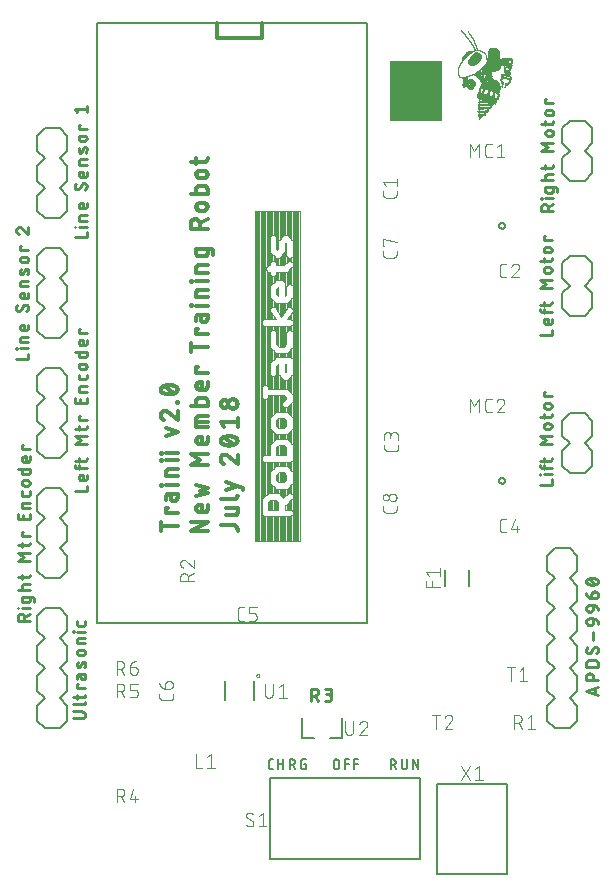
<source format=gbr>
G04 EAGLE Gerber X2 export*
%TF.Part,Single*%
%TF.FileFunction,Legend,Top,1*%
%TF.FilePolarity,Positive*%
%TF.GenerationSoftware,Autodesk,EAGLE,9.1.1*%
%TF.CreationDate,2018-08-07T15:37:49Z*%
G75*
%MOMM*%
%FSLAX34Y34*%
%LPD*%
%AMOC8*
5,1,8,0,0,1.08239X$1,22.5*%
G01*
%ADD10C,0.355600*%
%ADD11C,0.304800*%
%ADD12C,0.203200*%
%ADD13R,4.445000X5.080000*%
%ADD14C,0.254000*%
%ADD15C,0.127000*%
%ADD16C,0.101600*%
%ADD17C,0.228600*%
%ADD18C,0.152400*%
%ADD19C,0.076200*%
%ADD20C,0.100000*%
%ADD21R,0.030481X0.010156*%
%ADD22R,0.030475X0.010156*%
%ADD23R,0.050800X0.010156*%
%ADD24R,0.050800X0.010162*%
%ADD25R,0.071119X0.010156*%
%ADD26R,0.040638X0.010156*%
%ADD27R,0.030481X0.010162*%
%ADD28R,0.030475X0.010162*%
%ADD29R,0.040638X0.010162*%
%ADD30R,0.020319X0.010156*%
%ADD31R,0.010156X0.010156*%
%ADD32R,0.132075X0.010156*%
%ADD33R,0.213363X0.010156*%
%ADD34R,0.254000X0.010162*%
%ADD35R,0.010156X0.010162*%
%ADD36R,0.375919X0.010156*%
%ADD37R,0.436875X0.010156*%
%ADD38R,0.518162X0.010156*%
%ADD39R,0.558800X0.010156*%
%ADD40R,0.599438X0.010162*%
%ADD41R,0.579119X0.010156*%
%ADD42R,0.599438X0.010156*%
%ADD43R,0.538481X0.010156*%
%ADD44R,0.010162X0.010162*%
%ADD45R,0.426719X0.010162*%
%ADD46R,0.010162X0.010156*%
%ADD47R,0.386081X0.010156*%
%ADD48R,0.294637X0.010156*%
%ADD49R,0.233681X0.010156*%
%ADD50R,0.142238X0.010156*%
%ADD51R,0.081275X0.010162*%
%ADD52R,0.132081X0.010162*%
%ADD53R,0.152400X0.010156*%
%ADD54R,0.365762X0.010156*%
%ADD55R,0.497838X0.010156*%
%ADD56R,0.568963X0.010162*%
%ADD57R,0.701037X0.010156*%
%ADD58R,0.772163X0.010156*%
%ADD59R,0.822963X0.010156*%
%ADD60R,0.843281X0.010156*%
%ADD61R,0.843281X0.010162*%
%ADD62R,0.833119X0.010156*%
%ADD63R,0.772156X0.010156*%
%ADD64R,0.548638X0.010156*%
%ADD65R,0.396238X0.010162*%
%ADD66R,0.335281X0.010156*%
%ADD67R,0.193038X0.010156*%
%ADD68R,0.172719X0.010156*%
%ADD69R,0.071119X0.010162*%
%ADD70R,0.182881X0.010156*%
%ADD71R,0.447038X0.010156*%
%ADD72R,0.721356X0.010162*%
%ADD73R,0.863600X0.010156*%
%ADD74R,0.965200X0.010156*%
%ADD75R,1.066800X0.010156*%
%ADD76R,1.076956X0.010156*%
%ADD77R,1.087119X0.010162*%
%ADD78R,1.087119X0.010156*%
%ADD79R,1.026156X0.010156*%
%ADD80R,0.802638X0.010156*%
%ADD81R,0.721363X0.010156*%
%ADD82R,0.538475X0.010162*%
%ADD83R,0.457200X0.010156*%
%ADD84R,0.284481X0.010156*%
%ADD85R,0.182875X0.010156*%
%ADD86R,0.060956X0.010156*%
%ADD87R,0.365756X0.010162*%
%ADD88R,0.477519X0.010156*%
%ADD89R,0.680719X0.010156*%
%ADD90R,0.782319X0.010156*%
%ADD91R,0.985519X0.010156*%
%ADD92R,1.229356X0.010156*%
%ADD93R,1.259838X0.010156*%
%ADD94R,1.249681X0.010156*%
%ADD95R,1.178556X0.010162*%
%ADD96R,0.975356X0.010156*%
%ADD97R,0.355600X0.010162*%
%ADD98R,0.314956X0.010156*%
%ADD99R,0.355600X0.010156*%
%ADD100R,0.396238X0.010156*%
%ADD101R,0.436881X0.010156*%
%ADD102R,0.548638X0.010162*%
%ADD103R,0.243838X0.010156*%
%ADD104R,0.609600X0.010156*%
%ADD105R,0.619756X0.010156*%
%ADD106R,0.589281X0.010156*%
%ADD107R,0.660400X0.010156*%
%ADD108R,0.721356X0.010156*%
%ADD109R,1.483356X0.010162*%
%ADD110R,1.483356X0.010156*%
%ADD111R,1.493519X0.010156*%
%ADD112R,1.513838X0.010156*%
%ADD113R,1.493519X0.010162*%
%ADD114R,1.341119X0.010156*%
%ADD115R,1.209037X0.010156*%
%ADD116R,1.005837X0.010156*%
%ADD117R,1.016000X0.010162*%
%ADD118R,1.097281X0.010156*%
%ADD119R,1.137919X0.010156*%
%ADD120R,1.148075X0.010162*%
%ADD121R,1.178556X0.010156*%
%ADD122R,1.270000X0.010156*%
%ADD123R,1.290319X0.010156*%
%ADD124R,1.391919X0.010162*%
%ADD125R,1.402081X0.010156*%
%ADD126R,1.442719X0.010156*%
%ADD127R,1.473200X0.010156*%
%ADD128R,1.595119X0.010156*%
%ADD129R,1.584956X0.010162*%
%ADD130R,0.091438X0.010156*%
%ADD131R,1.463037X0.010156*%
%ADD132R,0.101600X0.010156*%
%ADD133R,1.452881X0.010156*%
%ADD134R,1.452881X0.010162*%
%ADD135R,0.111756X0.010162*%
%ADD136R,0.111756X0.010156*%
%ADD137R,0.101600X0.010162*%
%ADD138R,1.452875X0.010162*%
%ADD139R,0.121919X0.010162*%
%ADD140R,1.452875X0.010156*%
%ADD141R,0.111763X0.010156*%
%ADD142R,0.121919X0.010156*%
%ADD143R,1.432556X0.010162*%
%ADD144R,1.198881X0.010156*%
%ADD145R,1.188719X0.010156*%
%ADD146R,1.148075X0.010156*%
%ADD147R,1.127763X0.010162*%
%ADD148R,0.182881X0.010162*%
%ADD149R,0.162556X0.010156*%
%ADD150R,1.036319X0.010156*%
%ADD151R,0.965200X0.010162*%
%ADD152R,0.172719X0.010162*%
%ADD153R,0.132081X0.010156*%
%ADD154R,0.955038X0.010156*%
%ADD155R,0.944881X0.010156*%
%ADD156R,0.081281X0.010156*%
%ADD157R,0.640075X0.010162*%
%ADD158R,0.193038X0.010162*%
%ADD159R,0.528319X0.010156*%
%ADD160R,0.436881X0.010162*%
%ADD161R,0.426719X0.010156*%
%ADD162R,0.213356X0.010156*%
%ADD163R,0.264163X0.010162*%
%ADD164R,0.223519X0.010162*%
%ADD165R,0.254000X0.010156*%
%ADD166R,0.274319X0.010156*%
%ADD167R,0.304800X0.010156*%
%ADD168R,0.162562X0.010156*%
%ADD169R,0.132075X0.010162*%
%ADD170R,0.518156X0.010162*%
%ADD171R,0.508000X0.010156*%
%ADD172R,0.152400X0.010162*%
%ADD173R,0.518162X0.010162*%
%ADD174R,0.629919X0.010156*%
%ADD175R,0.670556X0.010162*%
%ADD176R,0.182875X0.010162*%
%ADD177R,0.792475X0.010162*%
%ADD178R,0.995675X0.010156*%
%ADD179R,0.975356X0.010162*%
%ADD180R,0.020319X0.010162*%
%ADD181R,0.345438X0.010156*%
%ADD182R,1.016000X0.010156*%
%ADD183R,0.375919X0.010162*%
%ADD184R,0.142238X0.010162*%
%ADD185R,1.127756X0.010162*%
%ADD186R,0.091438X0.010162*%
%ADD187R,1.249675X0.010156*%
%ADD188R,0.386075X0.010156*%
%ADD189R,0.406400X0.010156*%
%ADD190R,1.239519X0.010156*%
%ADD191R,1.249675X0.010162*%
%ADD192R,0.416563X0.010156*%
%ADD193R,1.310638X0.010156*%
%ADD194R,1.432556X0.010156*%
%ADD195R,1.391919X0.010156*%
%ADD196R,0.203200X0.010162*%
%ADD197R,0.233681X0.010162*%
%ADD198R,1.330956X0.010156*%
%ADD199R,0.203200X0.010156*%
%ADD200R,1.320800X0.010156*%
%ADD201R,1.209037X0.010162*%
%ADD202R,0.345438X0.010162*%
%ADD203R,1.148081X0.010156*%
%ADD204R,1.107438X0.010156*%
%ADD205R,1.076963X0.010156*%
%ADD206R,0.284475X0.010162*%
%ADD207R,0.294637X0.010162*%
%ADD208R,0.213363X0.010162*%
%ADD209R,1.066800X0.010162*%
%ADD210R,0.487675X0.010162*%
%ADD211R,0.538475X0.010156*%
%ADD212R,0.924556X0.010156*%
%ADD213R,0.731519X0.010162*%
%ADD214R,0.243838X0.010162*%
%ADD215R,0.894075X0.010162*%
%ADD216R,0.609600X0.010162*%
%ADD217R,0.741681X0.010156*%
%ADD218R,0.883919X0.010156*%
%ADD219R,0.640075X0.010156*%
%ADD220R,0.822956X0.010156*%
%ADD221R,0.812800X0.010156*%
%ADD222R,0.690881X0.010156*%
%ADD223R,0.751838X0.010156*%
%ADD224R,0.711200X0.010156*%
%ADD225R,0.741681X0.010162*%
%ADD226R,0.060963X0.010162*%
%ADD227R,0.060963X0.010156*%
%ADD228R,0.792481X0.010156*%
%ADD229R,0.223519X0.010156*%
%ADD230R,0.640081X0.010156*%
%ADD231R,0.518156X0.010156*%
%ADD232R,0.508000X0.010162*%
%ADD233R,0.863600X0.010162*%
%ADD234R,0.081281X0.010162*%
%ADD235R,0.528319X0.010162*%
%ADD236R,0.162556X0.010162*%
%ADD237R,0.335281X0.010162*%
%ADD238R,1.026156X0.010162*%
%ADD239R,1.046481X0.010156*%
%ADD240R,1.127756X0.010156*%
%ADD241R,0.762000X0.010162*%
%ADD242R,0.314956X0.010162*%
%ADD243R,1.168400X0.010162*%
%ADD244R,0.762000X0.010156*%
%ADD245R,0.264156X0.010156*%
%ADD246R,0.284475X0.010156*%
%ADD247R,0.274319X0.010162*%
%ADD248R,0.335275X0.010156*%
%ADD249R,0.325119X0.010156*%
%ADD250R,0.233675X0.010162*%
%ADD251R,0.670563X0.010156*%
%ADD252R,0.944881X0.010162*%
%ADD253R,0.619756X0.010162*%
%ADD254R,0.914400X0.010156*%
%ADD255R,0.568963X0.010156*%
%ADD256R,0.447038X0.010162*%
%ADD257R,0.497838X0.010162*%
%ADD258R,0.416556X0.010156*%
%ADD259R,0.568956X0.010156*%
%ADD260R,0.487681X0.010156*%
%ADD261R,0.670556X0.010156*%
%ADD262R,0.365756X0.010156*%
%ADD263R,0.751838X0.010162*%
%ADD264R,0.111763X0.010162*%
%ADD265R,0.822956X0.010162*%
%ADD266R,0.264156X0.010162*%
%ADD267R,0.467363X0.010162*%
%ADD268R,0.060956X0.010162*%
%ADD269R,0.883919X0.010162*%
%ADD270R,0.904238X0.010156*%
%ADD271R,0.660400X0.010162*%
%ADD272R,0.589275X0.010156*%
%ADD273R,0.233675X0.010156*%
%ADD274R,0.213356X0.010162*%
%ADD275R,0.457200X0.010162*%
%ADD276R,0.314963X0.010156*%
%ADD277R,0.264163X0.010156*%
%ADD278R,0.081275X0.010156*%
%ADD279R,0.436875X0.010162*%
%ADD280R,0.579119X0.010162*%
%ADD281R,0.680719X0.010162*%
%ADD282R,0.619762X0.010156*%
%ADD283R,0.487675X0.010156*%
%ADD284R,0.467356X0.010156*%
%ADD285R,0.477519X0.010162*%
%ADD286R,0.924563X0.010162*%
%ADD287R,0.650238X0.010156*%
%ADD288R,0.670563X0.010162*%
%ADD289R,0.416556X0.010162*%
%ADD290R,0.843275X0.010156*%
%ADD291R,0.416563X0.010162*%
%ADD292R,1.046475X0.010156*%
%ADD293R,1.056638X0.010156*%
%ADD294R,1.158238X0.010156*%
%ADD295R,1.168400X0.010156*%
%ADD296R,1.188719X0.010162*%
%ADD297R,1.270000X0.010162*%
%ADD298R,1.310638X0.010162*%
%ADD299R,1.351275X0.010156*%
%ADD300R,1.351275X0.010162*%
%ADD301R,1.361438X0.010156*%
%ADD302R,1.361438X0.010162*%
%ADD303R,1.371600X0.010156*%
%ADD304R,1.381763X0.010156*%
%ADD305R,1.371600X0.010162*%
%ADD306R,0.386075X0.010162*%
%ADD307R,1.432562X0.010162*%
%ADD308R,0.386081X0.010162*%
%ADD309R,1.554481X0.010156*%
%ADD310R,1.229356X0.010162*%
%ADD311R,0.335275X0.010162*%
%ADD312R,1.280156X0.010156*%
%ADD313R,1.574800X0.010162*%
%ADD314R,1.635756X0.010156*%
%ADD315R,1.645919X0.010156*%
%ADD316R,1.656075X0.010156*%
%ADD317R,1.666238X0.010156*%
%ADD318R,1.676400X0.010162*%
%ADD319R,0.731519X0.010156*%
%ADD320R,1.656081X0.010156*%
%ADD321R,1.676400X0.010156*%
%ADD322R,0.792475X0.010156*%
%ADD323R,0.802638X0.010162*%
%ADD324R,1.473200X0.010162*%
%ADD325R,1.869438X0.010156*%
%ADD326R,1.838956X0.010156*%
%ADD327R,0.853438X0.010156*%
%ADD328R,1.849119X0.010156*%
%ADD329R,1.818638X0.010156*%
%ADD330R,0.873756X0.010162*%
%ADD331R,1.818638X0.010162*%
%ADD332R,1.808475X0.010156*%
%ADD333R,0.894075X0.010156*%
%ADD334R,0.914400X0.010162*%
%ADD335R,0.944875X0.010156*%
%ADD336R,1.117600X0.010156*%
%ADD337R,0.955038X0.010162*%
%ADD338R,1.341119X0.010162*%
%ADD339R,1.534156X0.010156*%
%ADD340R,0.985519X0.010162*%
%ADD341R,1.808481X0.010162*%
%ADD342R,0.995681X0.010156*%
%ADD343R,1.828800X0.010156*%
%ADD344R,1.859281X0.010156*%
%ADD345R,1.889756X0.010156*%
%ADD346R,2.164081X0.010162*%
%ADD347R,2.143763X0.010156*%
%ADD348R,2.153919X0.010156*%
%ADD349R,1.005837X0.010162*%
%ADD350R,0.975363X0.010156*%
%ADD351R,0.640081X0.010162*%
%ADD352R,0.995681X0.010162*%
%ADD353R,1.046475X0.010162*%
%ADD354R,0.325119X0.010162*%
%ADD355R,0.934719X0.010156*%
%ADD356R,0.894081X0.010156*%
%ADD357R,0.904238X0.010162*%
%ADD358R,0.782319X0.010162*%
%ADD359R,0.701037X0.010162*%
%ADD360R,1.056638X0.010162*%
%ADD361R,1.046481X0.010162*%
%ADD362R,1.026163X0.010162*%
%ADD363R,1.026163X0.010156*%
%ADD364R,0.467356X0.010162*%
%ADD365R,0.741675X0.010156*%


D10*
X144272Y285129D02*
X130048Y285129D01*
X130048Y281178D02*
X130048Y289080D01*
X134789Y296190D02*
X144272Y296190D01*
X134789Y296190D02*
X134789Y300932D01*
X136370Y300932D01*
X138740Y309090D02*
X138740Y312646D01*
X138740Y309090D02*
X138742Y308987D01*
X138748Y308883D01*
X138757Y308780D01*
X138771Y308678D01*
X138788Y308576D01*
X138809Y308475D01*
X138834Y308374D01*
X138863Y308275D01*
X138895Y308176D01*
X138931Y308079D01*
X138971Y307984D01*
X139014Y307890D01*
X139061Y307798D01*
X139111Y307707D01*
X139164Y307618D01*
X139221Y307532D01*
X139280Y307447D01*
X139343Y307365D01*
X139409Y307286D01*
X139478Y307209D01*
X139550Y307134D01*
X139625Y307062D01*
X139702Y306993D01*
X139781Y306927D01*
X139863Y306864D01*
X139948Y306805D01*
X140034Y306748D01*
X140123Y306695D01*
X140214Y306645D01*
X140306Y306598D01*
X140400Y306555D01*
X140495Y306515D01*
X140592Y306479D01*
X140691Y306447D01*
X140790Y306418D01*
X140891Y306393D01*
X140992Y306372D01*
X141094Y306355D01*
X141196Y306341D01*
X141299Y306332D01*
X141403Y306326D01*
X141506Y306324D01*
X141609Y306326D01*
X141713Y306332D01*
X141816Y306341D01*
X141918Y306355D01*
X142020Y306372D01*
X142121Y306393D01*
X142222Y306418D01*
X142321Y306447D01*
X142420Y306479D01*
X142517Y306515D01*
X142612Y306555D01*
X142706Y306598D01*
X142798Y306645D01*
X142889Y306695D01*
X142978Y306748D01*
X143064Y306805D01*
X143149Y306864D01*
X143231Y306927D01*
X143310Y306993D01*
X143387Y307062D01*
X143462Y307134D01*
X143534Y307209D01*
X143603Y307286D01*
X143669Y307365D01*
X143732Y307447D01*
X143791Y307532D01*
X143848Y307618D01*
X143901Y307707D01*
X143951Y307798D01*
X143998Y307890D01*
X144041Y307984D01*
X144081Y308079D01*
X144117Y308176D01*
X144149Y308275D01*
X144178Y308374D01*
X144203Y308475D01*
X144224Y308576D01*
X144241Y308678D01*
X144255Y308780D01*
X144264Y308883D01*
X144270Y308987D01*
X144272Y309090D01*
X144272Y312646D01*
X137160Y312646D01*
X137065Y312644D01*
X136969Y312638D01*
X136874Y312629D01*
X136780Y312615D01*
X136686Y312598D01*
X136593Y312577D01*
X136500Y312552D01*
X136409Y312524D01*
X136319Y312492D01*
X136231Y312456D01*
X136144Y312417D01*
X136058Y312374D01*
X135975Y312328D01*
X135893Y312279D01*
X135813Y312226D01*
X135736Y312170D01*
X135660Y312112D01*
X135588Y312050D01*
X135518Y311985D01*
X135450Y311917D01*
X135385Y311847D01*
X135323Y311775D01*
X135265Y311699D01*
X135209Y311622D01*
X135156Y311542D01*
X135107Y311461D01*
X135061Y311377D01*
X135018Y311291D01*
X134979Y311204D01*
X134943Y311116D01*
X134911Y311026D01*
X134883Y310935D01*
X134858Y310842D01*
X134837Y310749D01*
X134820Y310655D01*
X134806Y310561D01*
X134797Y310466D01*
X134791Y310371D01*
X134789Y310275D01*
X134789Y310276D02*
X134789Y307115D01*
X134789Y320039D02*
X144272Y320039D01*
X130838Y319644D02*
X130048Y319644D01*
X130048Y320434D01*
X130838Y320434D01*
X130838Y319644D01*
X134789Y327299D02*
X144272Y327299D01*
X134789Y327299D02*
X134789Y331250D01*
X134791Y331345D01*
X134797Y331441D01*
X134806Y331536D01*
X134820Y331630D01*
X134837Y331724D01*
X134858Y331817D01*
X134883Y331910D01*
X134911Y332001D01*
X134943Y332091D01*
X134979Y332179D01*
X135018Y332266D01*
X135061Y332352D01*
X135107Y332436D01*
X135156Y332517D01*
X135209Y332597D01*
X135265Y332674D01*
X135323Y332750D01*
X135385Y332822D01*
X135450Y332892D01*
X135518Y332960D01*
X135588Y333025D01*
X135660Y333087D01*
X135736Y333145D01*
X135813Y333201D01*
X135893Y333254D01*
X135975Y333303D01*
X136058Y333349D01*
X136144Y333392D01*
X136231Y333431D01*
X136319Y333467D01*
X136409Y333499D01*
X136500Y333527D01*
X136593Y333552D01*
X136686Y333573D01*
X136780Y333590D01*
X136874Y333604D01*
X136969Y333613D01*
X137065Y333619D01*
X137160Y333621D01*
X144272Y333621D01*
X144272Y340880D02*
X134789Y340880D01*
X130838Y340485D02*
X130048Y340485D01*
X130048Y341276D01*
X130838Y341276D01*
X130838Y340485D01*
X134789Y347133D02*
X144272Y347133D01*
X130838Y346738D02*
X130048Y346738D01*
X130048Y347528D01*
X130838Y347528D01*
X130838Y346738D01*
X134789Y361687D02*
X144272Y364848D01*
X134789Y368009D01*
X130048Y379311D02*
X130050Y379427D01*
X130056Y379544D01*
X130065Y379660D01*
X130078Y379775D01*
X130095Y379890D01*
X130116Y380005D01*
X130141Y380118D01*
X130169Y380231D01*
X130201Y380343D01*
X130237Y380454D01*
X130276Y380564D01*
X130319Y380672D01*
X130365Y380779D01*
X130415Y380884D01*
X130468Y380987D01*
X130524Y381089D01*
X130584Y381189D01*
X130647Y381287D01*
X130714Y381382D01*
X130783Y381476D01*
X130855Y381567D01*
X130930Y381656D01*
X131009Y381742D01*
X131090Y381825D01*
X131173Y381906D01*
X131259Y381985D01*
X131348Y382060D01*
X131439Y382132D01*
X131533Y382201D01*
X131628Y382268D01*
X131726Y382331D01*
X131826Y382391D01*
X131928Y382447D01*
X132031Y382500D01*
X132136Y382550D01*
X132243Y382596D01*
X132351Y382639D01*
X132461Y382678D01*
X132572Y382714D01*
X132684Y382746D01*
X132797Y382774D01*
X132910Y382799D01*
X133025Y382820D01*
X133140Y382837D01*
X133255Y382850D01*
X133371Y382859D01*
X133488Y382865D01*
X133604Y382867D01*
X130048Y379311D02*
X130050Y379177D01*
X130056Y379044D01*
X130066Y378911D01*
X130079Y378778D01*
X130097Y378645D01*
X130118Y378514D01*
X130143Y378382D01*
X130172Y378252D01*
X130205Y378122D01*
X130242Y377994D01*
X130282Y377867D01*
X130326Y377741D01*
X130374Y377616D01*
X130426Y377492D01*
X130481Y377371D01*
X130539Y377251D01*
X130601Y377132D01*
X130666Y377016D01*
X130735Y376901D01*
X130807Y376789D01*
X130883Y376679D01*
X130961Y376570D01*
X131043Y376465D01*
X131128Y376362D01*
X131216Y376261D01*
X131306Y376163D01*
X131400Y376067D01*
X131496Y375975D01*
X131595Y375885D01*
X131696Y375798D01*
X131800Y375714D01*
X131907Y375633D01*
X132015Y375556D01*
X132126Y375481D01*
X132239Y375410D01*
X132354Y375342D01*
X132472Y375278D01*
X132590Y375217D01*
X132711Y375159D01*
X132833Y375105D01*
X132957Y375055D01*
X133082Y375008D01*
X133209Y374965D01*
X136370Y381682D02*
X136286Y381767D01*
X136200Y381849D01*
X136112Y381928D01*
X136021Y382005D01*
X135928Y382079D01*
X135832Y382150D01*
X135734Y382218D01*
X135635Y382282D01*
X135533Y382344D01*
X135429Y382403D01*
X135324Y382458D01*
X135217Y382510D01*
X135108Y382558D01*
X134998Y382603D01*
X134887Y382645D01*
X134774Y382683D01*
X134661Y382718D01*
X134546Y382749D01*
X134430Y382777D01*
X134314Y382801D01*
X134196Y382821D01*
X134079Y382837D01*
X133960Y382850D01*
X133842Y382860D01*
X133723Y382865D01*
X133604Y382867D01*
X136370Y381682D02*
X144272Y374965D01*
X144272Y382867D01*
X144272Y389463D02*
X143482Y389463D01*
X143482Y390253D01*
X144272Y390253D01*
X144272Y389463D01*
X137160Y396849D02*
X136880Y396852D01*
X136601Y396862D01*
X136321Y396879D01*
X136042Y396902D01*
X135764Y396932D01*
X135487Y396969D01*
X135210Y397012D01*
X134935Y397062D01*
X134661Y397119D01*
X134388Y397181D01*
X134117Y397251D01*
X133848Y397327D01*
X133580Y397409D01*
X133315Y397498D01*
X133052Y397593D01*
X132791Y397694D01*
X132532Y397801D01*
X132276Y397915D01*
X132023Y398034D01*
X132024Y398034D02*
X131923Y398070D01*
X131825Y398111D01*
X131727Y398154D01*
X131632Y398201D01*
X131538Y398252D01*
X131446Y398306D01*
X131356Y398363D01*
X131268Y398424D01*
X131182Y398488D01*
X131099Y398554D01*
X131019Y398624D01*
X130940Y398697D01*
X130865Y398773D01*
X130793Y398851D01*
X130723Y398932D01*
X130656Y399015D01*
X130593Y399100D01*
X130532Y399188D01*
X130475Y399278D01*
X130421Y399371D01*
X130371Y399465D01*
X130324Y399560D01*
X130280Y399658D01*
X130240Y399757D01*
X130204Y399857D01*
X130172Y399959D01*
X130143Y400061D01*
X130118Y400165D01*
X130097Y400270D01*
X130079Y400375D01*
X130065Y400481D01*
X130056Y400587D01*
X130050Y400693D01*
X130048Y400800D01*
X130050Y400907D01*
X130056Y401013D01*
X130065Y401119D01*
X130079Y401225D01*
X130097Y401330D01*
X130118Y401435D01*
X130143Y401539D01*
X130172Y401641D01*
X130204Y401743D01*
X130240Y401843D01*
X130280Y401942D01*
X130324Y402040D01*
X130371Y402135D01*
X130421Y402229D01*
X130475Y402322D01*
X130532Y402412D01*
X130593Y402500D01*
X130656Y402585D01*
X130723Y402668D01*
X130793Y402749D01*
X130865Y402827D01*
X130940Y402903D01*
X131019Y402976D01*
X131099Y403046D01*
X131182Y403112D01*
X131268Y403176D01*
X131356Y403237D01*
X131446Y403294D01*
X131538Y403348D01*
X131632Y403399D01*
X131727Y403446D01*
X131825Y403489D01*
X131923Y403530D01*
X132024Y403566D01*
X132023Y403567D02*
X132276Y403686D01*
X132532Y403800D01*
X132791Y403907D01*
X133051Y404008D01*
X133315Y404103D01*
X133580Y404192D01*
X133848Y404274D01*
X134117Y404350D01*
X134388Y404420D01*
X134661Y404482D01*
X134935Y404539D01*
X135210Y404589D01*
X135487Y404632D01*
X135764Y404669D01*
X136042Y404699D01*
X136321Y404722D01*
X136601Y404739D01*
X136880Y404749D01*
X137160Y404752D01*
X137160Y396849D02*
X137440Y396852D01*
X137719Y396862D01*
X137999Y396879D01*
X138278Y396902D01*
X138556Y396932D01*
X138833Y396969D01*
X139110Y397012D01*
X139385Y397062D01*
X139659Y397119D01*
X139932Y397181D01*
X140203Y397251D01*
X140472Y397327D01*
X140740Y397409D01*
X141005Y397498D01*
X141268Y397593D01*
X141529Y397694D01*
X141788Y397801D01*
X142044Y397915D01*
X142297Y398034D01*
X142296Y398034D02*
X142397Y398071D01*
X142496Y398111D01*
X142593Y398154D01*
X142689Y398201D01*
X142782Y398252D01*
X142874Y398306D01*
X142964Y398363D01*
X143052Y398424D01*
X143138Y398488D01*
X143221Y398555D01*
X143302Y398624D01*
X143380Y398697D01*
X143455Y398773D01*
X143527Y398851D01*
X143597Y398932D01*
X143664Y399015D01*
X143727Y399100D01*
X143788Y399188D01*
X143845Y399278D01*
X143899Y399371D01*
X143949Y399465D01*
X143996Y399560D01*
X144040Y399658D01*
X144080Y399757D01*
X144116Y399857D01*
X144148Y399959D01*
X144177Y400061D01*
X144202Y400165D01*
X144223Y400270D01*
X144241Y400375D01*
X144255Y400481D01*
X144264Y400587D01*
X144270Y400693D01*
X144272Y400800D01*
X142297Y403567D02*
X142044Y403686D01*
X141788Y403800D01*
X141529Y403907D01*
X141269Y404008D01*
X141005Y404103D01*
X140740Y404192D01*
X140472Y404274D01*
X140203Y404350D01*
X139932Y404420D01*
X139659Y404482D01*
X139385Y404539D01*
X139110Y404589D01*
X138833Y404632D01*
X138556Y404669D01*
X138278Y404699D01*
X137999Y404722D01*
X137719Y404739D01*
X137440Y404749D01*
X137160Y404752D01*
X142296Y403566D02*
X142397Y403529D01*
X142495Y403489D01*
X142593Y403446D01*
X142689Y403399D01*
X142782Y403348D01*
X142874Y403294D01*
X142964Y403237D01*
X143052Y403176D01*
X143138Y403112D01*
X143221Y403045D01*
X143302Y402976D01*
X143380Y402903D01*
X143455Y402827D01*
X143527Y402749D01*
X143597Y402668D01*
X143664Y402585D01*
X143727Y402500D01*
X143788Y402412D01*
X143845Y402322D01*
X143899Y402229D01*
X143949Y402135D01*
X143996Y402040D01*
X144040Y401942D01*
X144080Y401843D01*
X144116Y401743D01*
X144148Y401641D01*
X144177Y401539D01*
X144202Y401435D01*
X144223Y401330D01*
X144241Y401225D01*
X144255Y401119D01*
X144264Y401013D01*
X144270Y400907D01*
X144272Y400800D01*
X141111Y397639D02*
X133209Y403961D01*
X155448Y281178D02*
X169672Y281178D01*
X169672Y289080D02*
X155448Y281178D01*
X155448Y289080D02*
X169672Y289080D01*
X169672Y299449D02*
X169672Y303400D01*
X169672Y299449D02*
X169670Y299354D01*
X169664Y299258D01*
X169655Y299163D01*
X169641Y299069D01*
X169624Y298975D01*
X169603Y298882D01*
X169578Y298789D01*
X169550Y298698D01*
X169518Y298608D01*
X169482Y298520D01*
X169443Y298433D01*
X169400Y298347D01*
X169354Y298264D01*
X169305Y298182D01*
X169252Y298102D01*
X169196Y298025D01*
X169138Y297949D01*
X169076Y297877D01*
X169011Y297807D01*
X168943Y297739D01*
X168873Y297674D01*
X168801Y297612D01*
X168725Y297554D01*
X168648Y297498D01*
X168568Y297445D01*
X168487Y297396D01*
X168403Y297350D01*
X168317Y297307D01*
X168230Y297268D01*
X168142Y297232D01*
X168052Y297200D01*
X167961Y297172D01*
X167868Y297147D01*
X167775Y297126D01*
X167681Y297109D01*
X167587Y297095D01*
X167492Y297086D01*
X167397Y297080D01*
X167301Y297078D01*
X163350Y297078D01*
X163238Y297080D01*
X163127Y297086D01*
X163016Y297096D01*
X162905Y297109D01*
X162795Y297127D01*
X162686Y297149D01*
X162577Y297174D01*
X162469Y297203D01*
X162363Y297236D01*
X162257Y297273D01*
X162153Y297313D01*
X162051Y297357D01*
X161950Y297405D01*
X161851Y297456D01*
X161753Y297511D01*
X161658Y297569D01*
X161565Y297630D01*
X161474Y297695D01*
X161385Y297763D01*
X161299Y297834D01*
X161216Y297907D01*
X161135Y297984D01*
X161056Y298064D01*
X160981Y298146D01*
X160909Y298231D01*
X160839Y298318D01*
X160773Y298408D01*
X160710Y298500D01*
X160650Y298595D01*
X160594Y298691D01*
X160541Y298789D01*
X160492Y298889D01*
X160446Y298991D01*
X160404Y299094D01*
X160365Y299199D01*
X160330Y299305D01*
X160299Y299412D01*
X160272Y299520D01*
X160248Y299629D01*
X160229Y299739D01*
X160213Y299849D01*
X160201Y299960D01*
X160193Y300072D01*
X160189Y300183D01*
X160189Y300295D01*
X160193Y300406D01*
X160201Y300518D01*
X160213Y300629D01*
X160229Y300739D01*
X160248Y300849D01*
X160272Y300958D01*
X160299Y301066D01*
X160330Y301173D01*
X160365Y301279D01*
X160404Y301384D01*
X160446Y301487D01*
X160492Y301589D01*
X160541Y301689D01*
X160594Y301787D01*
X160650Y301883D01*
X160710Y301978D01*
X160773Y302070D01*
X160839Y302160D01*
X160909Y302247D01*
X160981Y302332D01*
X161056Y302414D01*
X161135Y302494D01*
X161216Y302571D01*
X161299Y302644D01*
X161385Y302715D01*
X161474Y302783D01*
X161565Y302848D01*
X161658Y302909D01*
X161753Y302967D01*
X161851Y303022D01*
X161950Y303073D01*
X162051Y303121D01*
X162153Y303165D01*
X162257Y303205D01*
X162363Y303242D01*
X162469Y303275D01*
X162577Y303304D01*
X162686Y303329D01*
X162795Y303351D01*
X162905Y303369D01*
X163016Y303382D01*
X163127Y303392D01*
X163238Y303398D01*
X163350Y303400D01*
X164931Y303400D01*
X164931Y297078D01*
X160189Y310608D02*
X169672Y312979D01*
X163350Y315349D01*
X169672Y317720D01*
X160189Y320091D01*
X155448Y336660D02*
X169672Y336660D01*
X163350Y341401D02*
X155448Y336660D01*
X163350Y341401D02*
X155448Y346143D01*
X169672Y346143D01*
X169672Y356764D02*
X169672Y360715D01*
X169672Y356764D02*
X169670Y356669D01*
X169664Y356573D01*
X169655Y356478D01*
X169641Y356384D01*
X169624Y356290D01*
X169603Y356197D01*
X169578Y356104D01*
X169550Y356013D01*
X169518Y355923D01*
X169482Y355835D01*
X169443Y355748D01*
X169400Y355662D01*
X169354Y355579D01*
X169305Y355497D01*
X169252Y355417D01*
X169196Y355340D01*
X169138Y355264D01*
X169076Y355192D01*
X169011Y355122D01*
X168943Y355054D01*
X168873Y354989D01*
X168801Y354927D01*
X168725Y354869D01*
X168648Y354813D01*
X168568Y354760D01*
X168487Y354711D01*
X168403Y354665D01*
X168317Y354622D01*
X168230Y354583D01*
X168142Y354547D01*
X168052Y354515D01*
X167961Y354487D01*
X167868Y354462D01*
X167775Y354441D01*
X167681Y354424D01*
X167587Y354410D01*
X167492Y354401D01*
X167397Y354395D01*
X167301Y354393D01*
X163350Y354393D01*
X163238Y354395D01*
X163127Y354401D01*
X163016Y354411D01*
X162905Y354424D01*
X162795Y354442D01*
X162686Y354464D01*
X162577Y354489D01*
X162469Y354518D01*
X162363Y354551D01*
X162257Y354588D01*
X162153Y354628D01*
X162051Y354672D01*
X161950Y354720D01*
X161851Y354771D01*
X161753Y354826D01*
X161658Y354884D01*
X161565Y354945D01*
X161474Y355010D01*
X161385Y355078D01*
X161299Y355149D01*
X161216Y355222D01*
X161135Y355299D01*
X161056Y355379D01*
X160981Y355461D01*
X160909Y355546D01*
X160839Y355633D01*
X160773Y355723D01*
X160710Y355815D01*
X160650Y355910D01*
X160594Y356006D01*
X160541Y356104D01*
X160492Y356204D01*
X160446Y356306D01*
X160404Y356409D01*
X160365Y356514D01*
X160330Y356620D01*
X160299Y356727D01*
X160272Y356835D01*
X160248Y356944D01*
X160229Y357054D01*
X160213Y357164D01*
X160201Y357275D01*
X160193Y357387D01*
X160189Y357498D01*
X160189Y357610D01*
X160193Y357721D01*
X160201Y357833D01*
X160213Y357944D01*
X160229Y358054D01*
X160248Y358164D01*
X160272Y358273D01*
X160299Y358381D01*
X160330Y358488D01*
X160365Y358594D01*
X160404Y358699D01*
X160446Y358802D01*
X160492Y358904D01*
X160541Y359004D01*
X160594Y359102D01*
X160650Y359198D01*
X160710Y359293D01*
X160773Y359385D01*
X160839Y359475D01*
X160909Y359562D01*
X160981Y359647D01*
X161056Y359729D01*
X161135Y359809D01*
X161216Y359886D01*
X161299Y359959D01*
X161385Y360030D01*
X161474Y360098D01*
X161565Y360163D01*
X161658Y360224D01*
X161753Y360282D01*
X161851Y360337D01*
X161950Y360388D01*
X162051Y360436D01*
X162153Y360480D01*
X162257Y360520D01*
X162363Y360557D01*
X162469Y360590D01*
X162577Y360619D01*
X162686Y360644D01*
X162795Y360666D01*
X162905Y360684D01*
X163016Y360697D01*
X163127Y360707D01*
X163238Y360713D01*
X163350Y360715D01*
X164931Y360715D01*
X164931Y354393D01*
X169672Y368965D02*
X160189Y368965D01*
X160189Y376077D01*
X160191Y376172D01*
X160197Y376268D01*
X160206Y376363D01*
X160220Y376457D01*
X160237Y376551D01*
X160258Y376644D01*
X160283Y376737D01*
X160311Y376828D01*
X160343Y376918D01*
X160379Y377006D01*
X160418Y377093D01*
X160461Y377179D01*
X160507Y377263D01*
X160556Y377344D01*
X160609Y377424D01*
X160665Y377501D01*
X160723Y377577D01*
X160785Y377649D01*
X160850Y377719D01*
X160918Y377787D01*
X160988Y377852D01*
X161060Y377914D01*
X161136Y377972D01*
X161213Y378028D01*
X161293Y378081D01*
X161375Y378130D01*
X161458Y378176D01*
X161544Y378219D01*
X161631Y378258D01*
X161719Y378294D01*
X161809Y378326D01*
X161900Y378354D01*
X161993Y378379D01*
X162086Y378400D01*
X162180Y378417D01*
X162274Y378431D01*
X162369Y378440D01*
X162465Y378446D01*
X162560Y378448D01*
X162560Y378447D02*
X169672Y378447D01*
X169672Y373706D02*
X160189Y373706D01*
X155448Y387351D02*
X169672Y387351D01*
X169672Y391302D01*
X169670Y391397D01*
X169664Y391493D01*
X169655Y391588D01*
X169641Y391682D01*
X169624Y391776D01*
X169603Y391869D01*
X169578Y391962D01*
X169550Y392053D01*
X169518Y392143D01*
X169482Y392231D01*
X169443Y392318D01*
X169400Y392404D01*
X169354Y392488D01*
X169305Y392569D01*
X169252Y392649D01*
X169196Y392726D01*
X169138Y392802D01*
X169076Y392874D01*
X169011Y392944D01*
X168943Y393012D01*
X168873Y393077D01*
X168801Y393139D01*
X168725Y393197D01*
X168648Y393253D01*
X168568Y393306D01*
X168487Y393355D01*
X168403Y393401D01*
X168317Y393444D01*
X168230Y393483D01*
X168142Y393519D01*
X168052Y393551D01*
X167961Y393579D01*
X167868Y393604D01*
X167775Y393625D01*
X167681Y393642D01*
X167587Y393656D01*
X167492Y393665D01*
X167396Y393671D01*
X167301Y393673D01*
X162560Y393673D01*
X162465Y393671D01*
X162369Y393665D01*
X162274Y393656D01*
X162180Y393642D01*
X162086Y393625D01*
X161993Y393604D01*
X161900Y393579D01*
X161809Y393551D01*
X161719Y393519D01*
X161631Y393483D01*
X161544Y393444D01*
X161458Y393401D01*
X161375Y393355D01*
X161293Y393306D01*
X161213Y393253D01*
X161136Y393197D01*
X161060Y393139D01*
X160988Y393077D01*
X160918Y393012D01*
X160850Y392944D01*
X160785Y392874D01*
X160723Y392802D01*
X160665Y392726D01*
X160609Y392649D01*
X160556Y392569D01*
X160507Y392488D01*
X160461Y392404D01*
X160418Y392318D01*
X160379Y392231D01*
X160343Y392143D01*
X160311Y392053D01*
X160283Y391962D01*
X160258Y391869D01*
X160237Y391776D01*
X160220Y391682D01*
X160206Y391588D01*
X160197Y391493D01*
X160191Y391398D01*
X160189Y391302D01*
X160189Y387351D01*
X169672Y403136D02*
X169672Y407087D01*
X169672Y403136D02*
X169670Y403041D01*
X169664Y402945D01*
X169655Y402850D01*
X169641Y402756D01*
X169624Y402662D01*
X169603Y402569D01*
X169578Y402476D01*
X169550Y402385D01*
X169518Y402295D01*
X169482Y402207D01*
X169443Y402120D01*
X169400Y402034D01*
X169354Y401951D01*
X169305Y401869D01*
X169252Y401789D01*
X169196Y401712D01*
X169138Y401636D01*
X169076Y401564D01*
X169011Y401494D01*
X168943Y401426D01*
X168873Y401361D01*
X168801Y401299D01*
X168725Y401241D01*
X168648Y401185D01*
X168568Y401132D01*
X168487Y401083D01*
X168403Y401037D01*
X168317Y400994D01*
X168230Y400955D01*
X168142Y400919D01*
X168052Y400887D01*
X167961Y400859D01*
X167868Y400834D01*
X167775Y400813D01*
X167681Y400796D01*
X167587Y400782D01*
X167492Y400773D01*
X167397Y400767D01*
X167301Y400765D01*
X167301Y400766D02*
X163350Y400766D01*
X163350Y400765D02*
X163238Y400767D01*
X163127Y400773D01*
X163016Y400783D01*
X162905Y400796D01*
X162795Y400814D01*
X162686Y400836D01*
X162577Y400861D01*
X162469Y400890D01*
X162363Y400923D01*
X162257Y400960D01*
X162153Y401000D01*
X162051Y401044D01*
X161950Y401092D01*
X161851Y401143D01*
X161753Y401198D01*
X161658Y401256D01*
X161565Y401317D01*
X161474Y401382D01*
X161385Y401450D01*
X161299Y401521D01*
X161216Y401594D01*
X161135Y401671D01*
X161056Y401751D01*
X160981Y401833D01*
X160909Y401918D01*
X160839Y402005D01*
X160773Y402095D01*
X160710Y402187D01*
X160650Y402282D01*
X160594Y402378D01*
X160541Y402476D01*
X160492Y402576D01*
X160446Y402678D01*
X160404Y402781D01*
X160365Y402886D01*
X160330Y402992D01*
X160299Y403099D01*
X160272Y403207D01*
X160248Y403316D01*
X160229Y403426D01*
X160213Y403536D01*
X160201Y403647D01*
X160193Y403759D01*
X160189Y403870D01*
X160189Y403982D01*
X160193Y404093D01*
X160201Y404205D01*
X160213Y404316D01*
X160229Y404426D01*
X160248Y404536D01*
X160272Y404645D01*
X160299Y404753D01*
X160330Y404860D01*
X160365Y404966D01*
X160404Y405071D01*
X160446Y405174D01*
X160492Y405276D01*
X160541Y405376D01*
X160594Y405474D01*
X160650Y405570D01*
X160710Y405665D01*
X160773Y405757D01*
X160839Y405847D01*
X160909Y405934D01*
X160981Y406019D01*
X161056Y406101D01*
X161135Y406181D01*
X161216Y406258D01*
X161299Y406331D01*
X161385Y406402D01*
X161474Y406470D01*
X161565Y406535D01*
X161658Y406596D01*
X161753Y406654D01*
X161851Y406709D01*
X161950Y406760D01*
X162051Y406808D01*
X162153Y406852D01*
X162257Y406892D01*
X162363Y406929D01*
X162469Y406962D01*
X162577Y406991D01*
X162686Y407016D01*
X162795Y407038D01*
X162905Y407056D01*
X163016Y407069D01*
X163127Y407079D01*
X163238Y407085D01*
X163350Y407087D01*
X164931Y407087D01*
X164931Y400766D01*
X169672Y414987D02*
X160189Y414987D01*
X160189Y419729D01*
X161770Y419729D01*
X155448Y436752D02*
X169672Y436752D01*
X155448Y432801D02*
X155448Y440703D01*
X160189Y447813D02*
X169672Y447813D01*
X160189Y447813D02*
X160189Y452554D01*
X161770Y452554D01*
X164140Y460713D02*
X164140Y464269D01*
X164140Y460713D02*
X164142Y460610D01*
X164148Y460506D01*
X164157Y460403D01*
X164171Y460301D01*
X164188Y460199D01*
X164209Y460098D01*
X164234Y459997D01*
X164263Y459898D01*
X164295Y459799D01*
X164331Y459702D01*
X164371Y459607D01*
X164414Y459513D01*
X164461Y459421D01*
X164511Y459330D01*
X164564Y459241D01*
X164621Y459155D01*
X164680Y459070D01*
X164743Y458988D01*
X164809Y458909D01*
X164878Y458832D01*
X164950Y458757D01*
X165025Y458685D01*
X165102Y458616D01*
X165181Y458550D01*
X165263Y458487D01*
X165348Y458428D01*
X165434Y458371D01*
X165523Y458318D01*
X165614Y458268D01*
X165706Y458221D01*
X165800Y458178D01*
X165895Y458138D01*
X165992Y458102D01*
X166091Y458070D01*
X166190Y458041D01*
X166291Y458016D01*
X166392Y457995D01*
X166494Y457978D01*
X166596Y457964D01*
X166699Y457955D01*
X166803Y457949D01*
X166906Y457947D01*
X167009Y457949D01*
X167113Y457955D01*
X167216Y457964D01*
X167318Y457978D01*
X167420Y457995D01*
X167521Y458016D01*
X167622Y458041D01*
X167721Y458070D01*
X167820Y458102D01*
X167917Y458138D01*
X168012Y458178D01*
X168106Y458221D01*
X168198Y458268D01*
X168289Y458318D01*
X168378Y458371D01*
X168464Y458428D01*
X168549Y458487D01*
X168631Y458550D01*
X168710Y458616D01*
X168787Y458685D01*
X168862Y458757D01*
X168934Y458832D01*
X169003Y458909D01*
X169069Y458988D01*
X169132Y459070D01*
X169191Y459155D01*
X169248Y459241D01*
X169301Y459330D01*
X169351Y459421D01*
X169398Y459513D01*
X169441Y459607D01*
X169481Y459702D01*
X169517Y459799D01*
X169549Y459898D01*
X169578Y459997D01*
X169603Y460098D01*
X169624Y460199D01*
X169641Y460301D01*
X169655Y460403D01*
X169664Y460506D01*
X169670Y460610D01*
X169672Y460713D01*
X169672Y464269D01*
X162560Y464269D01*
X162465Y464267D01*
X162369Y464261D01*
X162274Y464252D01*
X162180Y464238D01*
X162086Y464221D01*
X161993Y464200D01*
X161900Y464175D01*
X161809Y464147D01*
X161719Y464115D01*
X161631Y464079D01*
X161544Y464040D01*
X161458Y463997D01*
X161375Y463951D01*
X161293Y463902D01*
X161213Y463849D01*
X161136Y463793D01*
X161060Y463735D01*
X160988Y463673D01*
X160918Y463608D01*
X160850Y463540D01*
X160785Y463470D01*
X160723Y463398D01*
X160665Y463322D01*
X160609Y463245D01*
X160556Y463165D01*
X160507Y463084D01*
X160461Y463000D01*
X160418Y462914D01*
X160379Y462827D01*
X160343Y462739D01*
X160311Y462649D01*
X160283Y462558D01*
X160258Y462465D01*
X160237Y462372D01*
X160220Y462278D01*
X160206Y462184D01*
X160197Y462089D01*
X160191Y461994D01*
X160189Y461898D01*
X160189Y458737D01*
X160189Y471662D02*
X169672Y471662D01*
X156238Y471267D02*
X155448Y471267D01*
X155448Y472057D01*
X156238Y472057D01*
X156238Y471267D01*
X160189Y478922D02*
X169672Y478922D01*
X160189Y478922D02*
X160189Y482873D01*
X160191Y482968D01*
X160197Y483064D01*
X160206Y483159D01*
X160220Y483253D01*
X160237Y483347D01*
X160258Y483440D01*
X160283Y483533D01*
X160311Y483624D01*
X160343Y483714D01*
X160379Y483802D01*
X160418Y483889D01*
X160461Y483975D01*
X160507Y484059D01*
X160556Y484140D01*
X160609Y484220D01*
X160665Y484297D01*
X160723Y484373D01*
X160785Y484445D01*
X160850Y484515D01*
X160918Y484583D01*
X160988Y484648D01*
X161060Y484710D01*
X161136Y484768D01*
X161213Y484824D01*
X161293Y484877D01*
X161375Y484926D01*
X161458Y484972D01*
X161544Y485015D01*
X161631Y485054D01*
X161719Y485090D01*
X161809Y485122D01*
X161900Y485150D01*
X161993Y485175D01*
X162086Y485196D01*
X162180Y485213D01*
X162274Y485227D01*
X162369Y485236D01*
X162465Y485242D01*
X162560Y485244D01*
X162560Y485243D02*
X169672Y485243D01*
X169672Y492503D02*
X160189Y492503D01*
X156238Y492108D02*
X155448Y492108D01*
X155448Y492898D01*
X156238Y492898D01*
X156238Y492108D01*
X160189Y499763D02*
X169672Y499763D01*
X160189Y499763D02*
X160189Y503714D01*
X160191Y503809D01*
X160197Y503905D01*
X160206Y504000D01*
X160220Y504094D01*
X160237Y504188D01*
X160258Y504281D01*
X160283Y504374D01*
X160311Y504465D01*
X160343Y504555D01*
X160379Y504643D01*
X160418Y504730D01*
X160461Y504816D01*
X160507Y504900D01*
X160556Y504981D01*
X160609Y505061D01*
X160665Y505138D01*
X160723Y505214D01*
X160785Y505286D01*
X160850Y505356D01*
X160918Y505424D01*
X160988Y505489D01*
X161060Y505551D01*
X161136Y505609D01*
X161213Y505665D01*
X161293Y505718D01*
X161375Y505767D01*
X161458Y505813D01*
X161544Y505856D01*
X161631Y505895D01*
X161719Y505931D01*
X161809Y505963D01*
X161900Y505991D01*
X161993Y506016D01*
X162086Y506037D01*
X162180Y506054D01*
X162274Y506068D01*
X162369Y506077D01*
X162465Y506083D01*
X162560Y506085D01*
X169672Y506085D01*
X169672Y516069D02*
X169672Y520020D01*
X169672Y516069D02*
X169670Y515974D01*
X169664Y515878D01*
X169655Y515783D01*
X169641Y515689D01*
X169624Y515595D01*
X169603Y515502D01*
X169578Y515409D01*
X169550Y515318D01*
X169518Y515228D01*
X169482Y515140D01*
X169443Y515053D01*
X169400Y514967D01*
X169354Y514884D01*
X169305Y514802D01*
X169252Y514722D01*
X169196Y514645D01*
X169138Y514569D01*
X169076Y514497D01*
X169011Y514427D01*
X168943Y514359D01*
X168873Y514294D01*
X168801Y514232D01*
X168725Y514174D01*
X168648Y514118D01*
X168568Y514065D01*
X168487Y514016D01*
X168403Y513970D01*
X168317Y513927D01*
X168230Y513888D01*
X168142Y513852D01*
X168052Y513820D01*
X167961Y513792D01*
X167868Y513767D01*
X167775Y513746D01*
X167681Y513729D01*
X167587Y513715D01*
X167492Y513706D01*
X167397Y513700D01*
X167301Y513698D01*
X167301Y513699D02*
X162560Y513699D01*
X162560Y513698D02*
X162465Y513700D01*
X162369Y513706D01*
X162274Y513715D01*
X162180Y513729D01*
X162086Y513746D01*
X161993Y513767D01*
X161900Y513792D01*
X161809Y513820D01*
X161719Y513852D01*
X161631Y513888D01*
X161544Y513927D01*
X161458Y513970D01*
X161375Y514016D01*
X161293Y514065D01*
X161213Y514118D01*
X161136Y514174D01*
X161060Y514232D01*
X160988Y514294D01*
X160918Y514359D01*
X160850Y514427D01*
X160785Y514497D01*
X160723Y514569D01*
X160665Y514645D01*
X160609Y514722D01*
X160556Y514802D01*
X160507Y514884D01*
X160461Y514967D01*
X160418Y515053D01*
X160379Y515140D01*
X160343Y515228D01*
X160311Y515318D01*
X160283Y515409D01*
X160258Y515502D01*
X160237Y515595D01*
X160220Y515689D01*
X160206Y515783D01*
X160197Y515878D01*
X160191Y515974D01*
X160189Y516069D01*
X160189Y520020D01*
X172043Y520020D01*
X172043Y520021D02*
X172138Y520019D01*
X172234Y520013D01*
X172329Y520004D01*
X172423Y519990D01*
X172517Y519973D01*
X172610Y519952D01*
X172703Y519927D01*
X172794Y519899D01*
X172884Y519867D01*
X172972Y519831D01*
X173059Y519792D01*
X173145Y519749D01*
X173229Y519703D01*
X173310Y519654D01*
X173390Y519601D01*
X173467Y519545D01*
X173543Y519487D01*
X173615Y519425D01*
X173685Y519360D01*
X173753Y519292D01*
X173818Y519222D01*
X173880Y519150D01*
X173938Y519074D01*
X173994Y518997D01*
X174047Y518917D01*
X174096Y518836D01*
X174142Y518752D01*
X174185Y518666D01*
X174224Y518579D01*
X174260Y518491D01*
X174292Y518401D01*
X174320Y518310D01*
X174345Y518217D01*
X174366Y518124D01*
X174383Y518030D01*
X174397Y517936D01*
X174406Y517841D01*
X174412Y517745D01*
X174414Y517650D01*
X174413Y517650D02*
X174413Y514489D01*
X169672Y537175D02*
X155448Y537175D01*
X155448Y541126D01*
X155450Y541250D01*
X155456Y541374D01*
X155466Y541498D01*
X155479Y541621D01*
X155497Y541744D01*
X155518Y541866D01*
X155543Y541988D01*
X155572Y542109D01*
X155605Y542228D01*
X155641Y542347D01*
X155682Y542464D01*
X155725Y542580D01*
X155773Y542695D01*
X155824Y542808D01*
X155879Y542920D01*
X155937Y543029D01*
X155998Y543137D01*
X156063Y543243D01*
X156131Y543347D01*
X156203Y543448D01*
X156277Y543548D01*
X156355Y543644D01*
X156435Y543739D01*
X156519Y543831D01*
X156605Y543920D01*
X156694Y544006D01*
X156786Y544090D01*
X156881Y544170D01*
X156977Y544248D01*
X157077Y544322D01*
X157178Y544394D01*
X157282Y544462D01*
X157388Y544527D01*
X157496Y544588D01*
X157605Y544646D01*
X157717Y544701D01*
X157830Y544752D01*
X157945Y544800D01*
X158061Y544843D01*
X158178Y544884D01*
X158297Y544920D01*
X158416Y544953D01*
X158537Y544982D01*
X158659Y545007D01*
X158781Y545028D01*
X158904Y545046D01*
X159027Y545059D01*
X159151Y545069D01*
X159275Y545075D01*
X159399Y545077D01*
X159523Y545075D01*
X159647Y545069D01*
X159771Y545059D01*
X159894Y545046D01*
X160017Y545028D01*
X160139Y545007D01*
X160261Y544982D01*
X160382Y544953D01*
X160501Y544920D01*
X160620Y544884D01*
X160737Y544843D01*
X160853Y544800D01*
X160968Y544752D01*
X161081Y544701D01*
X161193Y544646D01*
X161302Y544588D01*
X161410Y544527D01*
X161516Y544462D01*
X161620Y544394D01*
X161721Y544322D01*
X161821Y544248D01*
X161917Y544170D01*
X162012Y544090D01*
X162104Y544006D01*
X162193Y543920D01*
X162279Y543831D01*
X162363Y543739D01*
X162443Y543644D01*
X162521Y543548D01*
X162595Y543448D01*
X162667Y543347D01*
X162735Y543243D01*
X162800Y543137D01*
X162861Y543029D01*
X162919Y542920D01*
X162974Y542808D01*
X163025Y542695D01*
X163073Y542580D01*
X163116Y542464D01*
X163157Y542347D01*
X163193Y542228D01*
X163226Y542109D01*
X163255Y541988D01*
X163280Y541866D01*
X163301Y541744D01*
X163319Y541621D01*
X163332Y541498D01*
X163342Y541374D01*
X163348Y541250D01*
X163350Y541126D01*
X163350Y537175D01*
X163350Y541916D02*
X169672Y545077D01*
X166511Y552388D02*
X163350Y552388D01*
X163238Y552390D01*
X163127Y552396D01*
X163016Y552406D01*
X162905Y552419D01*
X162795Y552437D01*
X162686Y552459D01*
X162577Y552484D01*
X162469Y552513D01*
X162363Y552546D01*
X162257Y552583D01*
X162153Y552623D01*
X162051Y552667D01*
X161950Y552715D01*
X161851Y552766D01*
X161753Y552821D01*
X161658Y552879D01*
X161565Y552940D01*
X161474Y553005D01*
X161385Y553073D01*
X161299Y553144D01*
X161216Y553217D01*
X161135Y553294D01*
X161056Y553374D01*
X160981Y553456D01*
X160909Y553541D01*
X160839Y553628D01*
X160773Y553718D01*
X160710Y553810D01*
X160650Y553905D01*
X160594Y554001D01*
X160541Y554099D01*
X160492Y554199D01*
X160446Y554301D01*
X160404Y554404D01*
X160365Y554509D01*
X160330Y554615D01*
X160299Y554722D01*
X160272Y554830D01*
X160248Y554939D01*
X160229Y555049D01*
X160213Y555159D01*
X160201Y555270D01*
X160193Y555382D01*
X160189Y555493D01*
X160189Y555605D01*
X160193Y555716D01*
X160201Y555828D01*
X160213Y555939D01*
X160229Y556049D01*
X160248Y556159D01*
X160272Y556268D01*
X160299Y556376D01*
X160330Y556483D01*
X160365Y556589D01*
X160404Y556694D01*
X160446Y556797D01*
X160492Y556899D01*
X160541Y556999D01*
X160594Y557097D01*
X160650Y557193D01*
X160710Y557288D01*
X160773Y557380D01*
X160839Y557470D01*
X160909Y557557D01*
X160981Y557642D01*
X161056Y557724D01*
X161135Y557804D01*
X161216Y557881D01*
X161299Y557954D01*
X161385Y558025D01*
X161474Y558093D01*
X161565Y558158D01*
X161658Y558219D01*
X161753Y558277D01*
X161851Y558332D01*
X161950Y558383D01*
X162051Y558431D01*
X162153Y558475D01*
X162257Y558515D01*
X162363Y558552D01*
X162469Y558585D01*
X162577Y558614D01*
X162686Y558639D01*
X162795Y558661D01*
X162905Y558679D01*
X163016Y558692D01*
X163127Y558702D01*
X163238Y558708D01*
X163350Y558710D01*
X166511Y558710D01*
X166623Y558708D01*
X166734Y558702D01*
X166845Y558692D01*
X166956Y558679D01*
X167066Y558661D01*
X167175Y558639D01*
X167284Y558614D01*
X167392Y558585D01*
X167498Y558552D01*
X167604Y558515D01*
X167708Y558475D01*
X167810Y558431D01*
X167911Y558383D01*
X168010Y558332D01*
X168108Y558277D01*
X168203Y558219D01*
X168296Y558158D01*
X168387Y558093D01*
X168476Y558025D01*
X168562Y557954D01*
X168645Y557881D01*
X168726Y557804D01*
X168805Y557724D01*
X168880Y557642D01*
X168952Y557557D01*
X169022Y557470D01*
X169088Y557380D01*
X169151Y557288D01*
X169211Y557193D01*
X169267Y557097D01*
X169320Y556999D01*
X169369Y556899D01*
X169415Y556797D01*
X169457Y556694D01*
X169496Y556589D01*
X169531Y556483D01*
X169562Y556376D01*
X169589Y556268D01*
X169613Y556159D01*
X169632Y556049D01*
X169648Y555939D01*
X169660Y555828D01*
X169668Y555716D01*
X169672Y555605D01*
X169672Y555493D01*
X169668Y555382D01*
X169660Y555270D01*
X169648Y555159D01*
X169632Y555049D01*
X169613Y554939D01*
X169589Y554830D01*
X169562Y554722D01*
X169531Y554615D01*
X169496Y554509D01*
X169457Y554404D01*
X169415Y554301D01*
X169369Y554199D01*
X169320Y554099D01*
X169267Y554001D01*
X169211Y553905D01*
X169151Y553810D01*
X169088Y553718D01*
X169022Y553628D01*
X168952Y553541D01*
X168880Y553456D01*
X168805Y553374D01*
X168726Y553294D01*
X168645Y553217D01*
X168562Y553144D01*
X168476Y553073D01*
X168387Y553005D01*
X168296Y552940D01*
X168203Y552879D01*
X168108Y552821D01*
X168010Y552766D01*
X167911Y552715D01*
X167810Y552667D01*
X167708Y552623D01*
X167604Y552583D01*
X167498Y552546D01*
X167392Y552513D01*
X167284Y552484D01*
X167175Y552459D01*
X167066Y552437D01*
X166956Y552419D01*
X166845Y552406D01*
X166734Y552396D01*
X166623Y552390D01*
X166511Y552388D01*
X169672Y566589D02*
X155448Y566589D01*
X169672Y566589D02*
X169672Y570540D01*
X169670Y570635D01*
X169664Y570731D01*
X169655Y570826D01*
X169641Y570920D01*
X169624Y571014D01*
X169603Y571107D01*
X169578Y571200D01*
X169550Y571291D01*
X169518Y571381D01*
X169482Y571469D01*
X169443Y571556D01*
X169400Y571642D01*
X169354Y571726D01*
X169305Y571807D01*
X169252Y571887D01*
X169196Y571964D01*
X169138Y572040D01*
X169076Y572112D01*
X169011Y572182D01*
X168943Y572250D01*
X168873Y572315D01*
X168801Y572377D01*
X168725Y572435D01*
X168648Y572491D01*
X168568Y572544D01*
X168487Y572593D01*
X168403Y572639D01*
X168317Y572682D01*
X168230Y572721D01*
X168142Y572757D01*
X168052Y572789D01*
X167961Y572817D01*
X167868Y572842D01*
X167775Y572863D01*
X167681Y572880D01*
X167587Y572894D01*
X167492Y572903D01*
X167396Y572909D01*
X167301Y572911D01*
X162560Y572911D01*
X162465Y572909D01*
X162369Y572903D01*
X162274Y572894D01*
X162180Y572880D01*
X162086Y572863D01*
X161993Y572842D01*
X161900Y572817D01*
X161809Y572789D01*
X161719Y572757D01*
X161631Y572721D01*
X161544Y572682D01*
X161458Y572639D01*
X161375Y572593D01*
X161293Y572544D01*
X161213Y572491D01*
X161136Y572435D01*
X161060Y572377D01*
X160988Y572315D01*
X160918Y572250D01*
X160850Y572182D01*
X160785Y572112D01*
X160723Y572040D01*
X160665Y571964D01*
X160609Y571887D01*
X160556Y571807D01*
X160507Y571726D01*
X160461Y571642D01*
X160418Y571556D01*
X160379Y571469D01*
X160343Y571381D01*
X160311Y571291D01*
X160283Y571200D01*
X160258Y571107D01*
X160237Y571014D01*
X160220Y570920D01*
X160206Y570826D01*
X160197Y570731D01*
X160191Y570636D01*
X160189Y570540D01*
X160189Y566589D01*
X163350Y580003D02*
X166511Y580003D01*
X163350Y580003D02*
X163238Y580005D01*
X163127Y580011D01*
X163016Y580021D01*
X162905Y580034D01*
X162795Y580052D01*
X162686Y580074D01*
X162577Y580099D01*
X162469Y580128D01*
X162363Y580161D01*
X162257Y580198D01*
X162153Y580238D01*
X162051Y580282D01*
X161950Y580330D01*
X161851Y580381D01*
X161753Y580436D01*
X161658Y580494D01*
X161565Y580555D01*
X161474Y580620D01*
X161385Y580688D01*
X161299Y580759D01*
X161216Y580832D01*
X161135Y580909D01*
X161056Y580989D01*
X160981Y581071D01*
X160909Y581156D01*
X160839Y581243D01*
X160773Y581333D01*
X160710Y581425D01*
X160650Y581520D01*
X160594Y581616D01*
X160541Y581714D01*
X160492Y581814D01*
X160446Y581916D01*
X160404Y582019D01*
X160365Y582124D01*
X160330Y582230D01*
X160299Y582337D01*
X160272Y582445D01*
X160248Y582554D01*
X160229Y582664D01*
X160213Y582774D01*
X160201Y582885D01*
X160193Y582997D01*
X160189Y583108D01*
X160189Y583220D01*
X160193Y583331D01*
X160201Y583443D01*
X160213Y583554D01*
X160229Y583664D01*
X160248Y583774D01*
X160272Y583883D01*
X160299Y583991D01*
X160330Y584098D01*
X160365Y584204D01*
X160404Y584309D01*
X160446Y584412D01*
X160492Y584514D01*
X160541Y584614D01*
X160594Y584712D01*
X160650Y584808D01*
X160710Y584903D01*
X160773Y584995D01*
X160839Y585085D01*
X160909Y585172D01*
X160981Y585257D01*
X161056Y585339D01*
X161135Y585419D01*
X161216Y585496D01*
X161299Y585569D01*
X161385Y585640D01*
X161474Y585708D01*
X161565Y585773D01*
X161658Y585834D01*
X161753Y585892D01*
X161851Y585947D01*
X161950Y585998D01*
X162051Y586046D01*
X162153Y586090D01*
X162257Y586130D01*
X162363Y586167D01*
X162469Y586200D01*
X162577Y586229D01*
X162686Y586254D01*
X162795Y586276D01*
X162905Y586294D01*
X163016Y586307D01*
X163127Y586317D01*
X163238Y586323D01*
X163350Y586325D01*
X166511Y586325D01*
X166623Y586323D01*
X166734Y586317D01*
X166845Y586307D01*
X166956Y586294D01*
X167066Y586276D01*
X167175Y586254D01*
X167284Y586229D01*
X167392Y586200D01*
X167498Y586167D01*
X167604Y586130D01*
X167708Y586090D01*
X167810Y586046D01*
X167911Y585998D01*
X168010Y585947D01*
X168108Y585892D01*
X168203Y585834D01*
X168296Y585773D01*
X168387Y585708D01*
X168476Y585640D01*
X168562Y585569D01*
X168645Y585496D01*
X168726Y585419D01*
X168805Y585339D01*
X168880Y585257D01*
X168952Y585172D01*
X169022Y585085D01*
X169088Y584995D01*
X169151Y584903D01*
X169211Y584808D01*
X169267Y584712D01*
X169320Y584614D01*
X169369Y584514D01*
X169415Y584412D01*
X169457Y584309D01*
X169496Y584204D01*
X169531Y584098D01*
X169562Y583991D01*
X169589Y583883D01*
X169613Y583774D01*
X169632Y583664D01*
X169648Y583554D01*
X169660Y583443D01*
X169668Y583331D01*
X169672Y583220D01*
X169672Y583108D01*
X169668Y582997D01*
X169660Y582885D01*
X169648Y582774D01*
X169632Y582664D01*
X169613Y582554D01*
X169589Y582445D01*
X169562Y582337D01*
X169531Y582230D01*
X169496Y582124D01*
X169457Y582019D01*
X169415Y581916D01*
X169369Y581814D01*
X169320Y581714D01*
X169267Y581616D01*
X169211Y581520D01*
X169151Y581425D01*
X169088Y581333D01*
X169022Y581243D01*
X168952Y581156D01*
X168880Y581071D01*
X168805Y580989D01*
X168726Y580909D01*
X168645Y580832D01*
X168562Y580759D01*
X168476Y580688D01*
X168387Y580620D01*
X168296Y580555D01*
X168203Y580494D01*
X168108Y580436D01*
X168010Y580381D01*
X167911Y580330D01*
X167810Y580282D01*
X167708Y580238D01*
X167604Y580198D01*
X167498Y580161D01*
X167392Y580128D01*
X167284Y580099D01*
X167175Y580074D01*
X167066Y580052D01*
X166956Y580034D01*
X166845Y580021D01*
X166734Y580011D01*
X166623Y580005D01*
X166511Y580003D01*
X160189Y592046D02*
X160189Y596787D01*
X155448Y593626D02*
X167301Y593626D01*
X167396Y593628D01*
X167492Y593634D01*
X167587Y593643D01*
X167681Y593657D01*
X167775Y593674D01*
X167868Y593695D01*
X167961Y593720D01*
X168052Y593748D01*
X168142Y593780D01*
X168230Y593816D01*
X168317Y593855D01*
X168403Y593898D01*
X168487Y593944D01*
X168568Y593993D01*
X168648Y594046D01*
X168725Y594102D01*
X168801Y594160D01*
X168873Y594222D01*
X168943Y594287D01*
X169011Y594355D01*
X169076Y594425D01*
X169138Y594497D01*
X169196Y594573D01*
X169252Y594650D01*
X169305Y594730D01*
X169354Y594812D01*
X169400Y594895D01*
X169443Y594981D01*
X169482Y595068D01*
X169518Y595156D01*
X169550Y595246D01*
X169578Y595337D01*
X169603Y595430D01*
X169624Y595523D01*
X169641Y595617D01*
X169655Y595711D01*
X169664Y595806D01*
X169670Y595902D01*
X169672Y595997D01*
X169672Y596787D01*
X180848Y285919D02*
X191911Y285919D01*
X192021Y285917D01*
X192132Y285911D01*
X192241Y285902D01*
X192351Y285888D01*
X192460Y285871D01*
X192568Y285850D01*
X192676Y285825D01*
X192782Y285797D01*
X192888Y285764D01*
X192992Y285728D01*
X193095Y285689D01*
X193197Y285646D01*
X193297Y285599D01*
X193395Y285549D01*
X193492Y285496D01*
X193586Y285439D01*
X193679Y285379D01*
X193769Y285315D01*
X193857Y285249D01*
X193943Y285179D01*
X194026Y285107D01*
X194107Y285032D01*
X194185Y284954D01*
X194260Y284873D01*
X194332Y284790D01*
X194402Y284704D01*
X194468Y284616D01*
X194532Y284526D01*
X194592Y284433D01*
X194649Y284339D01*
X194702Y284242D01*
X194752Y284144D01*
X194799Y284044D01*
X194842Y283942D01*
X194881Y283839D01*
X194917Y283735D01*
X194950Y283629D01*
X194978Y283523D01*
X195003Y283415D01*
X195024Y283307D01*
X195041Y283198D01*
X195055Y283088D01*
X195064Y282979D01*
X195070Y282868D01*
X195072Y282758D01*
X195072Y281178D01*
X192701Y294341D02*
X185589Y294341D01*
X192701Y294340D02*
X192796Y294342D01*
X192892Y294348D01*
X192987Y294357D01*
X193081Y294371D01*
X193175Y294388D01*
X193268Y294409D01*
X193361Y294434D01*
X193452Y294462D01*
X193542Y294494D01*
X193630Y294530D01*
X193717Y294569D01*
X193803Y294612D01*
X193887Y294658D01*
X193968Y294707D01*
X194048Y294760D01*
X194125Y294816D01*
X194201Y294874D01*
X194273Y294936D01*
X194343Y295001D01*
X194411Y295069D01*
X194476Y295139D01*
X194538Y295211D01*
X194596Y295287D01*
X194652Y295364D01*
X194705Y295444D01*
X194754Y295526D01*
X194800Y295609D01*
X194843Y295695D01*
X194882Y295782D01*
X194918Y295870D01*
X194950Y295960D01*
X194978Y296051D01*
X195003Y296144D01*
X195024Y296237D01*
X195041Y296331D01*
X195055Y296425D01*
X195064Y296520D01*
X195070Y296616D01*
X195072Y296711D01*
X195072Y300662D01*
X185589Y300662D01*
X180848Y308415D02*
X192701Y308415D01*
X192701Y308414D02*
X192796Y308416D01*
X192892Y308422D01*
X192987Y308431D01*
X193081Y308445D01*
X193175Y308462D01*
X193268Y308483D01*
X193361Y308508D01*
X193452Y308536D01*
X193542Y308568D01*
X193630Y308604D01*
X193717Y308643D01*
X193803Y308686D01*
X193887Y308732D01*
X193968Y308781D01*
X194048Y308834D01*
X194125Y308890D01*
X194201Y308948D01*
X194273Y309010D01*
X194343Y309075D01*
X194411Y309143D01*
X194476Y309213D01*
X194538Y309285D01*
X194596Y309361D01*
X194652Y309438D01*
X194705Y309518D01*
X194754Y309600D01*
X194800Y309683D01*
X194843Y309769D01*
X194882Y309856D01*
X194918Y309944D01*
X194950Y310034D01*
X194978Y310125D01*
X195003Y310218D01*
X195024Y310311D01*
X195041Y310405D01*
X195055Y310499D01*
X195064Y310594D01*
X195070Y310690D01*
X195072Y310785D01*
X199813Y316224D02*
X199813Y317805D01*
X185589Y322546D01*
X185589Y316224D02*
X195072Y319385D01*
X180848Y342185D02*
X180850Y342301D01*
X180856Y342418D01*
X180865Y342534D01*
X180878Y342649D01*
X180895Y342764D01*
X180916Y342879D01*
X180941Y342992D01*
X180969Y343105D01*
X181001Y343217D01*
X181037Y343328D01*
X181076Y343438D01*
X181119Y343546D01*
X181165Y343653D01*
X181215Y343758D01*
X181268Y343861D01*
X181324Y343963D01*
X181384Y344063D01*
X181447Y344161D01*
X181514Y344256D01*
X181583Y344350D01*
X181655Y344441D01*
X181730Y344530D01*
X181809Y344616D01*
X181890Y344699D01*
X181973Y344780D01*
X182059Y344859D01*
X182148Y344934D01*
X182239Y345006D01*
X182333Y345075D01*
X182428Y345142D01*
X182526Y345205D01*
X182626Y345265D01*
X182728Y345321D01*
X182831Y345374D01*
X182936Y345424D01*
X183043Y345470D01*
X183151Y345513D01*
X183261Y345552D01*
X183372Y345588D01*
X183484Y345620D01*
X183597Y345648D01*
X183710Y345673D01*
X183825Y345694D01*
X183940Y345711D01*
X184055Y345724D01*
X184171Y345733D01*
X184288Y345739D01*
X184404Y345741D01*
X180848Y342185D02*
X180850Y342051D01*
X180856Y341918D01*
X180866Y341785D01*
X180879Y341652D01*
X180897Y341519D01*
X180918Y341388D01*
X180943Y341256D01*
X180972Y341126D01*
X181005Y340996D01*
X181042Y340868D01*
X181082Y340741D01*
X181126Y340615D01*
X181174Y340490D01*
X181226Y340366D01*
X181281Y340245D01*
X181339Y340125D01*
X181401Y340006D01*
X181466Y339890D01*
X181535Y339775D01*
X181607Y339663D01*
X181683Y339553D01*
X181761Y339444D01*
X181843Y339339D01*
X181928Y339236D01*
X182016Y339135D01*
X182106Y339037D01*
X182200Y338941D01*
X182296Y338849D01*
X182395Y338759D01*
X182496Y338672D01*
X182600Y338588D01*
X182707Y338507D01*
X182815Y338430D01*
X182926Y338355D01*
X183039Y338284D01*
X183154Y338216D01*
X183272Y338152D01*
X183390Y338091D01*
X183511Y338033D01*
X183633Y337979D01*
X183757Y337929D01*
X183882Y337882D01*
X184009Y337839D01*
X187170Y344556D02*
X187086Y344641D01*
X187000Y344723D01*
X186912Y344802D01*
X186821Y344879D01*
X186728Y344953D01*
X186632Y345024D01*
X186534Y345092D01*
X186435Y345156D01*
X186333Y345218D01*
X186229Y345277D01*
X186124Y345332D01*
X186017Y345384D01*
X185908Y345432D01*
X185798Y345477D01*
X185687Y345519D01*
X185574Y345557D01*
X185461Y345592D01*
X185346Y345623D01*
X185230Y345651D01*
X185114Y345675D01*
X184996Y345695D01*
X184879Y345711D01*
X184760Y345724D01*
X184642Y345734D01*
X184523Y345739D01*
X184404Y345741D01*
X187170Y344556D02*
X195072Y337839D01*
X195072Y345741D01*
X187960Y353470D02*
X187680Y353473D01*
X187401Y353483D01*
X187121Y353500D01*
X186842Y353523D01*
X186564Y353553D01*
X186287Y353590D01*
X186010Y353633D01*
X185735Y353683D01*
X185461Y353740D01*
X185188Y353802D01*
X184917Y353872D01*
X184648Y353948D01*
X184380Y354030D01*
X184115Y354119D01*
X183852Y354214D01*
X183591Y354315D01*
X183332Y354422D01*
X183076Y354536D01*
X182823Y354655D01*
X182824Y354655D02*
X182723Y354691D01*
X182625Y354732D01*
X182527Y354775D01*
X182432Y354822D01*
X182338Y354873D01*
X182246Y354927D01*
X182156Y354984D01*
X182068Y355045D01*
X181982Y355109D01*
X181899Y355175D01*
X181819Y355245D01*
X181740Y355318D01*
X181665Y355394D01*
X181593Y355472D01*
X181523Y355553D01*
X181456Y355636D01*
X181393Y355721D01*
X181332Y355809D01*
X181275Y355899D01*
X181221Y355992D01*
X181171Y356086D01*
X181124Y356181D01*
X181080Y356279D01*
X181040Y356378D01*
X181004Y356478D01*
X180972Y356580D01*
X180943Y356682D01*
X180918Y356786D01*
X180897Y356891D01*
X180879Y356996D01*
X180865Y357102D01*
X180856Y357208D01*
X180850Y357314D01*
X180848Y357421D01*
X180850Y357528D01*
X180856Y357634D01*
X180865Y357740D01*
X180879Y357846D01*
X180897Y357951D01*
X180918Y358056D01*
X180943Y358160D01*
X180972Y358262D01*
X181004Y358364D01*
X181040Y358464D01*
X181080Y358563D01*
X181124Y358661D01*
X181171Y358756D01*
X181221Y358850D01*
X181275Y358943D01*
X181332Y359033D01*
X181393Y359121D01*
X181456Y359206D01*
X181523Y359289D01*
X181593Y359370D01*
X181665Y359448D01*
X181740Y359524D01*
X181819Y359597D01*
X181899Y359667D01*
X181982Y359733D01*
X182068Y359797D01*
X182156Y359858D01*
X182246Y359915D01*
X182338Y359969D01*
X182432Y360020D01*
X182527Y360067D01*
X182625Y360110D01*
X182723Y360151D01*
X182824Y360187D01*
X182823Y360188D02*
X183076Y360307D01*
X183332Y360421D01*
X183591Y360528D01*
X183851Y360629D01*
X184115Y360724D01*
X184380Y360813D01*
X184648Y360895D01*
X184917Y360971D01*
X185188Y361041D01*
X185461Y361103D01*
X185735Y361160D01*
X186010Y361210D01*
X186287Y361253D01*
X186564Y361290D01*
X186842Y361320D01*
X187121Y361343D01*
X187401Y361360D01*
X187680Y361370D01*
X187960Y361373D01*
X187960Y353470D02*
X188240Y353473D01*
X188519Y353483D01*
X188799Y353500D01*
X189078Y353523D01*
X189356Y353553D01*
X189633Y353590D01*
X189910Y353633D01*
X190185Y353683D01*
X190459Y353740D01*
X190732Y353802D01*
X191003Y353872D01*
X191272Y353948D01*
X191540Y354030D01*
X191805Y354119D01*
X192068Y354214D01*
X192329Y354315D01*
X192588Y354422D01*
X192844Y354536D01*
X193097Y354655D01*
X193096Y354655D02*
X193197Y354692D01*
X193296Y354732D01*
X193393Y354775D01*
X193489Y354822D01*
X193582Y354873D01*
X193674Y354927D01*
X193764Y354984D01*
X193852Y355045D01*
X193938Y355109D01*
X194021Y355176D01*
X194102Y355245D01*
X194180Y355318D01*
X194255Y355394D01*
X194327Y355472D01*
X194397Y355553D01*
X194464Y355636D01*
X194527Y355721D01*
X194588Y355809D01*
X194645Y355899D01*
X194699Y355992D01*
X194749Y356086D01*
X194796Y356181D01*
X194840Y356279D01*
X194880Y356378D01*
X194916Y356478D01*
X194948Y356580D01*
X194977Y356682D01*
X195002Y356786D01*
X195023Y356891D01*
X195041Y356996D01*
X195055Y357102D01*
X195064Y357208D01*
X195070Y357314D01*
X195072Y357421D01*
X193097Y360188D02*
X192844Y360307D01*
X192588Y360421D01*
X192329Y360528D01*
X192069Y360629D01*
X191805Y360724D01*
X191540Y360813D01*
X191272Y360895D01*
X191003Y360971D01*
X190732Y361041D01*
X190459Y361103D01*
X190185Y361160D01*
X189910Y361210D01*
X189633Y361253D01*
X189356Y361290D01*
X189078Y361320D01*
X188799Y361343D01*
X188519Y361360D01*
X188240Y361370D01*
X187960Y361373D01*
X193096Y360187D02*
X193197Y360150D01*
X193295Y360110D01*
X193393Y360067D01*
X193489Y360020D01*
X193582Y359969D01*
X193674Y359915D01*
X193764Y359858D01*
X193852Y359797D01*
X193938Y359733D01*
X194021Y359666D01*
X194102Y359597D01*
X194180Y359524D01*
X194255Y359448D01*
X194327Y359370D01*
X194397Y359289D01*
X194464Y359206D01*
X194527Y359121D01*
X194588Y359033D01*
X194645Y358943D01*
X194699Y358850D01*
X194749Y358756D01*
X194796Y358661D01*
X194840Y358563D01*
X194880Y358464D01*
X194916Y358364D01*
X194948Y358262D01*
X194977Y358160D01*
X195002Y358056D01*
X195023Y357951D01*
X195041Y357846D01*
X195055Y357740D01*
X195064Y357634D01*
X195070Y357528D01*
X195072Y357421D01*
X191911Y354260D02*
X184009Y360582D01*
X184009Y369101D02*
X180848Y373052D01*
X195072Y373052D01*
X195072Y369101D02*
X195072Y377003D01*
X191121Y384732D02*
X190997Y384734D01*
X190873Y384740D01*
X190749Y384750D01*
X190626Y384763D01*
X190503Y384781D01*
X190381Y384802D01*
X190259Y384827D01*
X190138Y384856D01*
X190019Y384889D01*
X189900Y384925D01*
X189783Y384966D01*
X189667Y385009D01*
X189552Y385057D01*
X189439Y385108D01*
X189327Y385163D01*
X189218Y385221D01*
X189110Y385282D01*
X189004Y385347D01*
X188900Y385415D01*
X188799Y385487D01*
X188699Y385561D01*
X188603Y385639D01*
X188508Y385719D01*
X188416Y385803D01*
X188327Y385889D01*
X188241Y385978D01*
X188157Y386070D01*
X188077Y386165D01*
X187999Y386261D01*
X187925Y386361D01*
X187853Y386462D01*
X187785Y386566D01*
X187720Y386672D01*
X187659Y386780D01*
X187601Y386889D01*
X187546Y387001D01*
X187495Y387114D01*
X187447Y387229D01*
X187404Y387345D01*
X187363Y387462D01*
X187327Y387581D01*
X187294Y387700D01*
X187265Y387821D01*
X187240Y387943D01*
X187219Y388065D01*
X187201Y388188D01*
X187188Y388311D01*
X187178Y388435D01*
X187172Y388559D01*
X187170Y388683D01*
X187172Y388807D01*
X187178Y388931D01*
X187188Y389055D01*
X187201Y389178D01*
X187219Y389301D01*
X187240Y389423D01*
X187265Y389545D01*
X187294Y389666D01*
X187327Y389785D01*
X187363Y389904D01*
X187404Y390021D01*
X187447Y390137D01*
X187495Y390252D01*
X187546Y390365D01*
X187601Y390477D01*
X187659Y390586D01*
X187720Y390694D01*
X187785Y390800D01*
X187853Y390904D01*
X187925Y391005D01*
X187999Y391105D01*
X188077Y391201D01*
X188157Y391296D01*
X188241Y391388D01*
X188327Y391477D01*
X188416Y391563D01*
X188508Y391647D01*
X188603Y391727D01*
X188699Y391805D01*
X188799Y391879D01*
X188900Y391951D01*
X189004Y392019D01*
X189110Y392084D01*
X189218Y392145D01*
X189327Y392203D01*
X189439Y392258D01*
X189552Y392309D01*
X189667Y392357D01*
X189783Y392400D01*
X189900Y392441D01*
X190019Y392477D01*
X190138Y392510D01*
X190259Y392539D01*
X190381Y392564D01*
X190503Y392585D01*
X190626Y392603D01*
X190749Y392616D01*
X190873Y392626D01*
X190997Y392632D01*
X191121Y392634D01*
X191245Y392632D01*
X191369Y392626D01*
X191493Y392616D01*
X191616Y392603D01*
X191739Y392585D01*
X191861Y392564D01*
X191983Y392539D01*
X192104Y392510D01*
X192223Y392477D01*
X192342Y392441D01*
X192459Y392400D01*
X192575Y392357D01*
X192690Y392309D01*
X192803Y392258D01*
X192915Y392203D01*
X193024Y392145D01*
X193132Y392084D01*
X193238Y392019D01*
X193342Y391951D01*
X193443Y391879D01*
X193543Y391805D01*
X193639Y391727D01*
X193734Y391647D01*
X193826Y391563D01*
X193915Y391477D01*
X194001Y391388D01*
X194085Y391296D01*
X194165Y391201D01*
X194243Y391105D01*
X194317Y391005D01*
X194389Y390904D01*
X194457Y390800D01*
X194522Y390694D01*
X194583Y390586D01*
X194641Y390477D01*
X194696Y390365D01*
X194747Y390252D01*
X194795Y390137D01*
X194838Y390021D01*
X194879Y389904D01*
X194915Y389785D01*
X194948Y389666D01*
X194977Y389545D01*
X195002Y389423D01*
X195023Y389301D01*
X195041Y389178D01*
X195054Y389055D01*
X195064Y388931D01*
X195070Y388807D01*
X195072Y388683D01*
X195070Y388559D01*
X195064Y388435D01*
X195054Y388311D01*
X195041Y388188D01*
X195023Y388065D01*
X195002Y387943D01*
X194977Y387821D01*
X194948Y387700D01*
X194915Y387581D01*
X194879Y387462D01*
X194838Y387345D01*
X194795Y387229D01*
X194747Y387114D01*
X194696Y387001D01*
X194641Y386889D01*
X194583Y386780D01*
X194522Y386672D01*
X194457Y386566D01*
X194389Y386462D01*
X194317Y386361D01*
X194243Y386261D01*
X194165Y386165D01*
X194085Y386070D01*
X194001Y385978D01*
X193915Y385889D01*
X193826Y385803D01*
X193734Y385719D01*
X193639Y385639D01*
X193543Y385561D01*
X193443Y385487D01*
X193342Y385415D01*
X193238Y385347D01*
X193132Y385282D01*
X193024Y385221D01*
X192915Y385163D01*
X192803Y385108D01*
X192690Y385057D01*
X192575Y385009D01*
X192459Y384966D01*
X192342Y384925D01*
X192223Y384889D01*
X192104Y384856D01*
X191983Y384827D01*
X191861Y384802D01*
X191739Y384781D01*
X191616Y384763D01*
X191493Y384750D01*
X191369Y384740D01*
X191245Y384734D01*
X191121Y384732D01*
X184009Y385522D02*
X183897Y385524D01*
X183786Y385530D01*
X183675Y385540D01*
X183564Y385553D01*
X183454Y385571D01*
X183345Y385593D01*
X183236Y385618D01*
X183128Y385647D01*
X183022Y385680D01*
X182916Y385717D01*
X182812Y385757D01*
X182710Y385801D01*
X182609Y385849D01*
X182510Y385900D01*
X182412Y385955D01*
X182317Y386013D01*
X182224Y386074D01*
X182133Y386139D01*
X182044Y386207D01*
X181958Y386278D01*
X181875Y386351D01*
X181794Y386428D01*
X181715Y386508D01*
X181640Y386590D01*
X181568Y386675D01*
X181498Y386762D01*
X181432Y386852D01*
X181369Y386944D01*
X181309Y387039D01*
X181253Y387135D01*
X181200Y387233D01*
X181151Y387333D01*
X181105Y387435D01*
X181063Y387538D01*
X181024Y387643D01*
X180989Y387749D01*
X180958Y387856D01*
X180931Y387964D01*
X180907Y388073D01*
X180888Y388183D01*
X180872Y388293D01*
X180860Y388404D01*
X180852Y388516D01*
X180848Y388627D01*
X180848Y388739D01*
X180852Y388850D01*
X180860Y388962D01*
X180872Y389073D01*
X180888Y389183D01*
X180907Y389293D01*
X180931Y389402D01*
X180958Y389510D01*
X180989Y389617D01*
X181024Y389723D01*
X181063Y389828D01*
X181105Y389931D01*
X181151Y390033D01*
X181200Y390133D01*
X181253Y390231D01*
X181309Y390327D01*
X181369Y390422D01*
X181432Y390514D01*
X181498Y390604D01*
X181568Y390691D01*
X181640Y390776D01*
X181715Y390858D01*
X181794Y390938D01*
X181875Y391015D01*
X181958Y391088D01*
X182044Y391159D01*
X182133Y391227D01*
X182224Y391292D01*
X182317Y391353D01*
X182412Y391411D01*
X182510Y391466D01*
X182609Y391517D01*
X182710Y391565D01*
X182812Y391609D01*
X182916Y391649D01*
X183022Y391686D01*
X183128Y391719D01*
X183236Y391748D01*
X183345Y391773D01*
X183454Y391795D01*
X183564Y391813D01*
X183675Y391826D01*
X183786Y391836D01*
X183897Y391842D01*
X184009Y391844D01*
X184121Y391842D01*
X184232Y391836D01*
X184343Y391826D01*
X184454Y391813D01*
X184564Y391795D01*
X184673Y391773D01*
X184782Y391748D01*
X184890Y391719D01*
X184996Y391686D01*
X185102Y391649D01*
X185206Y391609D01*
X185308Y391565D01*
X185409Y391517D01*
X185508Y391466D01*
X185606Y391411D01*
X185701Y391353D01*
X185794Y391292D01*
X185885Y391227D01*
X185974Y391159D01*
X186060Y391088D01*
X186143Y391015D01*
X186224Y390938D01*
X186303Y390858D01*
X186378Y390776D01*
X186450Y390691D01*
X186520Y390604D01*
X186586Y390514D01*
X186649Y390422D01*
X186709Y390327D01*
X186765Y390231D01*
X186818Y390133D01*
X186867Y390033D01*
X186913Y389931D01*
X186955Y389828D01*
X186994Y389723D01*
X187029Y389617D01*
X187060Y389510D01*
X187087Y389402D01*
X187111Y389293D01*
X187130Y389183D01*
X187146Y389073D01*
X187158Y388962D01*
X187166Y388850D01*
X187170Y388739D01*
X187170Y388627D01*
X187166Y388516D01*
X187158Y388404D01*
X187146Y388293D01*
X187130Y388183D01*
X187111Y388073D01*
X187087Y387964D01*
X187060Y387856D01*
X187029Y387749D01*
X186994Y387643D01*
X186955Y387538D01*
X186913Y387435D01*
X186867Y387333D01*
X186818Y387233D01*
X186765Y387135D01*
X186709Y387039D01*
X186649Y386944D01*
X186586Y386852D01*
X186520Y386762D01*
X186450Y386675D01*
X186378Y386590D01*
X186303Y386508D01*
X186224Y386428D01*
X186143Y386351D01*
X186060Y386278D01*
X185974Y386207D01*
X185885Y386139D01*
X185794Y386074D01*
X185701Y386013D01*
X185606Y385955D01*
X185508Y385900D01*
X185409Y385849D01*
X185308Y385801D01*
X185206Y385757D01*
X185102Y385717D01*
X184996Y385680D01*
X184890Y385647D01*
X184782Y385618D01*
X184673Y385593D01*
X184564Y385571D01*
X184454Y385553D01*
X184343Y385540D01*
X184232Y385530D01*
X184121Y385524D01*
X184009Y385522D01*
D11*
X177800Y698500D02*
X177800Y711200D01*
X177800Y698500D02*
X215900Y698500D01*
X215900Y711200D01*
D12*
X276416Y85626D02*
X276416Y82014D01*
X276416Y85626D02*
X276418Y85719D01*
X276424Y85812D01*
X276433Y85905D01*
X276447Y85998D01*
X276464Y86089D01*
X276485Y86180D01*
X276510Y86270D01*
X276538Y86359D01*
X276570Y86447D01*
X276606Y86533D01*
X276645Y86618D01*
X276688Y86701D01*
X276734Y86782D01*
X276784Y86861D01*
X276836Y86938D01*
X276892Y87013D01*
X276951Y87085D01*
X277013Y87155D01*
X277077Y87223D01*
X277145Y87287D01*
X277215Y87349D01*
X277287Y87408D01*
X277362Y87464D01*
X277439Y87516D01*
X277518Y87566D01*
X277599Y87612D01*
X277682Y87655D01*
X277767Y87694D01*
X277853Y87730D01*
X277941Y87762D01*
X278030Y87790D01*
X278120Y87815D01*
X278211Y87836D01*
X278302Y87853D01*
X278395Y87867D01*
X278488Y87876D01*
X278581Y87882D01*
X278674Y87884D01*
X278767Y87882D01*
X278860Y87876D01*
X278953Y87867D01*
X279046Y87853D01*
X279137Y87836D01*
X279228Y87815D01*
X279318Y87790D01*
X279407Y87762D01*
X279495Y87730D01*
X279581Y87694D01*
X279666Y87655D01*
X279749Y87612D01*
X279830Y87566D01*
X279909Y87516D01*
X279986Y87464D01*
X280061Y87408D01*
X280133Y87349D01*
X280203Y87287D01*
X280271Y87223D01*
X280335Y87155D01*
X280397Y87085D01*
X280456Y87013D01*
X280512Y86938D01*
X280564Y86861D01*
X280614Y86782D01*
X280660Y86701D01*
X280703Y86618D01*
X280742Y86533D01*
X280778Y86447D01*
X280810Y86359D01*
X280838Y86270D01*
X280863Y86180D01*
X280884Y86089D01*
X280901Y85998D01*
X280915Y85905D01*
X280924Y85812D01*
X280930Y85719D01*
X280932Y85626D01*
X280932Y82014D01*
X280930Y81921D01*
X280924Y81828D01*
X280915Y81735D01*
X280901Y81642D01*
X280884Y81551D01*
X280863Y81460D01*
X280838Y81370D01*
X280810Y81281D01*
X280778Y81193D01*
X280742Y81107D01*
X280703Y81022D01*
X280660Y80939D01*
X280614Y80858D01*
X280564Y80779D01*
X280512Y80702D01*
X280456Y80627D01*
X280397Y80555D01*
X280335Y80485D01*
X280271Y80417D01*
X280203Y80353D01*
X280133Y80291D01*
X280061Y80232D01*
X279986Y80176D01*
X279909Y80124D01*
X279830Y80074D01*
X279749Y80028D01*
X279666Y79985D01*
X279581Y79946D01*
X279495Y79910D01*
X279407Y79878D01*
X279318Y79850D01*
X279228Y79825D01*
X279137Y79804D01*
X279046Y79787D01*
X278953Y79773D01*
X278860Y79764D01*
X278767Y79758D01*
X278674Y79756D01*
X278581Y79758D01*
X278488Y79764D01*
X278395Y79773D01*
X278302Y79787D01*
X278211Y79804D01*
X278120Y79825D01*
X278030Y79850D01*
X277941Y79878D01*
X277853Y79910D01*
X277767Y79946D01*
X277682Y79985D01*
X277599Y80028D01*
X277518Y80074D01*
X277439Y80124D01*
X277362Y80176D01*
X277287Y80232D01*
X277215Y80291D01*
X277145Y80353D01*
X277077Y80417D01*
X277013Y80485D01*
X276951Y80555D01*
X276892Y80627D01*
X276836Y80702D01*
X276784Y80779D01*
X276734Y80858D01*
X276688Y80939D01*
X276645Y81022D01*
X276606Y81107D01*
X276570Y81193D01*
X276538Y81281D01*
X276510Y81370D01*
X276485Y81460D01*
X276464Y81551D01*
X276447Y81642D01*
X276433Y81735D01*
X276424Y81828D01*
X276418Y81921D01*
X276416Y82014D01*
X285897Y79756D02*
X285897Y87884D01*
X289509Y87884D01*
X289509Y84272D02*
X285897Y84272D01*
X293822Y87884D02*
X293822Y79756D01*
X293822Y87884D02*
X297434Y87884D01*
X297434Y84272D02*
X293822Y84272D01*
X224907Y79756D02*
X223101Y79756D01*
X223018Y79758D01*
X222934Y79764D01*
X222851Y79773D01*
X222769Y79787D01*
X222688Y79804D01*
X222607Y79825D01*
X222527Y79850D01*
X222449Y79878D01*
X222372Y79910D01*
X222296Y79945D01*
X222222Y79984D01*
X222150Y80027D01*
X222080Y80072D01*
X222013Y80121D01*
X221947Y80173D01*
X221884Y80227D01*
X221824Y80285D01*
X221766Y80345D01*
X221712Y80408D01*
X221660Y80474D01*
X221611Y80541D01*
X221566Y80611D01*
X221523Y80683D01*
X221484Y80757D01*
X221449Y80833D01*
X221417Y80910D01*
X221389Y80988D01*
X221364Y81068D01*
X221343Y81149D01*
X221326Y81230D01*
X221312Y81312D01*
X221303Y81395D01*
X221297Y81479D01*
X221295Y81562D01*
X221295Y86078D01*
X221297Y86161D01*
X221303Y86245D01*
X221312Y86328D01*
X221326Y86410D01*
X221343Y86491D01*
X221364Y86572D01*
X221389Y86652D01*
X221417Y86730D01*
X221449Y86807D01*
X221484Y86883D01*
X221523Y86957D01*
X221566Y87029D01*
X221611Y87099D01*
X221660Y87166D01*
X221712Y87232D01*
X221766Y87295D01*
X221824Y87355D01*
X221884Y87413D01*
X221947Y87467D01*
X222013Y87519D01*
X222080Y87568D01*
X222150Y87613D01*
X222222Y87656D01*
X222296Y87695D01*
X222371Y87730D01*
X222449Y87762D01*
X222527Y87790D01*
X222607Y87815D01*
X222687Y87836D01*
X222769Y87853D01*
X222851Y87867D01*
X222934Y87876D01*
X223018Y87882D01*
X223101Y87884D01*
X224907Y87884D01*
X229266Y87884D02*
X229266Y79756D01*
X229266Y84272D02*
X233782Y84272D01*
X233782Y87884D02*
X233782Y79756D01*
X239123Y79756D02*
X239123Y87884D01*
X241381Y87884D01*
X241474Y87882D01*
X241567Y87876D01*
X241660Y87867D01*
X241753Y87853D01*
X241844Y87836D01*
X241935Y87815D01*
X242025Y87790D01*
X242114Y87762D01*
X242202Y87730D01*
X242288Y87694D01*
X242373Y87655D01*
X242456Y87612D01*
X242537Y87566D01*
X242616Y87516D01*
X242693Y87464D01*
X242768Y87408D01*
X242840Y87349D01*
X242910Y87287D01*
X242978Y87223D01*
X243042Y87155D01*
X243104Y87085D01*
X243163Y87013D01*
X243219Y86938D01*
X243271Y86861D01*
X243321Y86782D01*
X243367Y86701D01*
X243410Y86618D01*
X243449Y86533D01*
X243485Y86447D01*
X243517Y86359D01*
X243545Y86270D01*
X243570Y86180D01*
X243591Y86089D01*
X243608Y85998D01*
X243622Y85905D01*
X243631Y85812D01*
X243637Y85719D01*
X243639Y85626D01*
X243637Y85533D01*
X243631Y85440D01*
X243622Y85347D01*
X243608Y85254D01*
X243591Y85163D01*
X243570Y85072D01*
X243545Y84982D01*
X243517Y84893D01*
X243485Y84805D01*
X243449Y84719D01*
X243410Y84634D01*
X243367Y84551D01*
X243321Y84470D01*
X243271Y84391D01*
X243219Y84314D01*
X243163Y84239D01*
X243104Y84167D01*
X243042Y84097D01*
X242978Y84029D01*
X242910Y83965D01*
X242840Y83903D01*
X242768Y83844D01*
X242693Y83788D01*
X242616Y83736D01*
X242537Y83686D01*
X242456Y83640D01*
X242373Y83597D01*
X242288Y83558D01*
X242202Y83522D01*
X242114Y83490D01*
X242025Y83462D01*
X241935Y83437D01*
X241844Y83416D01*
X241753Y83399D01*
X241660Y83385D01*
X241567Y83376D01*
X241474Y83370D01*
X241381Y83368D01*
X239123Y83368D01*
X241832Y83368D02*
X243638Y79756D01*
X251629Y84272D02*
X252984Y84272D01*
X252984Y79756D01*
X250275Y79756D01*
X250192Y79758D01*
X250108Y79764D01*
X250025Y79773D01*
X249943Y79787D01*
X249862Y79804D01*
X249781Y79825D01*
X249701Y79850D01*
X249623Y79878D01*
X249546Y79910D01*
X249470Y79945D01*
X249396Y79984D01*
X249324Y80027D01*
X249254Y80072D01*
X249187Y80121D01*
X249121Y80173D01*
X249058Y80227D01*
X248998Y80285D01*
X248940Y80345D01*
X248886Y80408D01*
X248834Y80474D01*
X248785Y80541D01*
X248740Y80611D01*
X248697Y80683D01*
X248658Y80757D01*
X248623Y80833D01*
X248591Y80910D01*
X248563Y80988D01*
X248538Y81068D01*
X248517Y81149D01*
X248500Y81230D01*
X248486Y81312D01*
X248477Y81395D01*
X248471Y81479D01*
X248469Y81562D01*
X248468Y81562D02*
X248468Y86078D01*
X248469Y86078D02*
X248471Y86161D01*
X248477Y86245D01*
X248486Y86328D01*
X248500Y86410D01*
X248517Y86491D01*
X248538Y86572D01*
X248563Y86652D01*
X248591Y86730D01*
X248623Y86807D01*
X248658Y86883D01*
X248697Y86957D01*
X248740Y87029D01*
X248785Y87099D01*
X248834Y87166D01*
X248886Y87232D01*
X248940Y87295D01*
X248998Y87355D01*
X249058Y87413D01*
X249121Y87467D01*
X249187Y87519D01*
X249254Y87568D01*
X249324Y87613D01*
X249396Y87656D01*
X249470Y87695D01*
X249545Y87730D01*
X249623Y87762D01*
X249701Y87790D01*
X249781Y87815D01*
X249861Y87836D01*
X249943Y87853D01*
X250025Y87867D01*
X250108Y87876D01*
X250192Y87882D01*
X250275Y87884D01*
X252984Y87884D01*
X324619Y87884D02*
X324619Y79756D01*
X324619Y87884D02*
X326877Y87884D01*
X326970Y87882D01*
X327063Y87876D01*
X327156Y87867D01*
X327249Y87853D01*
X327340Y87836D01*
X327431Y87815D01*
X327521Y87790D01*
X327610Y87762D01*
X327698Y87730D01*
X327784Y87694D01*
X327869Y87655D01*
X327952Y87612D01*
X328033Y87566D01*
X328112Y87516D01*
X328189Y87464D01*
X328264Y87408D01*
X328336Y87349D01*
X328406Y87287D01*
X328474Y87223D01*
X328538Y87155D01*
X328600Y87085D01*
X328659Y87013D01*
X328715Y86938D01*
X328767Y86861D01*
X328817Y86782D01*
X328863Y86701D01*
X328906Y86618D01*
X328945Y86533D01*
X328981Y86447D01*
X329013Y86359D01*
X329041Y86270D01*
X329066Y86180D01*
X329087Y86089D01*
X329104Y85998D01*
X329118Y85905D01*
X329127Y85812D01*
X329133Y85719D01*
X329135Y85626D01*
X329133Y85533D01*
X329127Y85440D01*
X329118Y85347D01*
X329104Y85254D01*
X329087Y85163D01*
X329066Y85072D01*
X329041Y84982D01*
X329013Y84893D01*
X328981Y84805D01*
X328945Y84719D01*
X328906Y84634D01*
X328863Y84551D01*
X328817Y84470D01*
X328767Y84391D01*
X328715Y84314D01*
X328659Y84239D01*
X328600Y84167D01*
X328538Y84097D01*
X328474Y84029D01*
X328406Y83965D01*
X328336Y83903D01*
X328264Y83844D01*
X328189Y83788D01*
X328112Y83736D01*
X328033Y83686D01*
X327952Y83640D01*
X327869Y83597D01*
X327784Y83558D01*
X327698Y83522D01*
X327610Y83490D01*
X327521Y83462D01*
X327431Y83437D01*
X327340Y83416D01*
X327249Y83399D01*
X327156Y83385D01*
X327063Y83376D01*
X326970Y83370D01*
X326877Y83368D01*
X324619Y83368D01*
X327328Y83368D02*
X329135Y79756D01*
X333965Y82014D02*
X333965Y87884D01*
X333965Y82014D02*
X333967Y81921D01*
X333973Y81828D01*
X333982Y81735D01*
X333996Y81642D01*
X334013Y81551D01*
X334034Y81460D01*
X334059Y81370D01*
X334087Y81281D01*
X334119Y81193D01*
X334155Y81107D01*
X334194Y81022D01*
X334237Y80939D01*
X334283Y80858D01*
X334333Y80779D01*
X334385Y80702D01*
X334441Y80627D01*
X334500Y80555D01*
X334562Y80485D01*
X334626Y80417D01*
X334694Y80353D01*
X334764Y80291D01*
X334836Y80232D01*
X334911Y80176D01*
X334988Y80124D01*
X335067Y80074D01*
X335148Y80028D01*
X335231Y79985D01*
X335316Y79946D01*
X335402Y79910D01*
X335490Y79878D01*
X335579Y79850D01*
X335669Y79825D01*
X335760Y79804D01*
X335851Y79787D01*
X335944Y79773D01*
X336037Y79764D01*
X336130Y79758D01*
X336223Y79756D01*
X336316Y79758D01*
X336409Y79764D01*
X336502Y79773D01*
X336595Y79787D01*
X336686Y79804D01*
X336777Y79825D01*
X336867Y79850D01*
X336956Y79878D01*
X337044Y79910D01*
X337130Y79946D01*
X337215Y79985D01*
X337298Y80028D01*
X337379Y80074D01*
X337458Y80124D01*
X337535Y80176D01*
X337610Y80232D01*
X337682Y80291D01*
X337752Y80353D01*
X337820Y80417D01*
X337884Y80485D01*
X337946Y80555D01*
X338005Y80627D01*
X338061Y80702D01*
X338113Y80779D01*
X338163Y80858D01*
X338209Y80939D01*
X338252Y81022D01*
X338291Y81107D01*
X338327Y81193D01*
X338359Y81281D01*
X338387Y81370D01*
X338412Y81460D01*
X338433Y81551D01*
X338450Y81642D01*
X338464Y81735D01*
X338473Y81828D01*
X338479Y81921D01*
X338481Y82014D01*
X338480Y82014D02*
X338480Y87884D01*
X343718Y87884D02*
X343718Y79756D01*
X348234Y79756D02*
X343718Y87884D01*
X348234Y87884D02*
X348234Y79756D01*
D13*
X346075Y654050D03*
D12*
X457200Y247650D02*
X463550Y241300D01*
X457200Y247650D02*
X457200Y260350D01*
X463550Y266700D01*
X476250Y266700D02*
X482600Y260350D01*
X482600Y247650D01*
X476250Y241300D01*
X457200Y209550D02*
X457200Y196850D01*
X457200Y209550D02*
X463550Y215900D01*
X476250Y215900D02*
X482600Y209550D01*
X463550Y215900D02*
X457200Y222250D01*
X457200Y234950D01*
X463550Y241300D01*
X476250Y241300D02*
X482600Y234950D01*
X482600Y222250D01*
X476250Y215900D01*
X457200Y171450D02*
X463550Y165100D01*
X457200Y171450D02*
X457200Y184150D01*
X463550Y190500D01*
X476250Y190500D02*
X482600Y184150D01*
X482600Y171450D01*
X476250Y165100D01*
X463550Y190500D02*
X457200Y196850D01*
X476250Y190500D02*
X482600Y196850D01*
X482600Y209550D01*
X457200Y133350D02*
X457200Y120650D01*
X457200Y133350D02*
X463550Y139700D01*
X476250Y139700D02*
X482600Y133350D01*
X463550Y139700D02*
X457200Y146050D01*
X457200Y158750D01*
X463550Y165100D01*
X476250Y165100D02*
X482600Y158750D01*
X482600Y146050D01*
X476250Y139700D01*
X476250Y114300D02*
X463550Y114300D01*
X457200Y120650D01*
X476250Y114300D02*
X482600Y120650D01*
X482600Y133350D01*
X476250Y266700D02*
X463550Y266700D01*
D14*
X490220Y145570D02*
X500380Y142184D01*
X500380Y148957D02*
X490220Y145570D01*
X497840Y148110D02*
X497840Y143030D01*
X500380Y154855D02*
X490220Y154855D01*
X490220Y157678D01*
X490222Y157784D01*
X490228Y157889D01*
X490238Y157994D01*
X490252Y158099D01*
X490269Y158203D01*
X490291Y158306D01*
X490316Y158408D01*
X490345Y158510D01*
X490378Y158610D01*
X490415Y158709D01*
X490455Y158806D01*
X490499Y158902D01*
X490547Y158997D01*
X490598Y159089D01*
X490653Y159179D01*
X490710Y159268D01*
X490771Y159354D01*
X490836Y159437D01*
X490903Y159519D01*
X490973Y159597D01*
X491047Y159673D01*
X491123Y159747D01*
X491201Y159817D01*
X491283Y159884D01*
X491366Y159949D01*
X491452Y160010D01*
X491541Y160067D01*
X491631Y160122D01*
X491723Y160173D01*
X491818Y160221D01*
X491914Y160265D01*
X492011Y160305D01*
X492110Y160342D01*
X492210Y160375D01*
X492312Y160404D01*
X492414Y160429D01*
X492517Y160451D01*
X492621Y160468D01*
X492726Y160482D01*
X492831Y160492D01*
X492936Y160498D01*
X493042Y160500D01*
X493148Y160498D01*
X493253Y160492D01*
X493358Y160482D01*
X493463Y160468D01*
X493567Y160451D01*
X493670Y160429D01*
X493772Y160404D01*
X493874Y160375D01*
X493974Y160342D01*
X494073Y160305D01*
X494170Y160265D01*
X494266Y160221D01*
X494361Y160173D01*
X494453Y160122D01*
X494543Y160067D01*
X494632Y160010D01*
X494718Y159949D01*
X494801Y159884D01*
X494883Y159817D01*
X494961Y159747D01*
X495037Y159673D01*
X495111Y159597D01*
X495181Y159519D01*
X495248Y159437D01*
X495313Y159354D01*
X495374Y159268D01*
X495431Y159179D01*
X495486Y159089D01*
X495537Y158997D01*
X495585Y158902D01*
X495629Y158806D01*
X495669Y158709D01*
X495706Y158610D01*
X495739Y158510D01*
X495768Y158408D01*
X495793Y158306D01*
X495815Y158203D01*
X495832Y158099D01*
X495846Y157994D01*
X495856Y157889D01*
X495862Y157784D01*
X495864Y157678D01*
X495864Y154855D01*
X500380Y165989D02*
X490220Y165989D01*
X490220Y168811D01*
X490222Y168917D01*
X490228Y169022D01*
X490238Y169127D01*
X490252Y169232D01*
X490269Y169336D01*
X490291Y169439D01*
X490316Y169541D01*
X490345Y169643D01*
X490378Y169743D01*
X490415Y169842D01*
X490455Y169940D01*
X490499Y170035D01*
X490547Y170130D01*
X490598Y170222D01*
X490653Y170312D01*
X490710Y170401D01*
X490771Y170487D01*
X490836Y170570D01*
X490903Y170652D01*
X490973Y170730D01*
X491047Y170806D01*
X491123Y170880D01*
X491201Y170950D01*
X491283Y171017D01*
X491366Y171082D01*
X491452Y171143D01*
X491541Y171200D01*
X491631Y171255D01*
X491723Y171306D01*
X491818Y171354D01*
X491914Y171398D01*
X492011Y171438D01*
X492110Y171475D01*
X492210Y171508D01*
X492312Y171537D01*
X492414Y171562D01*
X492517Y171584D01*
X492621Y171601D01*
X492726Y171615D01*
X492831Y171625D01*
X492937Y171631D01*
X493042Y171633D01*
X497558Y171633D01*
X497664Y171631D01*
X497769Y171625D01*
X497874Y171615D01*
X497979Y171601D01*
X498083Y171584D01*
X498186Y171562D01*
X498288Y171537D01*
X498390Y171508D01*
X498490Y171475D01*
X498589Y171438D01*
X498686Y171398D01*
X498782Y171354D01*
X498877Y171306D01*
X498969Y171255D01*
X499059Y171200D01*
X499148Y171143D01*
X499234Y171082D01*
X499317Y171017D01*
X499399Y170950D01*
X499477Y170880D01*
X499553Y170806D01*
X499627Y170730D01*
X499697Y170652D01*
X499764Y170570D01*
X499829Y170487D01*
X499890Y170401D01*
X499947Y170312D01*
X500002Y170222D01*
X500053Y170130D01*
X500101Y170035D01*
X500145Y169939D01*
X500185Y169842D01*
X500222Y169743D01*
X500255Y169643D01*
X500284Y169541D01*
X500309Y169439D01*
X500331Y169336D01*
X500348Y169232D01*
X500362Y169127D01*
X500372Y169022D01*
X500378Y168917D01*
X500380Y168811D01*
X500380Y165989D01*
X500380Y180806D02*
X500378Y180899D01*
X500372Y180992D01*
X500363Y181085D01*
X500349Y181178D01*
X500332Y181269D01*
X500311Y181360D01*
X500286Y181450D01*
X500258Y181539D01*
X500226Y181627D01*
X500190Y181713D01*
X500151Y181798D01*
X500108Y181881D01*
X500062Y181962D01*
X500012Y182041D01*
X499960Y182118D01*
X499904Y182193D01*
X499845Y182265D01*
X499783Y182335D01*
X499719Y182403D01*
X499651Y182467D01*
X499581Y182529D01*
X499509Y182588D01*
X499434Y182644D01*
X499357Y182696D01*
X499278Y182746D01*
X499197Y182792D01*
X499114Y182835D01*
X499029Y182874D01*
X498943Y182910D01*
X498855Y182942D01*
X498766Y182970D01*
X498676Y182995D01*
X498585Y183016D01*
X498494Y183033D01*
X498401Y183047D01*
X498308Y183056D01*
X498215Y183062D01*
X498122Y183064D01*
X500380Y180806D02*
X500378Y180672D01*
X500372Y180537D01*
X500363Y180403D01*
X500350Y180269D01*
X500333Y180136D01*
X500312Y180003D01*
X500287Y179871D01*
X500259Y179739D01*
X500227Y179608D01*
X500192Y179479D01*
X500152Y179350D01*
X500110Y179223D01*
X500063Y179096D01*
X500013Y178971D01*
X499960Y178848D01*
X499903Y178726D01*
X499842Y178606D01*
X499779Y178487D01*
X499712Y178371D01*
X499641Y178256D01*
X499568Y178144D01*
X499491Y178033D01*
X499411Y177925D01*
X499329Y177819D01*
X499243Y177715D01*
X499154Y177614D01*
X499063Y177515D01*
X498969Y177419D01*
X492478Y177701D02*
X492385Y177703D01*
X492292Y177709D01*
X492199Y177718D01*
X492106Y177732D01*
X492015Y177749D01*
X491924Y177770D01*
X491834Y177795D01*
X491745Y177823D01*
X491657Y177855D01*
X491571Y177891D01*
X491486Y177930D01*
X491403Y177973D01*
X491322Y178019D01*
X491243Y178069D01*
X491166Y178121D01*
X491091Y178177D01*
X491019Y178236D01*
X490949Y178298D01*
X490881Y178362D01*
X490817Y178430D01*
X490755Y178500D01*
X490696Y178572D01*
X490640Y178647D01*
X490588Y178724D01*
X490538Y178803D01*
X490492Y178884D01*
X490449Y178967D01*
X490410Y179052D01*
X490374Y179138D01*
X490342Y179226D01*
X490314Y179315D01*
X490289Y179405D01*
X490268Y179496D01*
X490251Y179587D01*
X490237Y179680D01*
X490228Y179773D01*
X490222Y179866D01*
X490220Y179959D01*
X490222Y180089D01*
X490228Y180218D01*
X490238Y180348D01*
X490252Y180477D01*
X490270Y180605D01*
X490291Y180733D01*
X490317Y180860D01*
X490347Y180986D01*
X490380Y181112D01*
X490417Y181236D01*
X490458Y181359D01*
X490503Y181481D01*
X490551Y181601D01*
X490604Y181720D01*
X490659Y181837D01*
X490719Y181952D01*
X490782Y182066D01*
X490848Y182177D01*
X490917Y182287D01*
X490990Y182394D01*
X491067Y182499D01*
X494453Y178830D02*
X494403Y178749D01*
X494350Y178670D01*
X494294Y178593D01*
X494234Y178519D01*
X494171Y178448D01*
X494105Y178379D01*
X494037Y178312D01*
X493966Y178249D01*
X493892Y178189D01*
X493816Y178132D01*
X493737Y178078D01*
X493657Y178027D01*
X493574Y177980D01*
X493489Y177936D01*
X493403Y177896D01*
X493315Y177859D01*
X493226Y177826D01*
X493135Y177797D01*
X493043Y177772D01*
X492951Y177750D01*
X492857Y177733D01*
X492763Y177719D01*
X492668Y177709D01*
X492573Y177703D01*
X492478Y177701D01*
X496146Y181934D02*
X496197Y182015D01*
X496250Y182094D01*
X496306Y182171D01*
X496366Y182245D01*
X496429Y182316D01*
X496495Y182385D01*
X496563Y182452D01*
X496634Y182515D01*
X496708Y182575D01*
X496784Y182632D01*
X496863Y182686D01*
X496943Y182737D01*
X497026Y182784D01*
X497111Y182828D01*
X497197Y182868D01*
X497285Y182905D01*
X497374Y182938D01*
X497465Y182967D01*
X497556Y182992D01*
X497649Y183014D01*
X497743Y183031D01*
X497837Y183045D01*
X497932Y183055D01*
X498027Y183061D01*
X498122Y183063D01*
X496147Y181935D02*
X494453Y178830D01*
X496429Y188666D02*
X496429Y195439D01*
X495864Y203680D02*
X495864Y207066D01*
X495865Y203680D02*
X495863Y203587D01*
X495857Y203494D01*
X495848Y203401D01*
X495834Y203308D01*
X495817Y203217D01*
X495796Y203126D01*
X495771Y203036D01*
X495743Y202947D01*
X495711Y202859D01*
X495675Y202773D01*
X495636Y202688D01*
X495593Y202605D01*
X495547Y202524D01*
X495497Y202445D01*
X495445Y202368D01*
X495389Y202293D01*
X495330Y202221D01*
X495268Y202151D01*
X495204Y202083D01*
X495136Y202019D01*
X495066Y201957D01*
X494994Y201898D01*
X494919Y201842D01*
X494842Y201790D01*
X494763Y201740D01*
X494682Y201694D01*
X494599Y201651D01*
X494514Y201612D01*
X494428Y201576D01*
X494340Y201544D01*
X494251Y201516D01*
X494161Y201491D01*
X494070Y201470D01*
X493979Y201453D01*
X493886Y201439D01*
X493793Y201430D01*
X493700Y201424D01*
X493607Y201422D01*
X493042Y201422D01*
X492936Y201424D01*
X492831Y201430D01*
X492726Y201440D01*
X492621Y201454D01*
X492517Y201471D01*
X492414Y201493D01*
X492312Y201518D01*
X492210Y201547D01*
X492110Y201580D01*
X492011Y201617D01*
X491914Y201657D01*
X491818Y201701D01*
X491723Y201749D01*
X491631Y201800D01*
X491541Y201855D01*
X491452Y201912D01*
X491366Y201973D01*
X491283Y202038D01*
X491201Y202105D01*
X491123Y202175D01*
X491047Y202249D01*
X490973Y202325D01*
X490903Y202403D01*
X490836Y202485D01*
X490771Y202568D01*
X490710Y202654D01*
X490653Y202743D01*
X490598Y202833D01*
X490547Y202925D01*
X490499Y203020D01*
X490455Y203116D01*
X490415Y203213D01*
X490378Y203312D01*
X490345Y203412D01*
X490316Y203514D01*
X490291Y203616D01*
X490269Y203719D01*
X490252Y203823D01*
X490238Y203928D01*
X490228Y204033D01*
X490222Y204138D01*
X490220Y204244D01*
X490222Y204350D01*
X490228Y204455D01*
X490238Y204560D01*
X490252Y204665D01*
X490269Y204769D01*
X490291Y204872D01*
X490316Y204974D01*
X490345Y205076D01*
X490378Y205176D01*
X490415Y205275D01*
X490455Y205372D01*
X490499Y205468D01*
X490547Y205563D01*
X490598Y205655D01*
X490653Y205745D01*
X490710Y205834D01*
X490771Y205920D01*
X490836Y206003D01*
X490903Y206085D01*
X490973Y206163D01*
X491047Y206239D01*
X491123Y206313D01*
X491201Y206383D01*
X491283Y206450D01*
X491366Y206515D01*
X491452Y206576D01*
X491541Y206633D01*
X491631Y206688D01*
X491723Y206739D01*
X491818Y206787D01*
X491914Y206831D01*
X492011Y206871D01*
X492110Y206908D01*
X492210Y206941D01*
X492312Y206970D01*
X492414Y206995D01*
X492517Y207017D01*
X492621Y207034D01*
X492726Y207048D01*
X492831Y207058D01*
X492936Y207064D01*
X493042Y207066D01*
X495864Y207066D01*
X495864Y207067D02*
X495995Y207065D01*
X496127Y207059D01*
X496258Y207050D01*
X496388Y207036D01*
X496519Y207019D01*
X496648Y206998D01*
X496777Y206974D01*
X496905Y206945D01*
X497033Y206913D01*
X497159Y206877D01*
X497284Y206838D01*
X497409Y206795D01*
X497531Y206748D01*
X497653Y206698D01*
X497773Y206644D01*
X497891Y206587D01*
X498007Y206526D01*
X498122Y206462D01*
X498235Y206395D01*
X498346Y206324D01*
X498454Y206250D01*
X498561Y206173D01*
X498665Y206093D01*
X498767Y206010D01*
X498866Y205925D01*
X498963Y205836D01*
X499057Y205744D01*
X499149Y205650D01*
X499238Y205553D01*
X499323Y205454D01*
X499406Y205352D01*
X499486Y205248D01*
X499563Y205141D01*
X499637Y205033D01*
X499708Y204922D01*
X499775Y204809D01*
X499839Y204694D01*
X499900Y204578D01*
X499957Y204460D01*
X500011Y204340D01*
X500061Y204218D01*
X500108Y204096D01*
X500151Y203971D01*
X500190Y203846D01*
X500226Y203720D01*
X500258Y203592D01*
X500287Y203464D01*
X500311Y203335D01*
X500332Y203205D01*
X500349Y203075D01*
X500363Y202945D01*
X500372Y202814D01*
X500378Y202682D01*
X500380Y202551D01*
X495864Y215110D02*
X495864Y218496D01*
X495865Y215110D02*
X495863Y215017D01*
X495857Y214924D01*
X495848Y214831D01*
X495834Y214738D01*
X495817Y214647D01*
X495796Y214556D01*
X495771Y214466D01*
X495743Y214377D01*
X495711Y214289D01*
X495675Y214203D01*
X495636Y214118D01*
X495593Y214035D01*
X495547Y213954D01*
X495497Y213875D01*
X495445Y213798D01*
X495389Y213723D01*
X495330Y213651D01*
X495268Y213581D01*
X495204Y213513D01*
X495136Y213449D01*
X495066Y213387D01*
X494994Y213328D01*
X494919Y213272D01*
X494842Y213220D01*
X494763Y213170D01*
X494682Y213124D01*
X494599Y213081D01*
X494514Y213042D01*
X494428Y213006D01*
X494340Y212974D01*
X494251Y212946D01*
X494161Y212921D01*
X494070Y212900D01*
X493979Y212883D01*
X493886Y212869D01*
X493793Y212860D01*
X493700Y212854D01*
X493607Y212852D01*
X493042Y212852D01*
X492936Y212854D01*
X492831Y212860D01*
X492726Y212870D01*
X492621Y212884D01*
X492517Y212901D01*
X492414Y212923D01*
X492312Y212948D01*
X492210Y212977D01*
X492110Y213010D01*
X492011Y213047D01*
X491914Y213087D01*
X491818Y213131D01*
X491723Y213179D01*
X491631Y213230D01*
X491541Y213285D01*
X491452Y213342D01*
X491366Y213403D01*
X491283Y213468D01*
X491201Y213535D01*
X491123Y213605D01*
X491047Y213679D01*
X490973Y213755D01*
X490903Y213833D01*
X490836Y213915D01*
X490771Y213998D01*
X490710Y214084D01*
X490653Y214173D01*
X490598Y214263D01*
X490547Y214355D01*
X490499Y214450D01*
X490455Y214546D01*
X490415Y214643D01*
X490378Y214742D01*
X490345Y214842D01*
X490316Y214944D01*
X490291Y215046D01*
X490269Y215149D01*
X490252Y215253D01*
X490238Y215358D01*
X490228Y215463D01*
X490222Y215568D01*
X490220Y215674D01*
X490222Y215780D01*
X490228Y215885D01*
X490238Y215990D01*
X490252Y216095D01*
X490269Y216199D01*
X490291Y216302D01*
X490316Y216404D01*
X490345Y216506D01*
X490378Y216606D01*
X490415Y216705D01*
X490455Y216802D01*
X490499Y216898D01*
X490547Y216993D01*
X490598Y217085D01*
X490653Y217175D01*
X490710Y217264D01*
X490771Y217350D01*
X490836Y217433D01*
X490903Y217515D01*
X490973Y217593D01*
X491047Y217669D01*
X491123Y217743D01*
X491201Y217813D01*
X491283Y217880D01*
X491366Y217945D01*
X491452Y218006D01*
X491541Y218063D01*
X491631Y218118D01*
X491723Y218169D01*
X491818Y218217D01*
X491914Y218261D01*
X492011Y218301D01*
X492110Y218338D01*
X492210Y218371D01*
X492312Y218400D01*
X492414Y218425D01*
X492517Y218447D01*
X492621Y218464D01*
X492726Y218478D01*
X492831Y218488D01*
X492936Y218494D01*
X493042Y218496D01*
X495864Y218496D01*
X495864Y218497D02*
X495995Y218495D01*
X496127Y218489D01*
X496258Y218480D01*
X496388Y218466D01*
X496519Y218449D01*
X496648Y218428D01*
X496777Y218404D01*
X496905Y218375D01*
X497033Y218343D01*
X497159Y218307D01*
X497284Y218268D01*
X497409Y218225D01*
X497531Y218178D01*
X497653Y218128D01*
X497773Y218074D01*
X497891Y218017D01*
X498007Y217956D01*
X498122Y217892D01*
X498235Y217825D01*
X498346Y217754D01*
X498454Y217680D01*
X498561Y217603D01*
X498665Y217523D01*
X498767Y217440D01*
X498866Y217355D01*
X498963Y217266D01*
X499057Y217174D01*
X499149Y217080D01*
X499238Y216983D01*
X499323Y216884D01*
X499406Y216782D01*
X499486Y216678D01*
X499563Y216571D01*
X499637Y216463D01*
X499708Y216352D01*
X499775Y216239D01*
X499839Y216124D01*
X499900Y216008D01*
X499957Y215890D01*
X500011Y215770D01*
X500061Y215648D01*
X500108Y215526D01*
X500151Y215401D01*
X500190Y215276D01*
X500226Y215150D01*
X500258Y215022D01*
X500287Y214894D01*
X500311Y214765D01*
X500332Y214635D01*
X500349Y214505D01*
X500363Y214375D01*
X500372Y214244D01*
X500378Y214112D01*
X500380Y213981D01*
X494736Y224282D02*
X494736Y227669D01*
X494735Y227669D02*
X494737Y227762D01*
X494743Y227855D01*
X494752Y227948D01*
X494766Y228041D01*
X494783Y228132D01*
X494804Y228223D01*
X494829Y228313D01*
X494857Y228402D01*
X494889Y228490D01*
X494925Y228576D01*
X494964Y228661D01*
X495007Y228744D01*
X495053Y228825D01*
X495103Y228904D01*
X495155Y228981D01*
X495211Y229056D01*
X495270Y229128D01*
X495332Y229198D01*
X495396Y229266D01*
X495464Y229330D01*
X495534Y229392D01*
X495606Y229451D01*
X495681Y229507D01*
X495758Y229559D01*
X495837Y229609D01*
X495918Y229655D01*
X496001Y229698D01*
X496086Y229737D01*
X496172Y229773D01*
X496260Y229805D01*
X496349Y229833D01*
X496439Y229858D01*
X496530Y229879D01*
X496621Y229896D01*
X496714Y229910D01*
X496807Y229919D01*
X496900Y229925D01*
X496993Y229927D01*
X496993Y229926D02*
X497558Y229926D01*
X497664Y229924D01*
X497769Y229918D01*
X497874Y229908D01*
X497979Y229894D01*
X498083Y229877D01*
X498186Y229855D01*
X498288Y229830D01*
X498390Y229801D01*
X498490Y229768D01*
X498589Y229731D01*
X498686Y229691D01*
X498782Y229647D01*
X498877Y229599D01*
X498969Y229548D01*
X499059Y229493D01*
X499148Y229436D01*
X499234Y229375D01*
X499317Y229310D01*
X499399Y229243D01*
X499477Y229173D01*
X499553Y229099D01*
X499627Y229023D01*
X499697Y228945D01*
X499764Y228863D01*
X499829Y228780D01*
X499890Y228694D01*
X499947Y228605D01*
X500002Y228515D01*
X500053Y228423D01*
X500101Y228328D01*
X500145Y228232D01*
X500185Y228135D01*
X500222Y228036D01*
X500255Y227936D01*
X500284Y227834D01*
X500309Y227732D01*
X500331Y227629D01*
X500348Y227525D01*
X500362Y227420D01*
X500372Y227315D01*
X500378Y227210D01*
X500380Y227104D01*
X500378Y226998D01*
X500372Y226893D01*
X500362Y226788D01*
X500348Y226683D01*
X500331Y226579D01*
X500309Y226476D01*
X500284Y226374D01*
X500255Y226272D01*
X500222Y226172D01*
X500185Y226073D01*
X500145Y225976D01*
X500101Y225880D01*
X500053Y225785D01*
X500002Y225693D01*
X499947Y225603D01*
X499890Y225514D01*
X499829Y225428D01*
X499764Y225345D01*
X499697Y225263D01*
X499627Y225185D01*
X499553Y225109D01*
X499477Y225035D01*
X499399Y224965D01*
X499317Y224898D01*
X499234Y224833D01*
X499148Y224772D01*
X499059Y224715D01*
X498969Y224660D01*
X498877Y224609D01*
X498782Y224561D01*
X498686Y224517D01*
X498589Y224477D01*
X498490Y224440D01*
X498390Y224407D01*
X498288Y224378D01*
X498186Y224353D01*
X498083Y224331D01*
X497979Y224314D01*
X497874Y224300D01*
X497769Y224290D01*
X497664Y224284D01*
X497558Y224282D01*
X494736Y224282D01*
X494602Y224284D01*
X494468Y224290D01*
X494335Y224300D01*
X494202Y224314D01*
X494069Y224331D01*
X493937Y224353D01*
X493806Y224379D01*
X493675Y224408D01*
X493546Y224442D01*
X493417Y224479D01*
X493290Y224520D01*
X493164Y224565D01*
X493039Y224613D01*
X492916Y224665D01*
X492794Y224721D01*
X492674Y224780D01*
X492556Y224843D01*
X492439Y224910D01*
X492325Y224979D01*
X492213Y225052D01*
X492103Y225129D01*
X491996Y225208D01*
X491891Y225291D01*
X491788Y225377D01*
X491688Y225466D01*
X491590Y225558D01*
X491496Y225652D01*
X491404Y225750D01*
X491315Y225850D01*
X491229Y225953D01*
X491146Y226058D01*
X491067Y226165D01*
X490990Y226275D01*
X490917Y226387D01*
X490848Y226501D01*
X490781Y226618D01*
X490718Y226736D01*
X490659Y226856D01*
X490603Y226977D01*
X490551Y227101D01*
X490503Y227225D01*
X490458Y227352D01*
X490417Y227479D01*
X490380Y227608D01*
X490346Y227737D01*
X490317Y227868D01*
X490291Y227999D01*
X490269Y228131D01*
X490252Y228264D01*
X490238Y228397D01*
X490228Y228530D01*
X490222Y228664D01*
X490220Y228798D01*
X491631Y236559D02*
X491812Y236473D01*
X491994Y236392D01*
X492179Y236315D01*
X492365Y236243D01*
X492553Y236175D01*
X492743Y236112D01*
X492934Y236053D01*
X493126Y235999D01*
X493320Y235949D01*
X493515Y235905D01*
X493711Y235864D01*
X493907Y235829D01*
X494105Y235798D01*
X494303Y235772D01*
X494502Y235750D01*
X494701Y235733D01*
X494900Y235722D01*
X495100Y235714D01*
X495300Y235712D01*
X491631Y236559D02*
X491547Y236590D01*
X491465Y236624D01*
X491384Y236662D01*
X491304Y236703D01*
X491227Y236748D01*
X491152Y236795D01*
X491078Y236846D01*
X491007Y236901D01*
X490939Y236958D01*
X490872Y237018D01*
X490809Y237081D01*
X490748Y237146D01*
X490690Y237214D01*
X490635Y237284D01*
X490583Y237357D01*
X490535Y237432D01*
X490489Y237509D01*
X490447Y237587D01*
X490408Y237668D01*
X490373Y237750D01*
X490341Y237833D01*
X490313Y237918D01*
X490288Y238004D01*
X490268Y238091D01*
X490250Y238178D01*
X490237Y238267D01*
X490228Y238356D01*
X490222Y238445D01*
X490220Y238534D01*
X490222Y238623D01*
X490228Y238712D01*
X490237Y238801D01*
X490250Y238890D01*
X490268Y238977D01*
X490288Y239064D01*
X490313Y239150D01*
X490341Y239235D01*
X490373Y239318D01*
X490408Y239400D01*
X490447Y239481D01*
X490489Y239559D01*
X490535Y239636D01*
X490583Y239711D01*
X490635Y239784D01*
X490690Y239854D01*
X490748Y239922D01*
X490809Y239988D01*
X490873Y240050D01*
X490939Y240110D01*
X491007Y240167D01*
X491078Y240222D01*
X491152Y240273D01*
X491227Y240320D01*
X491304Y240365D01*
X491384Y240406D01*
X491465Y240444D01*
X491547Y240478D01*
X491631Y240509D01*
X491812Y240595D01*
X491995Y240676D01*
X492179Y240753D01*
X492366Y240825D01*
X492554Y240893D01*
X492743Y240956D01*
X492934Y241015D01*
X493127Y241069D01*
X493320Y241119D01*
X493515Y241163D01*
X493711Y241204D01*
X493907Y241239D01*
X494105Y241270D01*
X494303Y241296D01*
X494502Y241318D01*
X494701Y241335D01*
X494900Y241346D01*
X495100Y241354D01*
X495300Y241356D01*
X495300Y235712D02*
X495500Y235714D01*
X495700Y235722D01*
X495899Y235733D01*
X496098Y235750D01*
X496297Y235772D01*
X496495Y235798D01*
X496693Y235829D01*
X496889Y235864D01*
X497085Y235905D01*
X497280Y235949D01*
X497474Y235999D01*
X497666Y236053D01*
X497857Y236112D01*
X498047Y236175D01*
X498235Y236243D01*
X498421Y236315D01*
X498606Y236392D01*
X498788Y236473D01*
X498969Y236559D01*
X499053Y236590D01*
X499136Y236624D01*
X499216Y236662D01*
X499296Y236703D01*
X499373Y236748D01*
X499448Y236795D01*
X499522Y236847D01*
X499593Y236901D01*
X499661Y236958D01*
X499728Y237018D01*
X499791Y237081D01*
X499852Y237146D01*
X499910Y237214D01*
X499965Y237284D01*
X500017Y237357D01*
X500065Y237432D01*
X500111Y237509D01*
X500153Y237587D01*
X500192Y237668D01*
X500227Y237750D01*
X500259Y237833D01*
X500287Y237918D01*
X500312Y238004D01*
X500332Y238091D01*
X500350Y238178D01*
X500363Y238267D01*
X500372Y238356D01*
X500378Y238445D01*
X500380Y238534D01*
X498969Y240509D02*
X498788Y240595D01*
X498605Y240676D01*
X498421Y240753D01*
X498234Y240825D01*
X498046Y240893D01*
X497857Y240956D01*
X497666Y241015D01*
X497473Y241069D01*
X497280Y241119D01*
X497085Y241163D01*
X496889Y241204D01*
X496693Y241239D01*
X496495Y241270D01*
X496297Y241296D01*
X496098Y241318D01*
X495899Y241335D01*
X495700Y241346D01*
X495500Y241354D01*
X495300Y241356D01*
X498969Y240509D02*
X499053Y240478D01*
X499135Y240444D01*
X499216Y240406D01*
X499296Y240365D01*
X499373Y240320D01*
X499448Y240273D01*
X499522Y240222D01*
X499593Y240167D01*
X499661Y240110D01*
X499728Y240050D01*
X499791Y239987D01*
X499852Y239922D01*
X499910Y239854D01*
X499965Y239784D01*
X500017Y239711D01*
X500065Y239636D01*
X500111Y239559D01*
X500153Y239481D01*
X500192Y239400D01*
X500227Y239318D01*
X500259Y239235D01*
X500287Y239150D01*
X500312Y239064D01*
X500332Y238977D01*
X500350Y238890D01*
X500363Y238801D01*
X500372Y238712D01*
X500378Y238623D01*
X500380Y238534D01*
X498122Y236276D02*
X492478Y240792D01*
D12*
X31750Y393700D02*
X25400Y400050D01*
X25400Y412750D01*
X31750Y419100D01*
X44450Y419100D02*
X50800Y412750D01*
X50800Y400050D01*
X44450Y393700D01*
X25400Y361950D02*
X25400Y349250D01*
X25400Y361950D02*
X31750Y368300D01*
X44450Y368300D02*
X50800Y361950D01*
X31750Y368300D02*
X25400Y374650D01*
X25400Y387350D01*
X31750Y393700D01*
X44450Y393700D02*
X50800Y387350D01*
X50800Y374650D01*
X44450Y368300D01*
X44450Y342900D02*
X31750Y342900D01*
X25400Y349250D01*
X44450Y342900D02*
X50800Y349250D01*
X50800Y361950D01*
X44450Y419100D02*
X31750Y419100D01*
D14*
X57150Y314851D02*
X67310Y314851D01*
X67310Y319367D01*
X67310Y325833D02*
X67310Y328655D01*
X67310Y325833D02*
X67308Y325752D01*
X67302Y325672D01*
X67293Y325592D01*
X67279Y325513D01*
X67262Y325434D01*
X67241Y325356D01*
X67217Y325279D01*
X67189Y325204D01*
X67157Y325130D01*
X67122Y325057D01*
X67083Y324987D01*
X67041Y324918D01*
X66996Y324851D01*
X66948Y324786D01*
X66896Y324724D01*
X66842Y324665D01*
X66785Y324608D01*
X66726Y324554D01*
X66664Y324502D01*
X66599Y324454D01*
X66532Y324409D01*
X66464Y324367D01*
X66393Y324328D01*
X66320Y324293D01*
X66246Y324261D01*
X66171Y324233D01*
X66094Y324209D01*
X66016Y324188D01*
X65937Y324171D01*
X65858Y324157D01*
X65778Y324148D01*
X65698Y324142D01*
X65617Y324140D01*
X65617Y324139D02*
X62794Y324139D01*
X62701Y324141D01*
X62608Y324147D01*
X62515Y324156D01*
X62422Y324170D01*
X62331Y324187D01*
X62240Y324208D01*
X62150Y324233D01*
X62061Y324261D01*
X61973Y324293D01*
X61887Y324329D01*
X61802Y324368D01*
X61719Y324411D01*
X61638Y324457D01*
X61559Y324507D01*
X61482Y324559D01*
X61407Y324615D01*
X61335Y324674D01*
X61265Y324736D01*
X61197Y324800D01*
X61133Y324868D01*
X61071Y324938D01*
X61012Y325010D01*
X60956Y325085D01*
X60904Y325162D01*
X60854Y325241D01*
X60808Y325322D01*
X60765Y325405D01*
X60726Y325490D01*
X60690Y325576D01*
X60658Y325664D01*
X60630Y325753D01*
X60605Y325843D01*
X60584Y325934D01*
X60567Y326025D01*
X60553Y326118D01*
X60544Y326211D01*
X60538Y326304D01*
X60536Y326397D01*
X60538Y326490D01*
X60544Y326583D01*
X60553Y326676D01*
X60567Y326769D01*
X60584Y326860D01*
X60605Y326951D01*
X60630Y327041D01*
X60658Y327130D01*
X60690Y327218D01*
X60726Y327304D01*
X60765Y327389D01*
X60808Y327472D01*
X60854Y327553D01*
X60904Y327632D01*
X60956Y327709D01*
X61012Y327784D01*
X61071Y327856D01*
X61133Y327926D01*
X61197Y327994D01*
X61265Y328058D01*
X61335Y328120D01*
X61407Y328179D01*
X61482Y328235D01*
X61559Y328287D01*
X61638Y328337D01*
X61719Y328383D01*
X61802Y328426D01*
X61887Y328465D01*
X61973Y328501D01*
X62061Y328533D01*
X62150Y328561D01*
X62240Y328586D01*
X62331Y328607D01*
X62422Y328624D01*
X62515Y328638D01*
X62608Y328647D01*
X62701Y328653D01*
X62794Y328655D01*
X63923Y328655D01*
X63923Y324139D01*
X67310Y334570D02*
X58843Y334570D01*
X58762Y334572D01*
X58682Y334578D01*
X58602Y334587D01*
X58523Y334601D01*
X58444Y334618D01*
X58366Y334639D01*
X58289Y334663D01*
X58214Y334691D01*
X58140Y334723D01*
X58067Y334758D01*
X57997Y334797D01*
X57928Y334839D01*
X57861Y334884D01*
X57796Y334932D01*
X57734Y334984D01*
X57675Y335038D01*
X57618Y335095D01*
X57564Y335154D01*
X57512Y335216D01*
X57464Y335281D01*
X57419Y335348D01*
X57377Y335417D01*
X57338Y335487D01*
X57303Y335560D01*
X57271Y335634D01*
X57243Y335709D01*
X57219Y335786D01*
X57198Y335864D01*
X57181Y335943D01*
X57167Y336022D01*
X57158Y336102D01*
X57152Y336182D01*
X57150Y336263D01*
X57150Y336828D01*
X60537Y336828D02*
X60537Y333441D01*
X60537Y339401D02*
X60537Y342788D01*
X57150Y340530D02*
X65617Y340530D01*
X65698Y340532D01*
X65778Y340538D01*
X65858Y340547D01*
X65937Y340561D01*
X66016Y340578D01*
X66094Y340599D01*
X66171Y340623D01*
X66246Y340651D01*
X66320Y340683D01*
X66393Y340718D01*
X66464Y340757D01*
X66532Y340799D01*
X66599Y340844D01*
X66664Y340892D01*
X66726Y340944D01*
X66785Y340998D01*
X66842Y341055D01*
X66896Y341114D01*
X66948Y341176D01*
X66996Y341241D01*
X67041Y341308D01*
X67083Y341377D01*
X67122Y341447D01*
X67157Y341520D01*
X67189Y341594D01*
X67217Y341669D01*
X67241Y341746D01*
X67262Y341824D01*
X67279Y341903D01*
X67293Y341982D01*
X67302Y342062D01*
X67308Y342142D01*
X67310Y342223D01*
X67310Y342788D01*
X67310Y354633D02*
X57150Y354633D01*
X62794Y358020D01*
X57150Y361407D01*
X67310Y361407D01*
X60537Y366452D02*
X60537Y369839D01*
X57150Y367581D02*
X65617Y367581D01*
X65698Y367583D01*
X65778Y367589D01*
X65858Y367598D01*
X65937Y367612D01*
X66016Y367629D01*
X66094Y367650D01*
X66171Y367674D01*
X66246Y367702D01*
X66320Y367734D01*
X66393Y367769D01*
X66464Y367808D01*
X66532Y367850D01*
X66599Y367895D01*
X66664Y367943D01*
X66726Y367995D01*
X66785Y368049D01*
X66842Y368106D01*
X66896Y368165D01*
X66948Y368227D01*
X66996Y368292D01*
X67041Y368359D01*
X67083Y368428D01*
X67122Y368498D01*
X67157Y368571D01*
X67189Y368645D01*
X67217Y368720D01*
X67241Y368797D01*
X67262Y368875D01*
X67279Y368954D01*
X67293Y369033D01*
X67302Y369113D01*
X67308Y369193D01*
X67310Y369274D01*
X67310Y369839D01*
X67310Y375309D02*
X60537Y375309D01*
X60537Y378696D01*
X61666Y378696D01*
X67310Y389527D02*
X67310Y394043D01*
X67310Y389527D02*
X57150Y389527D01*
X57150Y394043D01*
X61666Y392914D02*
X61666Y389527D01*
X60537Y399196D02*
X67310Y399196D01*
X60537Y399196D02*
X60537Y402018D01*
X60539Y402099D01*
X60545Y402179D01*
X60554Y402259D01*
X60568Y402338D01*
X60585Y402417D01*
X60606Y402495D01*
X60630Y402572D01*
X60658Y402647D01*
X60690Y402721D01*
X60725Y402794D01*
X60764Y402865D01*
X60806Y402933D01*
X60851Y403000D01*
X60899Y403065D01*
X60951Y403127D01*
X61005Y403186D01*
X61062Y403243D01*
X61121Y403297D01*
X61183Y403349D01*
X61248Y403397D01*
X61315Y403442D01*
X61384Y403484D01*
X61454Y403523D01*
X61527Y403558D01*
X61601Y403590D01*
X61676Y403618D01*
X61753Y403642D01*
X61831Y403663D01*
X61910Y403680D01*
X61989Y403694D01*
X62069Y403703D01*
X62149Y403709D01*
X62230Y403711D01*
X62230Y403712D02*
X67310Y403712D01*
X67310Y411200D02*
X67310Y413457D01*
X67310Y411200D02*
X67308Y411119D01*
X67302Y411039D01*
X67293Y410959D01*
X67279Y410880D01*
X67262Y410801D01*
X67241Y410723D01*
X67217Y410646D01*
X67189Y410571D01*
X67157Y410497D01*
X67122Y410424D01*
X67083Y410354D01*
X67041Y410285D01*
X66996Y410218D01*
X66948Y410153D01*
X66896Y410091D01*
X66842Y410032D01*
X66785Y409975D01*
X66726Y409921D01*
X66664Y409869D01*
X66599Y409821D01*
X66532Y409776D01*
X66464Y409734D01*
X66393Y409695D01*
X66320Y409660D01*
X66246Y409628D01*
X66171Y409600D01*
X66094Y409576D01*
X66016Y409555D01*
X65937Y409538D01*
X65858Y409524D01*
X65778Y409515D01*
X65698Y409509D01*
X65617Y409507D01*
X65617Y409506D02*
X62230Y409506D01*
X62230Y409507D02*
X62149Y409509D01*
X62069Y409515D01*
X61989Y409524D01*
X61910Y409538D01*
X61831Y409555D01*
X61753Y409576D01*
X61676Y409600D01*
X61601Y409628D01*
X61527Y409660D01*
X61454Y409695D01*
X61384Y409734D01*
X61315Y409776D01*
X61248Y409821D01*
X61183Y409869D01*
X61121Y409921D01*
X61062Y409975D01*
X61005Y410032D01*
X60951Y410091D01*
X60899Y410153D01*
X60851Y410218D01*
X60806Y410285D01*
X60764Y410354D01*
X60725Y410424D01*
X60690Y410497D01*
X60658Y410571D01*
X60630Y410646D01*
X60606Y410723D01*
X60585Y410801D01*
X60568Y410880D01*
X60554Y410959D01*
X60545Y411039D01*
X60539Y411119D01*
X60537Y411200D01*
X60537Y413457D01*
X62794Y418246D02*
X65052Y418246D01*
X62794Y418246D02*
X62701Y418248D01*
X62608Y418254D01*
X62515Y418263D01*
X62422Y418277D01*
X62331Y418294D01*
X62240Y418315D01*
X62150Y418340D01*
X62061Y418368D01*
X61973Y418400D01*
X61887Y418436D01*
X61802Y418475D01*
X61719Y418518D01*
X61638Y418564D01*
X61559Y418614D01*
X61482Y418666D01*
X61407Y418722D01*
X61335Y418781D01*
X61265Y418843D01*
X61197Y418907D01*
X61133Y418975D01*
X61071Y419045D01*
X61012Y419117D01*
X60956Y419192D01*
X60904Y419269D01*
X60854Y419348D01*
X60808Y419429D01*
X60765Y419512D01*
X60726Y419597D01*
X60690Y419683D01*
X60658Y419771D01*
X60630Y419860D01*
X60605Y419950D01*
X60584Y420041D01*
X60567Y420132D01*
X60553Y420225D01*
X60544Y420318D01*
X60538Y420411D01*
X60536Y420504D01*
X60538Y420597D01*
X60544Y420690D01*
X60553Y420783D01*
X60567Y420876D01*
X60584Y420967D01*
X60605Y421058D01*
X60630Y421148D01*
X60658Y421237D01*
X60690Y421325D01*
X60726Y421411D01*
X60765Y421496D01*
X60808Y421579D01*
X60854Y421660D01*
X60904Y421739D01*
X60956Y421816D01*
X61012Y421891D01*
X61071Y421963D01*
X61133Y422033D01*
X61197Y422101D01*
X61265Y422165D01*
X61335Y422227D01*
X61407Y422286D01*
X61482Y422342D01*
X61559Y422394D01*
X61638Y422444D01*
X61719Y422490D01*
X61802Y422533D01*
X61887Y422572D01*
X61973Y422608D01*
X62061Y422640D01*
X62150Y422668D01*
X62240Y422693D01*
X62331Y422714D01*
X62422Y422731D01*
X62515Y422745D01*
X62608Y422754D01*
X62701Y422760D01*
X62794Y422762D01*
X62794Y422761D02*
X65052Y422761D01*
X65052Y422762D02*
X65145Y422760D01*
X65238Y422754D01*
X65331Y422745D01*
X65424Y422731D01*
X65515Y422714D01*
X65606Y422693D01*
X65696Y422668D01*
X65785Y422640D01*
X65873Y422608D01*
X65959Y422572D01*
X66044Y422533D01*
X66127Y422490D01*
X66208Y422444D01*
X66287Y422394D01*
X66364Y422342D01*
X66439Y422286D01*
X66511Y422227D01*
X66581Y422165D01*
X66649Y422101D01*
X66713Y422033D01*
X66775Y421963D01*
X66834Y421891D01*
X66890Y421816D01*
X66942Y421739D01*
X66992Y421660D01*
X67038Y421579D01*
X67081Y421496D01*
X67120Y421411D01*
X67156Y421325D01*
X67188Y421237D01*
X67216Y421148D01*
X67241Y421058D01*
X67262Y420967D01*
X67279Y420876D01*
X67293Y420783D01*
X67302Y420690D01*
X67308Y420597D01*
X67310Y420504D01*
X67308Y420411D01*
X67302Y420318D01*
X67293Y420225D01*
X67279Y420132D01*
X67262Y420041D01*
X67241Y419950D01*
X67216Y419860D01*
X67188Y419771D01*
X67156Y419683D01*
X67120Y419597D01*
X67081Y419512D01*
X67038Y419429D01*
X66992Y419348D01*
X66942Y419269D01*
X66890Y419192D01*
X66834Y419117D01*
X66775Y419045D01*
X66713Y418975D01*
X66649Y418907D01*
X66581Y418843D01*
X66511Y418781D01*
X66439Y418722D01*
X66364Y418666D01*
X66287Y418614D01*
X66208Y418564D01*
X66127Y418518D01*
X66044Y418475D01*
X65959Y418436D01*
X65873Y418400D01*
X65785Y418368D01*
X65696Y418340D01*
X65606Y418315D01*
X65515Y418294D01*
X65424Y418277D01*
X65331Y418263D01*
X65238Y418254D01*
X65145Y418248D01*
X65052Y418246D01*
X67310Y432564D02*
X57150Y432564D01*
X67310Y432564D02*
X67310Y429742D01*
X67308Y429661D01*
X67302Y429581D01*
X67293Y429501D01*
X67279Y429422D01*
X67262Y429343D01*
X67241Y429265D01*
X67217Y429188D01*
X67189Y429113D01*
X67157Y429039D01*
X67122Y428966D01*
X67083Y428896D01*
X67041Y428827D01*
X66996Y428760D01*
X66948Y428695D01*
X66896Y428633D01*
X66842Y428574D01*
X66785Y428517D01*
X66726Y428463D01*
X66664Y428411D01*
X66599Y428363D01*
X66532Y428318D01*
X66464Y428276D01*
X66393Y428237D01*
X66320Y428202D01*
X66246Y428170D01*
X66171Y428142D01*
X66094Y428118D01*
X66016Y428097D01*
X65937Y428080D01*
X65858Y428066D01*
X65778Y428057D01*
X65698Y428051D01*
X65617Y428049D01*
X62230Y428049D01*
X62149Y428051D01*
X62069Y428057D01*
X61989Y428066D01*
X61910Y428080D01*
X61831Y428097D01*
X61753Y428118D01*
X61676Y428142D01*
X61601Y428170D01*
X61527Y428202D01*
X61454Y428237D01*
X61384Y428276D01*
X61315Y428318D01*
X61248Y428363D01*
X61183Y428411D01*
X61121Y428463D01*
X61062Y428517D01*
X61005Y428574D01*
X60951Y428633D01*
X60899Y428695D01*
X60851Y428760D01*
X60806Y428827D01*
X60764Y428896D01*
X60725Y428966D01*
X60690Y429039D01*
X60658Y429113D01*
X60630Y429188D01*
X60606Y429265D01*
X60585Y429343D01*
X60568Y429422D01*
X60554Y429501D01*
X60545Y429581D01*
X60539Y429661D01*
X60537Y429742D01*
X60537Y432564D01*
X67310Y440132D02*
X67310Y442954D01*
X67310Y440132D02*
X67308Y440051D01*
X67302Y439971D01*
X67293Y439891D01*
X67279Y439812D01*
X67262Y439733D01*
X67241Y439655D01*
X67217Y439578D01*
X67189Y439503D01*
X67157Y439429D01*
X67122Y439356D01*
X67083Y439286D01*
X67041Y439217D01*
X66996Y439150D01*
X66948Y439085D01*
X66896Y439023D01*
X66842Y438964D01*
X66785Y438907D01*
X66726Y438853D01*
X66664Y438801D01*
X66599Y438753D01*
X66532Y438708D01*
X66464Y438666D01*
X66393Y438627D01*
X66320Y438592D01*
X66246Y438560D01*
X66171Y438532D01*
X66094Y438508D01*
X66016Y438487D01*
X65937Y438470D01*
X65858Y438456D01*
X65778Y438447D01*
X65698Y438441D01*
X65617Y438439D01*
X62794Y438439D01*
X62701Y438441D01*
X62608Y438447D01*
X62515Y438456D01*
X62422Y438470D01*
X62331Y438487D01*
X62240Y438508D01*
X62150Y438533D01*
X62061Y438561D01*
X61973Y438593D01*
X61887Y438629D01*
X61802Y438668D01*
X61719Y438711D01*
X61638Y438757D01*
X61559Y438807D01*
X61482Y438859D01*
X61407Y438915D01*
X61335Y438974D01*
X61265Y439036D01*
X61197Y439100D01*
X61133Y439168D01*
X61071Y439238D01*
X61012Y439310D01*
X60956Y439385D01*
X60904Y439462D01*
X60854Y439541D01*
X60808Y439622D01*
X60765Y439705D01*
X60726Y439790D01*
X60690Y439876D01*
X60658Y439964D01*
X60630Y440053D01*
X60605Y440143D01*
X60584Y440234D01*
X60567Y440325D01*
X60553Y440418D01*
X60544Y440511D01*
X60538Y440604D01*
X60536Y440697D01*
X60538Y440790D01*
X60544Y440883D01*
X60553Y440976D01*
X60567Y441069D01*
X60584Y441160D01*
X60605Y441251D01*
X60630Y441341D01*
X60658Y441430D01*
X60690Y441518D01*
X60726Y441604D01*
X60765Y441689D01*
X60808Y441772D01*
X60854Y441853D01*
X60904Y441932D01*
X60956Y442009D01*
X61012Y442084D01*
X61071Y442156D01*
X61133Y442226D01*
X61197Y442294D01*
X61265Y442358D01*
X61335Y442420D01*
X61407Y442479D01*
X61482Y442535D01*
X61559Y442587D01*
X61638Y442637D01*
X61719Y442683D01*
X61802Y442726D01*
X61887Y442765D01*
X61973Y442801D01*
X62061Y442833D01*
X62150Y442861D01*
X62240Y442886D01*
X62331Y442907D01*
X62422Y442924D01*
X62515Y442938D01*
X62608Y442947D01*
X62701Y442953D01*
X62794Y442955D01*
X62794Y442954D02*
X63923Y442954D01*
X63923Y438439D01*
X67310Y448842D02*
X60537Y448842D01*
X60537Y452229D01*
X61666Y452229D01*
D12*
X25400Y298450D02*
X31750Y292100D01*
X25400Y298450D02*
X25400Y311150D01*
X31750Y317500D01*
X44450Y317500D02*
X50800Y311150D01*
X50800Y298450D01*
X44450Y292100D01*
X25400Y260350D02*
X25400Y247650D01*
X25400Y260350D02*
X31750Y266700D01*
X44450Y266700D02*
X50800Y260350D01*
X31750Y266700D02*
X25400Y273050D01*
X25400Y285750D01*
X31750Y292100D01*
X44450Y292100D02*
X50800Y285750D01*
X50800Y273050D01*
X44450Y266700D01*
X44450Y241300D02*
X31750Y241300D01*
X25400Y247650D01*
X44450Y241300D02*
X50800Y247650D01*
X50800Y260350D01*
X44450Y317500D02*
X31750Y317500D01*
D14*
X19050Y205231D02*
X8890Y205231D01*
X8890Y208054D01*
X8892Y208160D01*
X8898Y208265D01*
X8908Y208370D01*
X8922Y208475D01*
X8939Y208579D01*
X8961Y208682D01*
X8986Y208784D01*
X9015Y208886D01*
X9048Y208986D01*
X9085Y209085D01*
X9125Y209182D01*
X9169Y209278D01*
X9217Y209373D01*
X9268Y209465D01*
X9323Y209555D01*
X9380Y209644D01*
X9441Y209730D01*
X9506Y209813D01*
X9573Y209895D01*
X9643Y209973D01*
X9717Y210049D01*
X9793Y210123D01*
X9871Y210193D01*
X9953Y210260D01*
X10036Y210325D01*
X10122Y210386D01*
X10211Y210443D01*
X10301Y210498D01*
X10393Y210549D01*
X10488Y210597D01*
X10584Y210641D01*
X10681Y210681D01*
X10780Y210718D01*
X10880Y210751D01*
X10982Y210780D01*
X11084Y210805D01*
X11187Y210827D01*
X11291Y210844D01*
X11396Y210858D01*
X11501Y210868D01*
X11606Y210874D01*
X11712Y210876D01*
X11818Y210874D01*
X11923Y210868D01*
X12028Y210858D01*
X12133Y210844D01*
X12237Y210827D01*
X12340Y210805D01*
X12442Y210780D01*
X12544Y210751D01*
X12644Y210718D01*
X12743Y210681D01*
X12840Y210641D01*
X12936Y210597D01*
X13031Y210549D01*
X13123Y210498D01*
X13213Y210443D01*
X13302Y210386D01*
X13388Y210325D01*
X13471Y210260D01*
X13553Y210193D01*
X13631Y210123D01*
X13707Y210049D01*
X13781Y209973D01*
X13851Y209895D01*
X13918Y209813D01*
X13983Y209730D01*
X14044Y209644D01*
X14101Y209555D01*
X14156Y209465D01*
X14207Y209373D01*
X14255Y209278D01*
X14299Y209182D01*
X14339Y209085D01*
X14376Y208986D01*
X14409Y208886D01*
X14438Y208784D01*
X14463Y208682D01*
X14485Y208579D01*
X14502Y208475D01*
X14516Y208370D01*
X14526Y208265D01*
X14532Y208160D01*
X14534Y208054D01*
X14534Y205231D01*
X14534Y208618D02*
X19050Y210876D01*
X19050Y215926D02*
X12277Y215926D01*
X9454Y215644D02*
X8890Y215644D01*
X8890Y216208D01*
X9454Y216208D01*
X9454Y215644D01*
X19050Y222497D02*
X19050Y225320D01*
X19050Y222497D02*
X19048Y222416D01*
X19042Y222336D01*
X19033Y222256D01*
X19019Y222177D01*
X19002Y222098D01*
X18981Y222020D01*
X18957Y221943D01*
X18929Y221868D01*
X18897Y221794D01*
X18862Y221721D01*
X18823Y221651D01*
X18781Y221582D01*
X18736Y221515D01*
X18688Y221450D01*
X18636Y221388D01*
X18582Y221329D01*
X18525Y221272D01*
X18466Y221218D01*
X18404Y221166D01*
X18339Y221118D01*
X18272Y221073D01*
X18204Y221031D01*
X18133Y220992D01*
X18060Y220957D01*
X17986Y220925D01*
X17911Y220897D01*
X17834Y220873D01*
X17756Y220852D01*
X17677Y220835D01*
X17598Y220821D01*
X17518Y220812D01*
X17438Y220806D01*
X17357Y220804D01*
X13970Y220804D01*
X13889Y220806D01*
X13809Y220812D01*
X13729Y220821D01*
X13650Y220835D01*
X13571Y220852D01*
X13493Y220873D01*
X13416Y220897D01*
X13341Y220925D01*
X13267Y220957D01*
X13194Y220992D01*
X13123Y221031D01*
X13055Y221073D01*
X12988Y221118D01*
X12923Y221166D01*
X12861Y221218D01*
X12802Y221272D01*
X12745Y221329D01*
X12691Y221388D01*
X12639Y221450D01*
X12591Y221515D01*
X12546Y221582D01*
X12504Y221651D01*
X12465Y221721D01*
X12430Y221794D01*
X12398Y221868D01*
X12370Y221943D01*
X12346Y222020D01*
X12325Y222098D01*
X12308Y222177D01*
X12294Y222256D01*
X12285Y222336D01*
X12279Y222416D01*
X12277Y222497D01*
X12277Y225320D01*
X20743Y225320D01*
X20743Y225319D02*
X20824Y225317D01*
X20904Y225311D01*
X20984Y225302D01*
X21063Y225288D01*
X21142Y225271D01*
X21220Y225250D01*
X21297Y225226D01*
X21372Y225198D01*
X21446Y225166D01*
X21519Y225131D01*
X21589Y225092D01*
X21658Y225050D01*
X21725Y225005D01*
X21790Y224957D01*
X21852Y224905D01*
X21911Y224851D01*
X21968Y224794D01*
X22022Y224735D01*
X22074Y224673D01*
X22122Y224608D01*
X22167Y224541D01*
X22209Y224473D01*
X22248Y224402D01*
X22283Y224329D01*
X22315Y224255D01*
X22343Y224180D01*
X22367Y224103D01*
X22388Y224025D01*
X22405Y223946D01*
X22419Y223867D01*
X22428Y223787D01*
X22434Y223707D01*
X22436Y223626D01*
X22437Y223626D02*
X22437Y221368D01*
X19050Y231575D02*
X8890Y231575D01*
X12277Y231575D02*
X12277Y234397D01*
X12279Y234478D01*
X12285Y234558D01*
X12294Y234638D01*
X12308Y234717D01*
X12325Y234796D01*
X12346Y234874D01*
X12370Y234951D01*
X12398Y235026D01*
X12430Y235100D01*
X12465Y235173D01*
X12504Y235244D01*
X12546Y235312D01*
X12591Y235379D01*
X12639Y235444D01*
X12691Y235506D01*
X12745Y235565D01*
X12802Y235622D01*
X12861Y235676D01*
X12923Y235728D01*
X12988Y235776D01*
X13055Y235821D01*
X13124Y235863D01*
X13194Y235902D01*
X13267Y235937D01*
X13341Y235969D01*
X13416Y235997D01*
X13493Y236021D01*
X13571Y236042D01*
X13650Y236059D01*
X13729Y236073D01*
X13809Y236082D01*
X13889Y236088D01*
X13970Y236090D01*
X13970Y236091D02*
X19050Y236091D01*
X12277Y240741D02*
X12277Y244127D01*
X8890Y241870D02*
X17357Y241870D01*
X17438Y241872D01*
X17518Y241878D01*
X17598Y241887D01*
X17677Y241901D01*
X17756Y241918D01*
X17834Y241939D01*
X17911Y241963D01*
X17986Y241991D01*
X18060Y242023D01*
X18133Y242058D01*
X18204Y242097D01*
X18272Y242139D01*
X18339Y242184D01*
X18404Y242232D01*
X18466Y242284D01*
X18525Y242338D01*
X18582Y242395D01*
X18636Y242454D01*
X18688Y242516D01*
X18736Y242581D01*
X18781Y242648D01*
X18823Y242717D01*
X18862Y242787D01*
X18897Y242860D01*
X18929Y242934D01*
X18957Y243009D01*
X18981Y243086D01*
X19002Y243164D01*
X19019Y243243D01*
X19033Y243322D01*
X19042Y243402D01*
X19048Y243482D01*
X19050Y243563D01*
X19050Y244127D01*
X19050Y255973D02*
X8890Y255973D01*
X14534Y259360D01*
X8890Y262746D01*
X19050Y262746D01*
X12277Y267792D02*
X12277Y271178D01*
X8890Y268921D02*
X17357Y268921D01*
X17438Y268923D01*
X17518Y268929D01*
X17598Y268938D01*
X17677Y268952D01*
X17756Y268969D01*
X17834Y268990D01*
X17911Y269014D01*
X17986Y269042D01*
X18060Y269074D01*
X18133Y269109D01*
X18204Y269148D01*
X18272Y269190D01*
X18339Y269235D01*
X18404Y269283D01*
X18466Y269335D01*
X18525Y269389D01*
X18582Y269446D01*
X18636Y269505D01*
X18688Y269567D01*
X18736Y269632D01*
X18781Y269699D01*
X18823Y269768D01*
X18862Y269838D01*
X18897Y269911D01*
X18929Y269985D01*
X18957Y270060D01*
X18981Y270137D01*
X19002Y270215D01*
X19019Y270294D01*
X19033Y270373D01*
X19042Y270453D01*
X19048Y270533D01*
X19050Y270614D01*
X19050Y271178D01*
X19050Y276649D02*
X12277Y276649D01*
X12277Y280036D01*
X13406Y280036D01*
X19050Y290867D02*
X19050Y295382D01*
X19050Y290867D02*
X8890Y290867D01*
X8890Y295382D01*
X13406Y294254D02*
X13406Y290867D01*
X12277Y300536D02*
X19050Y300536D01*
X12277Y300536D02*
X12277Y303358D01*
X12279Y303439D01*
X12285Y303519D01*
X12294Y303599D01*
X12308Y303678D01*
X12325Y303757D01*
X12346Y303835D01*
X12370Y303912D01*
X12398Y303987D01*
X12430Y304061D01*
X12465Y304134D01*
X12504Y304205D01*
X12546Y304273D01*
X12591Y304340D01*
X12639Y304405D01*
X12691Y304467D01*
X12745Y304526D01*
X12802Y304583D01*
X12861Y304637D01*
X12923Y304689D01*
X12988Y304737D01*
X13055Y304782D01*
X13124Y304824D01*
X13194Y304863D01*
X13267Y304898D01*
X13341Y304930D01*
X13416Y304958D01*
X13493Y304982D01*
X13571Y305003D01*
X13650Y305020D01*
X13729Y305034D01*
X13809Y305043D01*
X13889Y305049D01*
X13970Y305051D01*
X19050Y305051D01*
X19050Y312539D02*
X19050Y314797D01*
X19050Y312539D02*
X19048Y312458D01*
X19042Y312378D01*
X19033Y312298D01*
X19019Y312219D01*
X19002Y312140D01*
X18981Y312062D01*
X18957Y311985D01*
X18929Y311910D01*
X18897Y311836D01*
X18862Y311763D01*
X18823Y311693D01*
X18781Y311624D01*
X18736Y311557D01*
X18688Y311492D01*
X18636Y311430D01*
X18582Y311371D01*
X18525Y311314D01*
X18466Y311260D01*
X18404Y311208D01*
X18339Y311160D01*
X18272Y311115D01*
X18204Y311073D01*
X18133Y311034D01*
X18060Y310999D01*
X17986Y310967D01*
X17911Y310939D01*
X17834Y310915D01*
X17756Y310894D01*
X17677Y310877D01*
X17598Y310863D01*
X17518Y310854D01*
X17438Y310848D01*
X17357Y310846D01*
X13970Y310846D01*
X13889Y310848D01*
X13809Y310854D01*
X13729Y310863D01*
X13650Y310877D01*
X13571Y310894D01*
X13493Y310915D01*
X13416Y310939D01*
X13341Y310967D01*
X13267Y310999D01*
X13194Y311034D01*
X13123Y311073D01*
X13055Y311115D01*
X12988Y311160D01*
X12923Y311208D01*
X12861Y311260D01*
X12802Y311314D01*
X12745Y311371D01*
X12691Y311430D01*
X12639Y311492D01*
X12591Y311557D01*
X12546Y311624D01*
X12504Y311693D01*
X12465Y311763D01*
X12430Y311836D01*
X12398Y311910D01*
X12370Y311985D01*
X12346Y312062D01*
X12325Y312140D01*
X12308Y312219D01*
X12294Y312298D01*
X12285Y312378D01*
X12279Y312458D01*
X12277Y312539D01*
X12277Y314797D01*
X14534Y319586D02*
X16792Y319586D01*
X14534Y319586D02*
X14441Y319588D01*
X14348Y319594D01*
X14255Y319603D01*
X14162Y319617D01*
X14071Y319634D01*
X13980Y319655D01*
X13890Y319680D01*
X13801Y319708D01*
X13713Y319740D01*
X13627Y319776D01*
X13542Y319815D01*
X13459Y319858D01*
X13378Y319904D01*
X13299Y319954D01*
X13222Y320006D01*
X13147Y320062D01*
X13075Y320121D01*
X13005Y320183D01*
X12937Y320247D01*
X12873Y320315D01*
X12811Y320385D01*
X12752Y320457D01*
X12696Y320532D01*
X12644Y320609D01*
X12594Y320688D01*
X12548Y320769D01*
X12505Y320852D01*
X12466Y320937D01*
X12430Y321023D01*
X12398Y321111D01*
X12370Y321200D01*
X12345Y321290D01*
X12324Y321381D01*
X12307Y321472D01*
X12293Y321565D01*
X12284Y321658D01*
X12278Y321751D01*
X12276Y321844D01*
X12278Y321937D01*
X12284Y322030D01*
X12293Y322123D01*
X12307Y322216D01*
X12324Y322307D01*
X12345Y322398D01*
X12370Y322488D01*
X12398Y322577D01*
X12430Y322665D01*
X12466Y322751D01*
X12505Y322836D01*
X12548Y322919D01*
X12594Y323000D01*
X12644Y323079D01*
X12696Y323156D01*
X12752Y323231D01*
X12811Y323303D01*
X12873Y323373D01*
X12937Y323441D01*
X13005Y323505D01*
X13075Y323567D01*
X13147Y323626D01*
X13222Y323682D01*
X13299Y323734D01*
X13378Y323784D01*
X13459Y323830D01*
X13542Y323873D01*
X13627Y323912D01*
X13713Y323948D01*
X13801Y323980D01*
X13890Y324008D01*
X13980Y324033D01*
X14071Y324054D01*
X14162Y324071D01*
X14255Y324085D01*
X14348Y324094D01*
X14441Y324100D01*
X14534Y324102D01*
X14534Y324101D02*
X16792Y324101D01*
X16792Y324102D02*
X16885Y324100D01*
X16978Y324094D01*
X17071Y324085D01*
X17164Y324071D01*
X17255Y324054D01*
X17346Y324033D01*
X17436Y324008D01*
X17525Y323980D01*
X17613Y323948D01*
X17699Y323912D01*
X17784Y323873D01*
X17867Y323830D01*
X17948Y323784D01*
X18027Y323734D01*
X18104Y323682D01*
X18179Y323626D01*
X18251Y323567D01*
X18321Y323505D01*
X18389Y323441D01*
X18453Y323373D01*
X18515Y323303D01*
X18574Y323231D01*
X18630Y323156D01*
X18682Y323079D01*
X18732Y323000D01*
X18778Y322919D01*
X18821Y322836D01*
X18860Y322751D01*
X18896Y322665D01*
X18928Y322577D01*
X18956Y322488D01*
X18981Y322398D01*
X19002Y322307D01*
X19019Y322216D01*
X19033Y322123D01*
X19042Y322030D01*
X19048Y321937D01*
X19050Y321844D01*
X19048Y321751D01*
X19042Y321658D01*
X19033Y321565D01*
X19019Y321472D01*
X19002Y321381D01*
X18981Y321290D01*
X18956Y321200D01*
X18928Y321111D01*
X18896Y321023D01*
X18860Y320937D01*
X18821Y320852D01*
X18778Y320769D01*
X18732Y320688D01*
X18682Y320609D01*
X18630Y320532D01*
X18574Y320457D01*
X18515Y320385D01*
X18453Y320315D01*
X18389Y320247D01*
X18321Y320183D01*
X18251Y320121D01*
X18179Y320062D01*
X18104Y320006D01*
X18027Y319954D01*
X17948Y319904D01*
X17867Y319858D01*
X17784Y319815D01*
X17699Y319776D01*
X17613Y319740D01*
X17525Y319708D01*
X17436Y319680D01*
X17346Y319655D01*
X17255Y319634D01*
X17164Y319617D01*
X17071Y319603D01*
X16978Y319594D01*
X16885Y319588D01*
X16792Y319586D01*
X19050Y333904D02*
X8890Y333904D01*
X19050Y333904D02*
X19050Y331082D01*
X19048Y331001D01*
X19042Y330921D01*
X19033Y330841D01*
X19019Y330762D01*
X19002Y330683D01*
X18981Y330605D01*
X18957Y330528D01*
X18929Y330453D01*
X18897Y330379D01*
X18862Y330306D01*
X18823Y330236D01*
X18781Y330167D01*
X18736Y330100D01*
X18688Y330035D01*
X18636Y329973D01*
X18582Y329914D01*
X18525Y329857D01*
X18466Y329803D01*
X18404Y329751D01*
X18339Y329703D01*
X18272Y329658D01*
X18204Y329616D01*
X18133Y329577D01*
X18060Y329542D01*
X17986Y329510D01*
X17911Y329482D01*
X17834Y329458D01*
X17756Y329437D01*
X17677Y329420D01*
X17598Y329406D01*
X17518Y329397D01*
X17438Y329391D01*
X17357Y329389D01*
X13970Y329389D01*
X13889Y329391D01*
X13809Y329397D01*
X13729Y329406D01*
X13650Y329420D01*
X13571Y329437D01*
X13493Y329458D01*
X13416Y329482D01*
X13341Y329510D01*
X13267Y329542D01*
X13194Y329577D01*
X13123Y329616D01*
X13055Y329658D01*
X12988Y329703D01*
X12923Y329751D01*
X12861Y329803D01*
X12802Y329857D01*
X12745Y329914D01*
X12691Y329973D01*
X12639Y330035D01*
X12591Y330100D01*
X12546Y330167D01*
X12504Y330236D01*
X12465Y330306D01*
X12430Y330379D01*
X12398Y330453D01*
X12370Y330528D01*
X12346Y330605D01*
X12325Y330683D01*
X12308Y330762D01*
X12294Y330841D01*
X12285Y330921D01*
X12279Y331001D01*
X12277Y331082D01*
X12277Y333904D01*
X19050Y341472D02*
X19050Y344294D01*
X19050Y341472D02*
X19048Y341391D01*
X19042Y341311D01*
X19033Y341231D01*
X19019Y341152D01*
X19002Y341073D01*
X18981Y340995D01*
X18957Y340918D01*
X18929Y340843D01*
X18897Y340769D01*
X18862Y340696D01*
X18823Y340626D01*
X18781Y340557D01*
X18736Y340490D01*
X18688Y340425D01*
X18636Y340363D01*
X18582Y340304D01*
X18525Y340247D01*
X18466Y340193D01*
X18404Y340141D01*
X18339Y340093D01*
X18272Y340048D01*
X18204Y340006D01*
X18133Y339967D01*
X18060Y339932D01*
X17986Y339900D01*
X17911Y339872D01*
X17834Y339848D01*
X17756Y339827D01*
X17677Y339810D01*
X17598Y339796D01*
X17518Y339787D01*
X17438Y339781D01*
X17357Y339779D01*
X14534Y339779D01*
X14534Y339778D02*
X14441Y339780D01*
X14348Y339786D01*
X14255Y339795D01*
X14162Y339809D01*
X14071Y339826D01*
X13980Y339847D01*
X13890Y339872D01*
X13801Y339900D01*
X13713Y339932D01*
X13627Y339968D01*
X13542Y340007D01*
X13459Y340050D01*
X13378Y340096D01*
X13299Y340146D01*
X13222Y340198D01*
X13147Y340254D01*
X13075Y340313D01*
X13005Y340375D01*
X12937Y340439D01*
X12873Y340507D01*
X12811Y340577D01*
X12752Y340649D01*
X12696Y340724D01*
X12644Y340801D01*
X12594Y340880D01*
X12548Y340961D01*
X12505Y341044D01*
X12466Y341129D01*
X12430Y341215D01*
X12398Y341303D01*
X12370Y341392D01*
X12345Y341482D01*
X12324Y341573D01*
X12307Y341664D01*
X12293Y341757D01*
X12284Y341850D01*
X12278Y341943D01*
X12276Y342036D01*
X12278Y342129D01*
X12284Y342222D01*
X12293Y342315D01*
X12307Y342408D01*
X12324Y342499D01*
X12345Y342590D01*
X12370Y342680D01*
X12398Y342769D01*
X12430Y342857D01*
X12466Y342943D01*
X12505Y343028D01*
X12548Y343111D01*
X12594Y343192D01*
X12644Y343271D01*
X12696Y343348D01*
X12752Y343423D01*
X12811Y343495D01*
X12873Y343565D01*
X12937Y343633D01*
X13005Y343697D01*
X13075Y343759D01*
X13147Y343818D01*
X13222Y343874D01*
X13299Y343926D01*
X13378Y343976D01*
X13459Y344022D01*
X13542Y344065D01*
X13627Y344104D01*
X13713Y344140D01*
X13801Y344172D01*
X13890Y344200D01*
X13980Y344225D01*
X14071Y344246D01*
X14162Y344263D01*
X14255Y344277D01*
X14348Y344286D01*
X14441Y344292D01*
X14534Y344294D01*
X15663Y344294D01*
X15663Y339779D01*
X19050Y350182D02*
X12277Y350182D01*
X12277Y353569D01*
X13406Y353569D01*
D12*
X31750Y596900D02*
X25400Y603250D01*
X25400Y615950D01*
X31750Y622300D01*
X44450Y622300D02*
X50800Y615950D01*
X50800Y603250D01*
X44450Y596900D01*
X25400Y565150D02*
X25400Y552450D01*
X25400Y565150D02*
X31750Y571500D01*
X44450Y571500D02*
X50800Y565150D01*
X31750Y571500D02*
X25400Y577850D01*
X25400Y590550D01*
X31750Y596900D01*
X44450Y596900D02*
X50800Y590550D01*
X50800Y577850D01*
X44450Y571500D01*
X44450Y546100D02*
X31750Y546100D01*
X25400Y552450D01*
X44450Y546100D02*
X50800Y552450D01*
X50800Y565150D01*
X44450Y622300D02*
X31750Y622300D01*
D14*
X57150Y529709D02*
X67310Y529709D01*
X67310Y534224D01*
X67310Y538587D02*
X60537Y538587D01*
X57714Y538305D02*
X57150Y538305D01*
X57150Y538870D01*
X57714Y538870D01*
X57714Y538305D01*
X60537Y543950D02*
X67310Y543950D01*
X60537Y543950D02*
X60537Y546772D01*
X60539Y546853D01*
X60545Y546933D01*
X60554Y547013D01*
X60568Y547092D01*
X60585Y547171D01*
X60606Y547249D01*
X60630Y547326D01*
X60658Y547401D01*
X60690Y547475D01*
X60725Y547548D01*
X60764Y547619D01*
X60806Y547687D01*
X60851Y547754D01*
X60899Y547819D01*
X60951Y547881D01*
X61005Y547940D01*
X61062Y547997D01*
X61121Y548051D01*
X61183Y548103D01*
X61248Y548151D01*
X61315Y548196D01*
X61384Y548238D01*
X61454Y548277D01*
X61527Y548312D01*
X61601Y548344D01*
X61676Y548372D01*
X61753Y548396D01*
X61831Y548417D01*
X61910Y548434D01*
X61989Y548448D01*
X62069Y548457D01*
X62149Y548463D01*
X62230Y548465D01*
X67310Y548465D01*
X67310Y555930D02*
X67310Y558752D01*
X67310Y555930D02*
X67308Y555849D01*
X67302Y555769D01*
X67293Y555689D01*
X67279Y555610D01*
X67262Y555531D01*
X67241Y555453D01*
X67217Y555376D01*
X67189Y555301D01*
X67157Y555227D01*
X67122Y555154D01*
X67083Y555084D01*
X67041Y555015D01*
X66996Y554948D01*
X66948Y554883D01*
X66896Y554821D01*
X66842Y554762D01*
X66785Y554705D01*
X66726Y554651D01*
X66664Y554599D01*
X66599Y554551D01*
X66532Y554506D01*
X66464Y554464D01*
X66393Y554425D01*
X66320Y554390D01*
X66246Y554358D01*
X66171Y554330D01*
X66094Y554306D01*
X66016Y554285D01*
X65937Y554268D01*
X65858Y554254D01*
X65778Y554245D01*
X65698Y554239D01*
X65617Y554237D01*
X62794Y554237D01*
X62794Y554236D02*
X62701Y554238D01*
X62608Y554244D01*
X62515Y554253D01*
X62422Y554267D01*
X62331Y554284D01*
X62240Y554305D01*
X62150Y554330D01*
X62061Y554358D01*
X61973Y554390D01*
X61887Y554426D01*
X61802Y554465D01*
X61719Y554508D01*
X61638Y554554D01*
X61559Y554604D01*
X61482Y554656D01*
X61407Y554712D01*
X61335Y554771D01*
X61265Y554833D01*
X61197Y554897D01*
X61133Y554965D01*
X61071Y555035D01*
X61012Y555107D01*
X60956Y555182D01*
X60904Y555259D01*
X60854Y555338D01*
X60808Y555419D01*
X60765Y555502D01*
X60726Y555587D01*
X60690Y555673D01*
X60658Y555761D01*
X60630Y555850D01*
X60605Y555940D01*
X60584Y556031D01*
X60567Y556122D01*
X60553Y556215D01*
X60544Y556308D01*
X60538Y556401D01*
X60536Y556494D01*
X60538Y556587D01*
X60544Y556680D01*
X60553Y556773D01*
X60567Y556866D01*
X60584Y556957D01*
X60605Y557048D01*
X60630Y557138D01*
X60658Y557227D01*
X60690Y557315D01*
X60726Y557401D01*
X60765Y557486D01*
X60808Y557569D01*
X60854Y557650D01*
X60904Y557729D01*
X60956Y557806D01*
X61012Y557881D01*
X61071Y557953D01*
X61133Y558023D01*
X61197Y558091D01*
X61265Y558155D01*
X61335Y558217D01*
X61407Y558276D01*
X61482Y558332D01*
X61559Y558384D01*
X61638Y558434D01*
X61719Y558480D01*
X61802Y558523D01*
X61887Y558562D01*
X61973Y558598D01*
X62061Y558630D01*
X62150Y558658D01*
X62240Y558683D01*
X62331Y558704D01*
X62422Y558721D01*
X62515Y558735D01*
X62608Y558744D01*
X62701Y558750D01*
X62794Y558752D01*
X63923Y558752D01*
X63923Y554237D01*
X67310Y573442D02*
X67308Y573535D01*
X67302Y573628D01*
X67293Y573721D01*
X67279Y573814D01*
X67262Y573905D01*
X67241Y573996D01*
X67216Y574086D01*
X67188Y574175D01*
X67156Y574263D01*
X67120Y574349D01*
X67081Y574434D01*
X67038Y574517D01*
X66992Y574598D01*
X66942Y574677D01*
X66890Y574754D01*
X66834Y574829D01*
X66775Y574901D01*
X66713Y574971D01*
X66649Y575039D01*
X66581Y575103D01*
X66511Y575165D01*
X66439Y575224D01*
X66364Y575280D01*
X66287Y575332D01*
X66208Y575382D01*
X66127Y575428D01*
X66044Y575471D01*
X65959Y575510D01*
X65873Y575546D01*
X65785Y575578D01*
X65696Y575606D01*
X65606Y575631D01*
X65515Y575652D01*
X65424Y575669D01*
X65331Y575683D01*
X65238Y575692D01*
X65145Y575698D01*
X65052Y575700D01*
X67310Y573442D02*
X67308Y573308D01*
X67302Y573173D01*
X67293Y573039D01*
X67280Y572905D01*
X67263Y572772D01*
X67242Y572639D01*
X67217Y572507D01*
X67189Y572375D01*
X67157Y572244D01*
X67122Y572115D01*
X67082Y571986D01*
X67040Y571859D01*
X66993Y571732D01*
X66943Y571607D01*
X66890Y571484D01*
X66833Y571362D01*
X66772Y571242D01*
X66709Y571123D01*
X66642Y571007D01*
X66571Y570892D01*
X66498Y570780D01*
X66421Y570669D01*
X66341Y570561D01*
X66259Y570455D01*
X66173Y570351D01*
X66084Y570250D01*
X65993Y570151D01*
X65899Y570055D01*
X59408Y570337D02*
X59315Y570339D01*
X59222Y570345D01*
X59129Y570354D01*
X59036Y570368D01*
X58945Y570385D01*
X58854Y570406D01*
X58764Y570431D01*
X58675Y570459D01*
X58587Y570491D01*
X58501Y570527D01*
X58416Y570566D01*
X58333Y570609D01*
X58252Y570655D01*
X58173Y570705D01*
X58096Y570757D01*
X58021Y570813D01*
X57949Y570872D01*
X57879Y570934D01*
X57811Y570998D01*
X57747Y571066D01*
X57685Y571136D01*
X57626Y571208D01*
X57570Y571283D01*
X57518Y571360D01*
X57468Y571439D01*
X57422Y571520D01*
X57379Y571603D01*
X57340Y571688D01*
X57304Y571774D01*
X57272Y571862D01*
X57244Y571951D01*
X57219Y572041D01*
X57198Y572132D01*
X57181Y572223D01*
X57167Y572316D01*
X57158Y572409D01*
X57152Y572502D01*
X57150Y572595D01*
X57152Y572725D01*
X57158Y572854D01*
X57168Y572984D01*
X57182Y573113D01*
X57200Y573241D01*
X57221Y573369D01*
X57247Y573496D01*
X57277Y573622D01*
X57310Y573748D01*
X57347Y573872D01*
X57388Y573995D01*
X57433Y574117D01*
X57481Y574237D01*
X57534Y574356D01*
X57589Y574473D01*
X57649Y574588D01*
X57712Y574702D01*
X57778Y574813D01*
X57847Y574923D01*
X57920Y575030D01*
X57997Y575135D01*
X61383Y571466D02*
X61333Y571385D01*
X61280Y571306D01*
X61224Y571229D01*
X61164Y571155D01*
X61101Y571084D01*
X61035Y571015D01*
X60967Y570948D01*
X60896Y570885D01*
X60822Y570825D01*
X60746Y570768D01*
X60667Y570714D01*
X60587Y570663D01*
X60504Y570616D01*
X60419Y570572D01*
X60333Y570532D01*
X60245Y570495D01*
X60156Y570462D01*
X60065Y570433D01*
X59973Y570408D01*
X59881Y570386D01*
X59787Y570369D01*
X59693Y570355D01*
X59598Y570345D01*
X59503Y570339D01*
X59408Y570337D01*
X63076Y574570D02*
X63127Y574651D01*
X63180Y574730D01*
X63236Y574807D01*
X63296Y574881D01*
X63359Y574952D01*
X63425Y575021D01*
X63493Y575088D01*
X63564Y575151D01*
X63638Y575211D01*
X63714Y575268D01*
X63793Y575322D01*
X63873Y575373D01*
X63956Y575420D01*
X64041Y575464D01*
X64127Y575504D01*
X64215Y575541D01*
X64304Y575574D01*
X64395Y575603D01*
X64486Y575628D01*
X64579Y575650D01*
X64673Y575667D01*
X64767Y575681D01*
X64862Y575691D01*
X64957Y575697D01*
X65052Y575699D01*
X63077Y574571D02*
X61383Y571466D01*
X67310Y582600D02*
X67310Y585422D01*
X67310Y582600D02*
X67308Y582519D01*
X67302Y582439D01*
X67293Y582359D01*
X67279Y582280D01*
X67262Y582201D01*
X67241Y582123D01*
X67217Y582046D01*
X67189Y581971D01*
X67157Y581897D01*
X67122Y581824D01*
X67083Y581754D01*
X67041Y581685D01*
X66996Y581618D01*
X66948Y581553D01*
X66896Y581491D01*
X66842Y581432D01*
X66785Y581375D01*
X66726Y581321D01*
X66664Y581269D01*
X66599Y581221D01*
X66532Y581176D01*
X66464Y581134D01*
X66393Y581095D01*
X66320Y581060D01*
X66246Y581028D01*
X66171Y581000D01*
X66094Y580976D01*
X66016Y580955D01*
X65937Y580938D01*
X65858Y580924D01*
X65778Y580915D01*
X65698Y580909D01*
X65617Y580907D01*
X62794Y580907D01*
X62794Y580906D02*
X62701Y580908D01*
X62608Y580914D01*
X62515Y580923D01*
X62422Y580937D01*
X62331Y580954D01*
X62240Y580975D01*
X62150Y581000D01*
X62061Y581028D01*
X61973Y581060D01*
X61887Y581096D01*
X61802Y581135D01*
X61719Y581178D01*
X61638Y581224D01*
X61559Y581274D01*
X61482Y581326D01*
X61407Y581382D01*
X61335Y581441D01*
X61265Y581503D01*
X61197Y581567D01*
X61133Y581635D01*
X61071Y581705D01*
X61012Y581777D01*
X60956Y581852D01*
X60904Y581929D01*
X60854Y582008D01*
X60808Y582089D01*
X60765Y582172D01*
X60726Y582257D01*
X60690Y582343D01*
X60658Y582431D01*
X60630Y582520D01*
X60605Y582610D01*
X60584Y582701D01*
X60567Y582792D01*
X60553Y582885D01*
X60544Y582978D01*
X60538Y583071D01*
X60536Y583164D01*
X60538Y583257D01*
X60544Y583350D01*
X60553Y583443D01*
X60567Y583536D01*
X60584Y583627D01*
X60605Y583718D01*
X60630Y583808D01*
X60658Y583897D01*
X60690Y583985D01*
X60726Y584071D01*
X60765Y584156D01*
X60808Y584239D01*
X60854Y584320D01*
X60904Y584399D01*
X60956Y584476D01*
X61012Y584551D01*
X61071Y584623D01*
X61133Y584693D01*
X61197Y584761D01*
X61265Y584825D01*
X61335Y584887D01*
X61407Y584946D01*
X61482Y585002D01*
X61559Y585054D01*
X61638Y585104D01*
X61719Y585150D01*
X61802Y585193D01*
X61887Y585232D01*
X61973Y585268D01*
X62061Y585300D01*
X62150Y585328D01*
X62240Y585353D01*
X62331Y585374D01*
X62422Y585391D01*
X62515Y585405D01*
X62608Y585414D01*
X62701Y585420D01*
X62794Y585422D01*
X63923Y585422D01*
X63923Y580907D01*
X60537Y591193D02*
X67310Y591193D01*
X60537Y591193D02*
X60537Y594016D01*
X60539Y594097D01*
X60545Y594177D01*
X60554Y594257D01*
X60568Y594336D01*
X60585Y594415D01*
X60606Y594493D01*
X60630Y594570D01*
X60658Y594645D01*
X60690Y594719D01*
X60725Y594792D01*
X60764Y594863D01*
X60806Y594931D01*
X60851Y594998D01*
X60899Y595063D01*
X60951Y595125D01*
X61005Y595184D01*
X61062Y595241D01*
X61121Y595295D01*
X61183Y595347D01*
X61248Y595395D01*
X61315Y595440D01*
X61384Y595482D01*
X61454Y595521D01*
X61527Y595556D01*
X61601Y595588D01*
X61676Y595616D01*
X61753Y595640D01*
X61831Y595661D01*
X61910Y595678D01*
X61989Y595692D01*
X62069Y595701D01*
X62149Y595707D01*
X62230Y595709D01*
X67310Y595709D01*
X63359Y602327D02*
X64488Y605149D01*
X63359Y602327D02*
X63330Y602258D01*
X63296Y602191D01*
X63260Y602125D01*
X63220Y602061D01*
X63176Y602000D01*
X63130Y601940D01*
X63081Y601884D01*
X63029Y601829D01*
X62974Y601778D01*
X62916Y601729D01*
X62857Y601684D01*
X62794Y601641D01*
X62730Y601602D01*
X62664Y601566D01*
X62596Y601534D01*
X62527Y601505D01*
X62456Y601480D01*
X62384Y601458D01*
X62311Y601440D01*
X62237Y601426D01*
X62162Y601416D01*
X62087Y601410D01*
X62012Y601407D01*
X61937Y601408D01*
X61862Y601414D01*
X61787Y601423D01*
X61713Y601435D01*
X61640Y601452D01*
X61567Y601472D01*
X61496Y601497D01*
X61426Y601524D01*
X61357Y601556D01*
X61291Y601590D01*
X61226Y601628D01*
X61163Y601670D01*
X61102Y601714D01*
X61044Y601762D01*
X60989Y601813D01*
X60935Y601866D01*
X60885Y601922D01*
X60838Y601981D01*
X60794Y602041D01*
X60753Y602104D01*
X60715Y602170D01*
X60681Y602236D01*
X60650Y602305D01*
X60623Y602375D01*
X60599Y602447D01*
X60579Y602519D01*
X60563Y602593D01*
X60550Y602667D01*
X60542Y602742D01*
X60537Y602817D01*
X60536Y602892D01*
X60537Y602892D02*
X60541Y603046D01*
X60548Y603200D01*
X60560Y603353D01*
X60575Y603507D01*
X60594Y603660D01*
X60616Y603812D01*
X60643Y603964D01*
X60672Y604115D01*
X60706Y604266D01*
X60743Y604415D01*
X60783Y604564D01*
X60828Y604712D01*
X60875Y604858D01*
X60927Y605003D01*
X60981Y605148D01*
X61040Y605290D01*
X61101Y605432D01*
X64488Y605150D02*
X64517Y605219D01*
X64551Y605286D01*
X64587Y605352D01*
X64627Y605416D01*
X64671Y605477D01*
X64717Y605537D01*
X64766Y605593D01*
X64818Y605648D01*
X64873Y605699D01*
X64931Y605748D01*
X64990Y605793D01*
X65053Y605836D01*
X65117Y605875D01*
X65183Y605911D01*
X65251Y605943D01*
X65320Y605972D01*
X65391Y605997D01*
X65463Y606019D01*
X65536Y606037D01*
X65610Y606051D01*
X65685Y606061D01*
X65760Y606067D01*
X65835Y606070D01*
X65910Y606069D01*
X65985Y606063D01*
X66060Y606054D01*
X66134Y606042D01*
X66207Y606025D01*
X66280Y606005D01*
X66351Y605980D01*
X66421Y605953D01*
X66490Y605921D01*
X66556Y605887D01*
X66621Y605849D01*
X66684Y605807D01*
X66745Y605763D01*
X66803Y605715D01*
X66858Y605664D01*
X66912Y605611D01*
X66962Y605555D01*
X67009Y605496D01*
X67053Y605436D01*
X67094Y605373D01*
X67132Y605307D01*
X67166Y605241D01*
X67197Y605172D01*
X67224Y605102D01*
X67248Y605030D01*
X67268Y604958D01*
X67284Y604884D01*
X67297Y604810D01*
X67305Y604735D01*
X67310Y604660D01*
X67311Y604585D01*
X67310Y604585D02*
X67304Y604359D01*
X67293Y604133D01*
X67276Y603907D01*
X67254Y603682D01*
X67227Y603457D01*
X67194Y603233D01*
X67157Y603010D01*
X67113Y602787D01*
X67065Y602566D01*
X67011Y602346D01*
X66953Y602127D01*
X66889Y601910D01*
X66820Y601695D01*
X66746Y601481D01*
X65052Y611386D02*
X62794Y611386D01*
X62701Y611388D01*
X62608Y611394D01*
X62515Y611403D01*
X62422Y611417D01*
X62331Y611434D01*
X62240Y611455D01*
X62150Y611480D01*
X62061Y611508D01*
X61973Y611540D01*
X61887Y611576D01*
X61802Y611615D01*
X61719Y611658D01*
X61638Y611704D01*
X61559Y611754D01*
X61482Y611806D01*
X61407Y611862D01*
X61335Y611921D01*
X61265Y611983D01*
X61197Y612047D01*
X61133Y612115D01*
X61071Y612185D01*
X61012Y612257D01*
X60956Y612332D01*
X60904Y612409D01*
X60854Y612488D01*
X60808Y612569D01*
X60765Y612652D01*
X60726Y612737D01*
X60690Y612823D01*
X60658Y612911D01*
X60630Y613000D01*
X60605Y613090D01*
X60584Y613181D01*
X60567Y613272D01*
X60553Y613365D01*
X60544Y613458D01*
X60538Y613551D01*
X60536Y613644D01*
X60538Y613737D01*
X60544Y613830D01*
X60553Y613923D01*
X60567Y614016D01*
X60584Y614107D01*
X60605Y614198D01*
X60630Y614288D01*
X60658Y614377D01*
X60690Y614465D01*
X60726Y614551D01*
X60765Y614636D01*
X60808Y614719D01*
X60854Y614800D01*
X60904Y614879D01*
X60956Y614956D01*
X61012Y615031D01*
X61071Y615103D01*
X61133Y615173D01*
X61197Y615241D01*
X61265Y615305D01*
X61335Y615367D01*
X61407Y615426D01*
X61482Y615482D01*
X61559Y615534D01*
X61638Y615584D01*
X61719Y615630D01*
X61802Y615673D01*
X61887Y615712D01*
X61973Y615748D01*
X62061Y615780D01*
X62150Y615808D01*
X62240Y615833D01*
X62331Y615854D01*
X62422Y615871D01*
X62515Y615885D01*
X62608Y615894D01*
X62701Y615900D01*
X62794Y615902D01*
X65052Y615902D01*
X65145Y615900D01*
X65238Y615894D01*
X65331Y615885D01*
X65424Y615871D01*
X65515Y615854D01*
X65606Y615833D01*
X65696Y615808D01*
X65785Y615780D01*
X65873Y615748D01*
X65959Y615712D01*
X66044Y615673D01*
X66127Y615630D01*
X66208Y615584D01*
X66287Y615534D01*
X66364Y615482D01*
X66439Y615426D01*
X66511Y615367D01*
X66581Y615305D01*
X66649Y615241D01*
X66713Y615173D01*
X66775Y615103D01*
X66834Y615031D01*
X66890Y614956D01*
X66942Y614879D01*
X66992Y614800D01*
X67038Y614719D01*
X67081Y614636D01*
X67120Y614551D01*
X67156Y614465D01*
X67188Y614377D01*
X67216Y614288D01*
X67241Y614198D01*
X67262Y614107D01*
X67279Y614016D01*
X67293Y613923D01*
X67302Y613830D01*
X67308Y613737D01*
X67310Y613644D01*
X67308Y613551D01*
X67302Y613458D01*
X67293Y613365D01*
X67279Y613272D01*
X67262Y613181D01*
X67241Y613090D01*
X67216Y613000D01*
X67188Y612911D01*
X67156Y612823D01*
X67120Y612737D01*
X67081Y612652D01*
X67038Y612569D01*
X66992Y612488D01*
X66942Y612409D01*
X66890Y612332D01*
X66834Y612257D01*
X66775Y612185D01*
X66713Y612115D01*
X66649Y612047D01*
X66581Y611983D01*
X66511Y611921D01*
X66439Y611862D01*
X66364Y611806D01*
X66287Y611754D01*
X66208Y611704D01*
X66127Y611658D01*
X66044Y611615D01*
X65959Y611576D01*
X65873Y611540D01*
X65785Y611508D01*
X65696Y611480D01*
X65606Y611455D01*
X65515Y611434D01*
X65424Y611417D01*
X65331Y611403D01*
X65238Y611394D01*
X65145Y611388D01*
X65052Y611386D01*
X67310Y621790D02*
X60537Y621790D01*
X60537Y625176D01*
X61666Y625176D01*
X59408Y635587D02*
X57150Y638409D01*
X67310Y638409D01*
X67310Y635587D02*
X67310Y641231D01*
D12*
X25400Y501650D02*
X31750Y495300D01*
X25400Y501650D02*
X25400Y514350D01*
X31750Y520700D01*
X44450Y520700D02*
X50800Y514350D01*
X50800Y501650D01*
X44450Y495300D01*
X25400Y463550D02*
X25400Y450850D01*
X25400Y463550D02*
X31750Y469900D01*
X44450Y469900D02*
X50800Y463550D01*
X31750Y469900D02*
X25400Y476250D01*
X25400Y488950D01*
X31750Y495300D01*
X44450Y495300D02*
X50800Y488950D01*
X50800Y476250D01*
X44450Y469900D01*
X44450Y444500D02*
X31750Y444500D01*
X25400Y450850D01*
X44450Y444500D02*
X50800Y450850D01*
X50800Y463550D01*
X44450Y520700D02*
X31750Y520700D01*
D14*
X17780Y426839D02*
X7620Y426839D01*
X17780Y426839D02*
X17780Y431354D01*
X17780Y435717D02*
X11007Y435717D01*
X8184Y435435D02*
X7620Y435435D01*
X7620Y436000D01*
X8184Y436000D01*
X8184Y435435D01*
X11007Y441080D02*
X17780Y441080D01*
X11007Y441080D02*
X11007Y443902D01*
X11009Y443983D01*
X11015Y444063D01*
X11024Y444143D01*
X11038Y444222D01*
X11055Y444301D01*
X11076Y444379D01*
X11100Y444456D01*
X11128Y444531D01*
X11160Y444605D01*
X11195Y444678D01*
X11234Y444749D01*
X11276Y444817D01*
X11321Y444884D01*
X11369Y444949D01*
X11421Y445011D01*
X11475Y445070D01*
X11532Y445127D01*
X11591Y445181D01*
X11653Y445233D01*
X11718Y445281D01*
X11785Y445326D01*
X11854Y445368D01*
X11924Y445407D01*
X11997Y445442D01*
X12071Y445474D01*
X12146Y445502D01*
X12223Y445526D01*
X12301Y445547D01*
X12380Y445564D01*
X12459Y445578D01*
X12539Y445587D01*
X12619Y445593D01*
X12700Y445595D01*
X17780Y445595D01*
X17780Y453060D02*
X17780Y455882D01*
X17780Y453060D02*
X17778Y452979D01*
X17772Y452899D01*
X17763Y452819D01*
X17749Y452740D01*
X17732Y452661D01*
X17711Y452583D01*
X17687Y452506D01*
X17659Y452431D01*
X17627Y452357D01*
X17592Y452284D01*
X17553Y452214D01*
X17511Y452145D01*
X17466Y452078D01*
X17418Y452013D01*
X17366Y451951D01*
X17312Y451892D01*
X17255Y451835D01*
X17196Y451781D01*
X17134Y451729D01*
X17069Y451681D01*
X17002Y451636D01*
X16934Y451594D01*
X16863Y451555D01*
X16790Y451520D01*
X16716Y451488D01*
X16641Y451460D01*
X16564Y451436D01*
X16486Y451415D01*
X16407Y451398D01*
X16328Y451384D01*
X16248Y451375D01*
X16168Y451369D01*
X16087Y451367D01*
X13264Y451367D01*
X13264Y451366D02*
X13171Y451368D01*
X13078Y451374D01*
X12985Y451383D01*
X12892Y451397D01*
X12801Y451414D01*
X12710Y451435D01*
X12620Y451460D01*
X12531Y451488D01*
X12443Y451520D01*
X12357Y451556D01*
X12272Y451595D01*
X12189Y451638D01*
X12108Y451684D01*
X12029Y451734D01*
X11952Y451786D01*
X11877Y451842D01*
X11805Y451901D01*
X11735Y451963D01*
X11667Y452027D01*
X11603Y452095D01*
X11541Y452165D01*
X11482Y452237D01*
X11426Y452312D01*
X11374Y452389D01*
X11324Y452468D01*
X11278Y452549D01*
X11235Y452632D01*
X11196Y452717D01*
X11160Y452803D01*
X11128Y452891D01*
X11100Y452980D01*
X11075Y453070D01*
X11054Y453161D01*
X11037Y453252D01*
X11023Y453345D01*
X11014Y453438D01*
X11008Y453531D01*
X11006Y453624D01*
X11008Y453717D01*
X11014Y453810D01*
X11023Y453903D01*
X11037Y453996D01*
X11054Y454087D01*
X11075Y454178D01*
X11100Y454268D01*
X11128Y454357D01*
X11160Y454445D01*
X11196Y454531D01*
X11235Y454616D01*
X11278Y454699D01*
X11324Y454780D01*
X11374Y454859D01*
X11426Y454936D01*
X11482Y455011D01*
X11541Y455083D01*
X11603Y455153D01*
X11667Y455221D01*
X11735Y455285D01*
X11805Y455347D01*
X11877Y455406D01*
X11952Y455462D01*
X12029Y455514D01*
X12108Y455564D01*
X12189Y455610D01*
X12272Y455653D01*
X12357Y455692D01*
X12443Y455728D01*
X12531Y455760D01*
X12620Y455788D01*
X12710Y455813D01*
X12801Y455834D01*
X12892Y455851D01*
X12985Y455865D01*
X13078Y455874D01*
X13171Y455880D01*
X13264Y455882D01*
X14393Y455882D01*
X14393Y451367D01*
X17780Y470572D02*
X17778Y470665D01*
X17772Y470758D01*
X17763Y470851D01*
X17749Y470944D01*
X17732Y471035D01*
X17711Y471126D01*
X17686Y471216D01*
X17658Y471305D01*
X17626Y471393D01*
X17590Y471479D01*
X17551Y471564D01*
X17508Y471647D01*
X17462Y471728D01*
X17412Y471807D01*
X17360Y471884D01*
X17304Y471959D01*
X17245Y472031D01*
X17183Y472101D01*
X17119Y472169D01*
X17051Y472233D01*
X16981Y472295D01*
X16909Y472354D01*
X16834Y472410D01*
X16757Y472462D01*
X16678Y472512D01*
X16597Y472558D01*
X16514Y472601D01*
X16429Y472640D01*
X16343Y472676D01*
X16255Y472708D01*
X16166Y472736D01*
X16076Y472761D01*
X15985Y472782D01*
X15894Y472799D01*
X15801Y472813D01*
X15708Y472822D01*
X15615Y472828D01*
X15522Y472830D01*
X17780Y470572D02*
X17778Y470438D01*
X17772Y470303D01*
X17763Y470169D01*
X17750Y470035D01*
X17733Y469902D01*
X17712Y469769D01*
X17687Y469637D01*
X17659Y469505D01*
X17627Y469374D01*
X17592Y469245D01*
X17552Y469116D01*
X17510Y468989D01*
X17463Y468862D01*
X17413Y468737D01*
X17360Y468614D01*
X17303Y468492D01*
X17242Y468372D01*
X17179Y468253D01*
X17112Y468137D01*
X17041Y468022D01*
X16968Y467910D01*
X16891Y467799D01*
X16811Y467691D01*
X16729Y467585D01*
X16643Y467481D01*
X16554Y467380D01*
X16463Y467281D01*
X16369Y467185D01*
X9878Y467467D02*
X9785Y467469D01*
X9692Y467475D01*
X9599Y467484D01*
X9506Y467498D01*
X9415Y467515D01*
X9324Y467536D01*
X9234Y467561D01*
X9145Y467589D01*
X9057Y467621D01*
X8971Y467657D01*
X8886Y467696D01*
X8803Y467739D01*
X8722Y467785D01*
X8643Y467835D01*
X8566Y467887D01*
X8491Y467943D01*
X8419Y468002D01*
X8349Y468064D01*
X8281Y468128D01*
X8217Y468196D01*
X8155Y468266D01*
X8096Y468338D01*
X8040Y468413D01*
X7988Y468490D01*
X7938Y468569D01*
X7892Y468650D01*
X7849Y468733D01*
X7810Y468818D01*
X7774Y468904D01*
X7742Y468992D01*
X7714Y469081D01*
X7689Y469171D01*
X7668Y469262D01*
X7651Y469353D01*
X7637Y469446D01*
X7628Y469539D01*
X7622Y469632D01*
X7620Y469725D01*
X7622Y469855D01*
X7628Y469984D01*
X7638Y470114D01*
X7652Y470243D01*
X7670Y470371D01*
X7691Y470499D01*
X7717Y470626D01*
X7747Y470752D01*
X7780Y470878D01*
X7817Y471002D01*
X7858Y471125D01*
X7903Y471247D01*
X7951Y471367D01*
X8004Y471486D01*
X8059Y471603D01*
X8119Y471718D01*
X8182Y471832D01*
X8248Y471943D01*
X8317Y472053D01*
X8390Y472160D01*
X8467Y472265D01*
X11853Y468596D02*
X11803Y468515D01*
X11750Y468436D01*
X11694Y468359D01*
X11634Y468285D01*
X11571Y468214D01*
X11505Y468145D01*
X11437Y468078D01*
X11366Y468015D01*
X11292Y467955D01*
X11216Y467898D01*
X11137Y467844D01*
X11057Y467793D01*
X10974Y467746D01*
X10889Y467702D01*
X10803Y467662D01*
X10715Y467625D01*
X10626Y467592D01*
X10535Y467563D01*
X10443Y467538D01*
X10351Y467516D01*
X10257Y467499D01*
X10163Y467485D01*
X10068Y467475D01*
X9973Y467469D01*
X9878Y467467D01*
X13546Y471700D02*
X13597Y471781D01*
X13650Y471860D01*
X13706Y471937D01*
X13766Y472011D01*
X13829Y472082D01*
X13895Y472151D01*
X13963Y472218D01*
X14034Y472281D01*
X14108Y472341D01*
X14184Y472398D01*
X14263Y472452D01*
X14343Y472503D01*
X14426Y472550D01*
X14511Y472594D01*
X14597Y472634D01*
X14685Y472671D01*
X14774Y472704D01*
X14865Y472733D01*
X14956Y472758D01*
X15049Y472780D01*
X15143Y472797D01*
X15237Y472811D01*
X15332Y472821D01*
X15427Y472827D01*
X15522Y472829D01*
X13547Y471701D02*
X11853Y468596D01*
X17780Y479730D02*
X17780Y482552D01*
X17780Y479730D02*
X17778Y479649D01*
X17772Y479569D01*
X17763Y479489D01*
X17749Y479410D01*
X17732Y479331D01*
X17711Y479253D01*
X17687Y479176D01*
X17659Y479101D01*
X17627Y479027D01*
X17592Y478954D01*
X17553Y478884D01*
X17511Y478815D01*
X17466Y478748D01*
X17418Y478683D01*
X17366Y478621D01*
X17312Y478562D01*
X17255Y478505D01*
X17196Y478451D01*
X17134Y478399D01*
X17069Y478351D01*
X17002Y478306D01*
X16934Y478264D01*
X16863Y478225D01*
X16790Y478190D01*
X16716Y478158D01*
X16641Y478130D01*
X16564Y478106D01*
X16486Y478085D01*
X16407Y478068D01*
X16328Y478054D01*
X16248Y478045D01*
X16168Y478039D01*
X16087Y478037D01*
X13264Y478037D01*
X13264Y478036D02*
X13171Y478038D01*
X13078Y478044D01*
X12985Y478053D01*
X12892Y478067D01*
X12801Y478084D01*
X12710Y478105D01*
X12620Y478130D01*
X12531Y478158D01*
X12443Y478190D01*
X12357Y478226D01*
X12272Y478265D01*
X12189Y478308D01*
X12108Y478354D01*
X12029Y478404D01*
X11952Y478456D01*
X11877Y478512D01*
X11805Y478571D01*
X11735Y478633D01*
X11667Y478697D01*
X11603Y478765D01*
X11541Y478835D01*
X11482Y478907D01*
X11426Y478982D01*
X11374Y479059D01*
X11324Y479138D01*
X11278Y479219D01*
X11235Y479302D01*
X11196Y479387D01*
X11160Y479473D01*
X11128Y479561D01*
X11100Y479650D01*
X11075Y479740D01*
X11054Y479831D01*
X11037Y479922D01*
X11023Y480015D01*
X11014Y480108D01*
X11008Y480201D01*
X11006Y480294D01*
X11008Y480387D01*
X11014Y480480D01*
X11023Y480573D01*
X11037Y480666D01*
X11054Y480757D01*
X11075Y480848D01*
X11100Y480938D01*
X11128Y481027D01*
X11160Y481115D01*
X11196Y481201D01*
X11235Y481286D01*
X11278Y481369D01*
X11324Y481450D01*
X11374Y481529D01*
X11426Y481606D01*
X11482Y481681D01*
X11541Y481753D01*
X11603Y481823D01*
X11667Y481891D01*
X11735Y481955D01*
X11805Y482017D01*
X11877Y482076D01*
X11952Y482132D01*
X12029Y482184D01*
X12108Y482234D01*
X12189Y482280D01*
X12272Y482323D01*
X12357Y482362D01*
X12443Y482398D01*
X12531Y482430D01*
X12620Y482458D01*
X12710Y482483D01*
X12801Y482504D01*
X12892Y482521D01*
X12985Y482535D01*
X13078Y482544D01*
X13171Y482550D01*
X13264Y482552D01*
X14393Y482552D01*
X14393Y478037D01*
X11007Y488323D02*
X17780Y488323D01*
X11007Y488323D02*
X11007Y491146D01*
X11009Y491227D01*
X11015Y491307D01*
X11024Y491387D01*
X11038Y491466D01*
X11055Y491545D01*
X11076Y491623D01*
X11100Y491700D01*
X11128Y491775D01*
X11160Y491849D01*
X11195Y491922D01*
X11234Y491993D01*
X11276Y492061D01*
X11321Y492128D01*
X11369Y492193D01*
X11421Y492255D01*
X11475Y492314D01*
X11532Y492371D01*
X11591Y492425D01*
X11653Y492477D01*
X11718Y492525D01*
X11785Y492570D01*
X11854Y492612D01*
X11924Y492651D01*
X11997Y492686D01*
X12071Y492718D01*
X12146Y492746D01*
X12223Y492770D01*
X12301Y492791D01*
X12380Y492808D01*
X12459Y492822D01*
X12539Y492831D01*
X12619Y492837D01*
X12700Y492839D01*
X17780Y492839D01*
X13829Y499457D02*
X14958Y502279D01*
X13829Y499457D02*
X13800Y499388D01*
X13766Y499321D01*
X13730Y499255D01*
X13690Y499191D01*
X13646Y499130D01*
X13600Y499070D01*
X13551Y499014D01*
X13499Y498959D01*
X13444Y498908D01*
X13386Y498859D01*
X13327Y498814D01*
X13264Y498771D01*
X13200Y498732D01*
X13134Y498696D01*
X13066Y498664D01*
X12997Y498635D01*
X12926Y498610D01*
X12854Y498588D01*
X12781Y498570D01*
X12707Y498556D01*
X12632Y498546D01*
X12557Y498540D01*
X12482Y498537D01*
X12407Y498538D01*
X12332Y498544D01*
X12257Y498553D01*
X12183Y498565D01*
X12110Y498582D01*
X12037Y498602D01*
X11966Y498627D01*
X11896Y498654D01*
X11827Y498686D01*
X11761Y498720D01*
X11696Y498758D01*
X11633Y498800D01*
X11572Y498844D01*
X11514Y498892D01*
X11459Y498943D01*
X11405Y498996D01*
X11355Y499052D01*
X11308Y499111D01*
X11264Y499171D01*
X11223Y499234D01*
X11185Y499300D01*
X11151Y499366D01*
X11120Y499435D01*
X11093Y499505D01*
X11069Y499577D01*
X11049Y499649D01*
X11033Y499723D01*
X11020Y499797D01*
X11012Y499872D01*
X11007Y499947D01*
X11006Y500022D01*
X11007Y500022D02*
X11011Y500176D01*
X11018Y500330D01*
X11030Y500483D01*
X11045Y500637D01*
X11064Y500790D01*
X11086Y500942D01*
X11113Y501094D01*
X11142Y501245D01*
X11176Y501396D01*
X11213Y501545D01*
X11253Y501694D01*
X11298Y501842D01*
X11345Y501988D01*
X11397Y502133D01*
X11451Y502278D01*
X11510Y502420D01*
X11571Y502562D01*
X14958Y502280D02*
X14987Y502349D01*
X15021Y502416D01*
X15057Y502482D01*
X15097Y502546D01*
X15141Y502607D01*
X15187Y502667D01*
X15236Y502723D01*
X15288Y502778D01*
X15343Y502829D01*
X15401Y502878D01*
X15460Y502923D01*
X15523Y502966D01*
X15587Y503005D01*
X15653Y503041D01*
X15721Y503073D01*
X15790Y503102D01*
X15861Y503127D01*
X15933Y503149D01*
X16006Y503167D01*
X16080Y503181D01*
X16155Y503191D01*
X16230Y503197D01*
X16305Y503200D01*
X16380Y503199D01*
X16455Y503193D01*
X16530Y503184D01*
X16604Y503172D01*
X16677Y503155D01*
X16750Y503135D01*
X16821Y503110D01*
X16891Y503083D01*
X16960Y503051D01*
X17026Y503017D01*
X17091Y502979D01*
X17154Y502937D01*
X17215Y502893D01*
X17273Y502845D01*
X17328Y502794D01*
X17382Y502741D01*
X17432Y502685D01*
X17479Y502626D01*
X17523Y502566D01*
X17564Y502503D01*
X17602Y502437D01*
X17636Y502371D01*
X17667Y502302D01*
X17694Y502232D01*
X17718Y502160D01*
X17738Y502088D01*
X17754Y502014D01*
X17767Y501940D01*
X17775Y501865D01*
X17780Y501790D01*
X17781Y501715D01*
X17780Y501715D02*
X17774Y501489D01*
X17763Y501263D01*
X17746Y501037D01*
X17724Y500812D01*
X17697Y500587D01*
X17664Y500363D01*
X17627Y500140D01*
X17583Y499917D01*
X17535Y499696D01*
X17481Y499476D01*
X17423Y499257D01*
X17359Y499040D01*
X17290Y498825D01*
X17216Y498611D01*
X15522Y508516D02*
X13264Y508516D01*
X13171Y508518D01*
X13078Y508524D01*
X12985Y508533D01*
X12892Y508547D01*
X12801Y508564D01*
X12710Y508585D01*
X12620Y508610D01*
X12531Y508638D01*
X12443Y508670D01*
X12357Y508706D01*
X12272Y508745D01*
X12189Y508788D01*
X12108Y508834D01*
X12029Y508884D01*
X11952Y508936D01*
X11877Y508992D01*
X11805Y509051D01*
X11735Y509113D01*
X11667Y509177D01*
X11603Y509245D01*
X11541Y509315D01*
X11482Y509387D01*
X11426Y509462D01*
X11374Y509539D01*
X11324Y509618D01*
X11278Y509699D01*
X11235Y509782D01*
X11196Y509867D01*
X11160Y509953D01*
X11128Y510041D01*
X11100Y510130D01*
X11075Y510220D01*
X11054Y510311D01*
X11037Y510402D01*
X11023Y510495D01*
X11014Y510588D01*
X11008Y510681D01*
X11006Y510774D01*
X11008Y510867D01*
X11014Y510960D01*
X11023Y511053D01*
X11037Y511146D01*
X11054Y511237D01*
X11075Y511328D01*
X11100Y511418D01*
X11128Y511507D01*
X11160Y511595D01*
X11196Y511681D01*
X11235Y511766D01*
X11278Y511849D01*
X11324Y511930D01*
X11374Y512009D01*
X11426Y512086D01*
X11482Y512161D01*
X11541Y512233D01*
X11603Y512303D01*
X11667Y512371D01*
X11735Y512435D01*
X11805Y512497D01*
X11877Y512556D01*
X11952Y512612D01*
X12029Y512664D01*
X12108Y512714D01*
X12189Y512760D01*
X12272Y512803D01*
X12357Y512842D01*
X12443Y512878D01*
X12531Y512910D01*
X12620Y512938D01*
X12710Y512963D01*
X12801Y512984D01*
X12892Y513001D01*
X12985Y513015D01*
X13078Y513024D01*
X13171Y513030D01*
X13264Y513032D01*
X15522Y513032D01*
X15615Y513030D01*
X15708Y513024D01*
X15801Y513015D01*
X15894Y513001D01*
X15985Y512984D01*
X16076Y512963D01*
X16166Y512938D01*
X16255Y512910D01*
X16343Y512878D01*
X16429Y512842D01*
X16514Y512803D01*
X16597Y512760D01*
X16678Y512714D01*
X16757Y512664D01*
X16834Y512612D01*
X16909Y512556D01*
X16981Y512497D01*
X17051Y512435D01*
X17119Y512371D01*
X17183Y512303D01*
X17245Y512233D01*
X17304Y512161D01*
X17360Y512086D01*
X17412Y512009D01*
X17462Y511930D01*
X17508Y511849D01*
X17551Y511766D01*
X17590Y511681D01*
X17626Y511595D01*
X17658Y511507D01*
X17686Y511418D01*
X17711Y511328D01*
X17732Y511237D01*
X17749Y511146D01*
X17763Y511053D01*
X17772Y510960D01*
X17778Y510867D01*
X17780Y510774D01*
X17778Y510681D01*
X17772Y510588D01*
X17763Y510495D01*
X17749Y510402D01*
X17732Y510311D01*
X17711Y510220D01*
X17686Y510130D01*
X17658Y510041D01*
X17626Y509953D01*
X17590Y509867D01*
X17551Y509782D01*
X17508Y509699D01*
X17462Y509618D01*
X17412Y509539D01*
X17360Y509462D01*
X17304Y509387D01*
X17245Y509315D01*
X17183Y509245D01*
X17119Y509177D01*
X17051Y509113D01*
X16981Y509051D01*
X16909Y508992D01*
X16834Y508936D01*
X16757Y508884D01*
X16678Y508834D01*
X16597Y508788D01*
X16514Y508745D01*
X16429Y508706D01*
X16343Y508670D01*
X16255Y508638D01*
X16166Y508610D01*
X16076Y508585D01*
X15985Y508564D01*
X15894Y508547D01*
X15801Y508533D01*
X15708Y508524D01*
X15615Y508518D01*
X15522Y508516D01*
X17780Y518920D02*
X11007Y518920D01*
X11007Y522306D01*
X12136Y522306D01*
X7620Y535821D02*
X7622Y535921D01*
X7628Y536020D01*
X7638Y536120D01*
X7651Y536218D01*
X7669Y536317D01*
X7690Y536414D01*
X7715Y536510D01*
X7744Y536606D01*
X7777Y536700D01*
X7813Y536793D01*
X7853Y536884D01*
X7897Y536974D01*
X7944Y537062D01*
X7994Y537148D01*
X8048Y537232D01*
X8105Y537314D01*
X8165Y537393D01*
X8229Y537471D01*
X8295Y537545D01*
X8364Y537617D01*
X8436Y537686D01*
X8510Y537752D01*
X8588Y537816D01*
X8667Y537876D01*
X8749Y537933D01*
X8833Y537987D01*
X8919Y538037D01*
X9007Y538084D01*
X9097Y538128D01*
X9188Y538168D01*
X9281Y538204D01*
X9375Y538237D01*
X9471Y538266D01*
X9567Y538291D01*
X9664Y538312D01*
X9763Y538330D01*
X9861Y538343D01*
X9961Y538353D01*
X10060Y538359D01*
X10160Y538361D01*
X7620Y535821D02*
X7622Y535710D01*
X7628Y535599D01*
X7637Y535489D01*
X7650Y535379D01*
X7667Y535269D01*
X7688Y535160D01*
X7712Y535052D01*
X7740Y534945D01*
X7771Y534838D01*
X7807Y534733D01*
X7845Y534629D01*
X7888Y534527D01*
X7933Y534426D01*
X7983Y534326D01*
X8035Y534229D01*
X8091Y534133D01*
X8150Y534039D01*
X8212Y533947D01*
X8277Y533857D01*
X8345Y533770D01*
X8417Y533685D01*
X8491Y533602D01*
X8567Y533522D01*
X8647Y533445D01*
X8729Y533370D01*
X8813Y533298D01*
X8900Y533229D01*
X8989Y533164D01*
X9081Y533101D01*
X9174Y533041D01*
X9270Y532985D01*
X9367Y532931D01*
X9466Y532882D01*
X9567Y532835D01*
X9669Y532792D01*
X9773Y532753D01*
X9878Y532717D01*
X12135Y537514D02*
X12065Y537586D01*
X11992Y537655D01*
X11916Y537721D01*
X11838Y537784D01*
X11758Y537844D01*
X11675Y537901D01*
X11591Y537956D01*
X11504Y538007D01*
X11416Y538055D01*
X11326Y538099D01*
X11235Y538140D01*
X11142Y538178D01*
X11047Y538213D01*
X10952Y538244D01*
X10855Y538271D01*
X10758Y538295D01*
X10659Y538315D01*
X10560Y538331D01*
X10461Y538344D01*
X10361Y538354D01*
X10260Y538359D01*
X10160Y538361D01*
X12136Y537515D02*
X17780Y532717D01*
X17780Y538361D01*
D12*
X25400Y209550D02*
X25400Y196850D01*
X25400Y209550D02*
X31750Y215900D01*
X44450Y215900D02*
X50800Y209550D01*
X25400Y171450D02*
X31750Y165100D01*
X25400Y171450D02*
X25400Y184150D01*
X31750Y190500D01*
X44450Y190500D02*
X50800Y184150D01*
X50800Y171450D01*
X44450Y165100D01*
X31750Y190500D02*
X25400Y196850D01*
X44450Y190500D02*
X50800Y196850D01*
X50800Y209550D01*
X25400Y133350D02*
X25400Y120650D01*
X25400Y133350D02*
X31750Y139700D01*
X44450Y139700D02*
X50800Y133350D01*
X31750Y139700D02*
X25400Y146050D01*
X25400Y158750D01*
X31750Y165100D01*
X44450Y165100D02*
X50800Y158750D01*
X50800Y146050D01*
X44450Y139700D01*
X44450Y114300D02*
X31750Y114300D01*
X25400Y120650D01*
X44450Y114300D02*
X50800Y120650D01*
X50800Y133350D01*
X44450Y215900D02*
X31750Y215900D01*
D14*
X55880Y122699D02*
X63218Y122699D01*
X63324Y122701D01*
X63429Y122707D01*
X63534Y122717D01*
X63639Y122731D01*
X63743Y122748D01*
X63846Y122770D01*
X63948Y122795D01*
X64050Y122824D01*
X64150Y122857D01*
X64249Y122894D01*
X64346Y122934D01*
X64442Y122978D01*
X64537Y123026D01*
X64629Y123077D01*
X64719Y123132D01*
X64808Y123189D01*
X64894Y123250D01*
X64977Y123315D01*
X65059Y123382D01*
X65137Y123452D01*
X65213Y123526D01*
X65287Y123602D01*
X65357Y123680D01*
X65424Y123762D01*
X65489Y123845D01*
X65550Y123931D01*
X65607Y124020D01*
X65662Y124110D01*
X65713Y124202D01*
X65761Y124297D01*
X65805Y124393D01*
X65845Y124490D01*
X65882Y124589D01*
X65915Y124689D01*
X65944Y124791D01*
X65969Y124893D01*
X65991Y124996D01*
X66008Y125100D01*
X66022Y125205D01*
X66032Y125310D01*
X66038Y125415D01*
X66040Y125521D01*
X66038Y125627D01*
X66032Y125732D01*
X66022Y125837D01*
X66008Y125942D01*
X65991Y126046D01*
X65969Y126149D01*
X65944Y126251D01*
X65915Y126353D01*
X65882Y126453D01*
X65845Y126552D01*
X65805Y126649D01*
X65761Y126745D01*
X65713Y126840D01*
X65662Y126932D01*
X65607Y127022D01*
X65550Y127111D01*
X65489Y127197D01*
X65424Y127280D01*
X65357Y127362D01*
X65287Y127440D01*
X65213Y127516D01*
X65137Y127590D01*
X65059Y127660D01*
X64977Y127727D01*
X64894Y127792D01*
X64808Y127853D01*
X64719Y127910D01*
X64629Y127965D01*
X64537Y128016D01*
X64442Y128064D01*
X64346Y128108D01*
X64249Y128148D01*
X64150Y128185D01*
X64050Y128218D01*
X63948Y128247D01*
X63846Y128272D01*
X63743Y128294D01*
X63639Y128311D01*
X63534Y128325D01*
X63429Y128335D01*
X63324Y128341D01*
X63218Y128343D01*
X55880Y128343D01*
X55880Y134288D02*
X64347Y134288D01*
X64428Y134290D01*
X64508Y134296D01*
X64588Y134305D01*
X64667Y134319D01*
X64746Y134336D01*
X64824Y134357D01*
X64901Y134381D01*
X64976Y134409D01*
X65050Y134441D01*
X65123Y134476D01*
X65194Y134515D01*
X65262Y134557D01*
X65329Y134602D01*
X65394Y134650D01*
X65456Y134702D01*
X65515Y134756D01*
X65572Y134813D01*
X65626Y134872D01*
X65678Y134934D01*
X65726Y134999D01*
X65771Y135066D01*
X65813Y135135D01*
X65852Y135205D01*
X65887Y135278D01*
X65919Y135352D01*
X65947Y135427D01*
X65971Y135504D01*
X65992Y135582D01*
X66009Y135661D01*
X66023Y135740D01*
X66032Y135820D01*
X66038Y135900D01*
X66040Y135981D01*
X59267Y139287D02*
X59267Y142674D01*
X55880Y140416D02*
X64347Y140416D01*
X64428Y140418D01*
X64508Y140424D01*
X64588Y140433D01*
X64667Y140447D01*
X64746Y140464D01*
X64824Y140485D01*
X64901Y140509D01*
X64976Y140537D01*
X65050Y140569D01*
X65123Y140604D01*
X65194Y140643D01*
X65262Y140685D01*
X65329Y140730D01*
X65394Y140778D01*
X65456Y140830D01*
X65515Y140884D01*
X65572Y140941D01*
X65626Y141000D01*
X65678Y141062D01*
X65726Y141127D01*
X65771Y141194D01*
X65813Y141263D01*
X65852Y141333D01*
X65887Y141406D01*
X65919Y141480D01*
X65947Y141555D01*
X65971Y141632D01*
X65992Y141710D01*
X66009Y141789D01*
X66023Y141868D01*
X66032Y141948D01*
X66038Y142028D01*
X66040Y142109D01*
X66040Y142674D01*
X66040Y148144D02*
X59267Y148144D01*
X59267Y151531D01*
X60396Y151531D01*
X62089Y157521D02*
X62089Y160061D01*
X62088Y157521D02*
X62090Y157434D01*
X62096Y157346D01*
X62105Y157259D01*
X62119Y157173D01*
X62136Y157087D01*
X62157Y157003D01*
X62182Y156919D01*
X62211Y156836D01*
X62243Y156755D01*
X62278Y156675D01*
X62317Y156597D01*
X62360Y156520D01*
X62406Y156446D01*
X62455Y156374D01*
X62507Y156304D01*
X62563Y156236D01*
X62621Y156171D01*
X62682Y156108D01*
X62746Y156049D01*
X62813Y155992D01*
X62881Y155938D01*
X62953Y155887D01*
X63026Y155840D01*
X63101Y155795D01*
X63179Y155754D01*
X63258Y155717D01*
X63338Y155683D01*
X63420Y155653D01*
X63503Y155626D01*
X63588Y155603D01*
X63673Y155584D01*
X63759Y155569D01*
X63846Y155557D01*
X63933Y155549D01*
X64020Y155545D01*
X64108Y155545D01*
X64195Y155549D01*
X64282Y155557D01*
X64369Y155569D01*
X64455Y155584D01*
X64540Y155603D01*
X64625Y155626D01*
X64708Y155653D01*
X64790Y155683D01*
X64870Y155717D01*
X64949Y155754D01*
X65027Y155795D01*
X65102Y155840D01*
X65175Y155887D01*
X65247Y155938D01*
X65315Y155992D01*
X65382Y156049D01*
X65446Y156108D01*
X65507Y156171D01*
X65565Y156236D01*
X65621Y156304D01*
X65673Y156374D01*
X65722Y156446D01*
X65768Y156520D01*
X65811Y156597D01*
X65850Y156675D01*
X65885Y156755D01*
X65917Y156836D01*
X65946Y156919D01*
X65971Y157003D01*
X65992Y157087D01*
X66009Y157173D01*
X66023Y157259D01*
X66032Y157346D01*
X66038Y157434D01*
X66040Y157521D01*
X66040Y160061D01*
X60960Y160061D01*
X60960Y160060D02*
X60879Y160058D01*
X60799Y160052D01*
X60719Y160043D01*
X60640Y160029D01*
X60561Y160012D01*
X60483Y159991D01*
X60406Y159967D01*
X60331Y159939D01*
X60257Y159907D01*
X60184Y159872D01*
X60114Y159833D01*
X60045Y159791D01*
X59978Y159746D01*
X59913Y159698D01*
X59851Y159646D01*
X59792Y159592D01*
X59735Y159535D01*
X59681Y159476D01*
X59629Y159414D01*
X59581Y159349D01*
X59536Y159282D01*
X59494Y159214D01*
X59455Y159143D01*
X59420Y159070D01*
X59388Y158996D01*
X59360Y158921D01*
X59336Y158844D01*
X59315Y158766D01*
X59298Y158687D01*
X59284Y158608D01*
X59275Y158528D01*
X59269Y158448D01*
X59267Y158367D01*
X59267Y156109D01*
X62089Y166782D02*
X63218Y169604D01*
X62089Y166781D02*
X62060Y166712D01*
X62026Y166645D01*
X61990Y166579D01*
X61950Y166515D01*
X61906Y166454D01*
X61860Y166394D01*
X61811Y166338D01*
X61759Y166283D01*
X61704Y166232D01*
X61646Y166183D01*
X61587Y166138D01*
X61524Y166095D01*
X61460Y166056D01*
X61394Y166020D01*
X61326Y165988D01*
X61257Y165959D01*
X61186Y165934D01*
X61114Y165912D01*
X61041Y165894D01*
X60967Y165880D01*
X60892Y165870D01*
X60817Y165864D01*
X60742Y165861D01*
X60667Y165862D01*
X60592Y165868D01*
X60517Y165877D01*
X60443Y165889D01*
X60370Y165906D01*
X60297Y165926D01*
X60226Y165951D01*
X60156Y165978D01*
X60087Y166010D01*
X60021Y166044D01*
X59956Y166082D01*
X59893Y166124D01*
X59832Y166168D01*
X59774Y166216D01*
X59719Y166267D01*
X59665Y166320D01*
X59615Y166376D01*
X59568Y166435D01*
X59524Y166495D01*
X59483Y166558D01*
X59445Y166624D01*
X59411Y166690D01*
X59380Y166759D01*
X59353Y166829D01*
X59329Y166901D01*
X59309Y166973D01*
X59293Y167047D01*
X59280Y167121D01*
X59272Y167196D01*
X59267Y167271D01*
X59266Y167346D01*
X59267Y167347D02*
X59271Y167501D01*
X59278Y167655D01*
X59290Y167808D01*
X59305Y167962D01*
X59324Y168115D01*
X59346Y168267D01*
X59373Y168419D01*
X59402Y168570D01*
X59436Y168721D01*
X59473Y168870D01*
X59513Y169019D01*
X59558Y169167D01*
X59605Y169313D01*
X59657Y169458D01*
X59711Y169603D01*
X59770Y169745D01*
X59831Y169887D01*
X63218Y169604D02*
X63247Y169673D01*
X63281Y169740D01*
X63317Y169806D01*
X63357Y169870D01*
X63401Y169931D01*
X63447Y169991D01*
X63496Y170047D01*
X63548Y170102D01*
X63603Y170153D01*
X63661Y170202D01*
X63720Y170247D01*
X63783Y170290D01*
X63847Y170329D01*
X63913Y170365D01*
X63981Y170397D01*
X64050Y170426D01*
X64121Y170451D01*
X64193Y170473D01*
X64266Y170491D01*
X64340Y170505D01*
X64415Y170515D01*
X64490Y170521D01*
X64565Y170524D01*
X64640Y170523D01*
X64715Y170517D01*
X64790Y170508D01*
X64864Y170496D01*
X64937Y170479D01*
X65010Y170459D01*
X65081Y170434D01*
X65151Y170407D01*
X65220Y170375D01*
X65286Y170341D01*
X65351Y170303D01*
X65414Y170261D01*
X65475Y170217D01*
X65533Y170169D01*
X65588Y170118D01*
X65642Y170065D01*
X65692Y170009D01*
X65739Y169950D01*
X65783Y169890D01*
X65824Y169827D01*
X65862Y169761D01*
X65896Y169695D01*
X65927Y169626D01*
X65954Y169556D01*
X65978Y169484D01*
X65998Y169412D01*
X66014Y169338D01*
X66027Y169264D01*
X66035Y169189D01*
X66040Y169114D01*
X66041Y169039D01*
X66040Y169039D02*
X66034Y168813D01*
X66023Y168587D01*
X66006Y168361D01*
X65984Y168136D01*
X65957Y167911D01*
X65924Y167687D01*
X65887Y167464D01*
X65843Y167241D01*
X65795Y167020D01*
X65741Y166800D01*
X65683Y166581D01*
X65619Y166364D01*
X65550Y166149D01*
X65476Y165935D01*
X63782Y175841D02*
X61524Y175841D01*
X61431Y175843D01*
X61338Y175849D01*
X61245Y175858D01*
X61152Y175872D01*
X61061Y175889D01*
X60970Y175910D01*
X60880Y175935D01*
X60791Y175963D01*
X60703Y175995D01*
X60617Y176031D01*
X60532Y176070D01*
X60449Y176113D01*
X60368Y176159D01*
X60289Y176209D01*
X60212Y176261D01*
X60137Y176317D01*
X60065Y176376D01*
X59995Y176438D01*
X59927Y176502D01*
X59863Y176570D01*
X59801Y176640D01*
X59742Y176712D01*
X59686Y176787D01*
X59634Y176864D01*
X59584Y176943D01*
X59538Y177024D01*
X59495Y177107D01*
X59456Y177192D01*
X59420Y177278D01*
X59388Y177366D01*
X59360Y177455D01*
X59335Y177545D01*
X59314Y177636D01*
X59297Y177727D01*
X59283Y177820D01*
X59274Y177913D01*
X59268Y178006D01*
X59266Y178099D01*
X59268Y178192D01*
X59274Y178285D01*
X59283Y178378D01*
X59297Y178471D01*
X59314Y178562D01*
X59335Y178653D01*
X59360Y178743D01*
X59388Y178832D01*
X59420Y178920D01*
X59456Y179006D01*
X59495Y179091D01*
X59538Y179174D01*
X59584Y179255D01*
X59634Y179334D01*
X59686Y179411D01*
X59742Y179486D01*
X59801Y179558D01*
X59863Y179628D01*
X59927Y179696D01*
X59995Y179760D01*
X60065Y179822D01*
X60137Y179881D01*
X60212Y179937D01*
X60289Y179989D01*
X60368Y180039D01*
X60449Y180085D01*
X60532Y180128D01*
X60617Y180167D01*
X60703Y180203D01*
X60791Y180235D01*
X60880Y180263D01*
X60970Y180288D01*
X61061Y180309D01*
X61152Y180326D01*
X61245Y180340D01*
X61338Y180349D01*
X61431Y180355D01*
X61524Y180357D01*
X63782Y180357D01*
X63875Y180355D01*
X63968Y180349D01*
X64061Y180340D01*
X64154Y180326D01*
X64245Y180309D01*
X64336Y180288D01*
X64426Y180263D01*
X64515Y180235D01*
X64603Y180203D01*
X64689Y180167D01*
X64774Y180128D01*
X64857Y180085D01*
X64938Y180039D01*
X65017Y179989D01*
X65094Y179937D01*
X65169Y179881D01*
X65241Y179822D01*
X65311Y179760D01*
X65379Y179696D01*
X65443Y179628D01*
X65505Y179558D01*
X65564Y179486D01*
X65620Y179411D01*
X65672Y179334D01*
X65722Y179255D01*
X65768Y179174D01*
X65811Y179091D01*
X65850Y179006D01*
X65886Y178920D01*
X65918Y178832D01*
X65946Y178743D01*
X65971Y178653D01*
X65992Y178562D01*
X66009Y178471D01*
X66023Y178378D01*
X66032Y178285D01*
X66038Y178192D01*
X66040Y178099D01*
X66038Y178006D01*
X66032Y177913D01*
X66023Y177820D01*
X66009Y177727D01*
X65992Y177636D01*
X65971Y177545D01*
X65946Y177455D01*
X65918Y177366D01*
X65886Y177278D01*
X65850Y177192D01*
X65811Y177107D01*
X65768Y177024D01*
X65722Y176943D01*
X65672Y176864D01*
X65620Y176787D01*
X65564Y176712D01*
X65505Y176640D01*
X65443Y176570D01*
X65379Y176502D01*
X65311Y176438D01*
X65241Y176376D01*
X65169Y176317D01*
X65094Y176261D01*
X65017Y176209D01*
X64938Y176159D01*
X64857Y176113D01*
X64774Y176070D01*
X64689Y176031D01*
X64603Y175995D01*
X64515Y175963D01*
X64426Y175935D01*
X64336Y175910D01*
X64245Y175889D01*
X64154Y175872D01*
X64061Y175858D01*
X63968Y175849D01*
X63875Y175843D01*
X63782Y175841D01*
X66040Y186128D02*
X59267Y186128D01*
X59267Y188950D01*
X59269Y189031D01*
X59275Y189111D01*
X59284Y189191D01*
X59298Y189270D01*
X59315Y189349D01*
X59336Y189427D01*
X59360Y189504D01*
X59388Y189579D01*
X59420Y189653D01*
X59455Y189726D01*
X59494Y189797D01*
X59536Y189865D01*
X59581Y189932D01*
X59629Y189997D01*
X59681Y190059D01*
X59735Y190118D01*
X59792Y190175D01*
X59851Y190229D01*
X59913Y190281D01*
X59978Y190329D01*
X60045Y190374D01*
X60114Y190416D01*
X60184Y190455D01*
X60257Y190490D01*
X60331Y190522D01*
X60406Y190550D01*
X60483Y190574D01*
X60561Y190595D01*
X60640Y190612D01*
X60719Y190626D01*
X60799Y190635D01*
X60879Y190641D01*
X60960Y190643D01*
X60960Y190644D02*
X66040Y190644D01*
X66040Y196006D02*
X59267Y196006D01*
X56444Y195724D02*
X55880Y195724D01*
X55880Y196288D01*
X56444Y196288D01*
X56444Y195724D01*
X66040Y202704D02*
X66040Y204961D01*
X66040Y202704D02*
X66038Y202623D01*
X66032Y202543D01*
X66023Y202463D01*
X66009Y202384D01*
X65992Y202305D01*
X65971Y202227D01*
X65947Y202150D01*
X65919Y202075D01*
X65887Y202001D01*
X65852Y201928D01*
X65813Y201858D01*
X65771Y201789D01*
X65726Y201722D01*
X65678Y201657D01*
X65626Y201595D01*
X65572Y201536D01*
X65515Y201479D01*
X65456Y201425D01*
X65394Y201373D01*
X65329Y201325D01*
X65262Y201280D01*
X65194Y201238D01*
X65123Y201199D01*
X65050Y201164D01*
X64976Y201132D01*
X64901Y201104D01*
X64824Y201080D01*
X64746Y201059D01*
X64667Y201042D01*
X64588Y201028D01*
X64508Y201019D01*
X64428Y201013D01*
X64347Y201011D01*
X64347Y201010D02*
X60960Y201010D01*
X60960Y201011D02*
X60879Y201013D01*
X60799Y201019D01*
X60719Y201028D01*
X60640Y201042D01*
X60561Y201059D01*
X60483Y201080D01*
X60406Y201104D01*
X60331Y201132D01*
X60257Y201164D01*
X60184Y201199D01*
X60114Y201238D01*
X60045Y201280D01*
X59978Y201325D01*
X59913Y201373D01*
X59851Y201425D01*
X59792Y201479D01*
X59735Y201536D01*
X59681Y201595D01*
X59629Y201657D01*
X59581Y201722D01*
X59536Y201789D01*
X59494Y201858D01*
X59455Y201928D01*
X59420Y202001D01*
X59388Y202075D01*
X59360Y202150D01*
X59336Y202227D01*
X59315Y202305D01*
X59298Y202384D01*
X59284Y202463D01*
X59275Y202543D01*
X59269Y202623D01*
X59267Y202704D01*
X59267Y204961D01*
D15*
X416560Y323850D02*
X416562Y323950D01*
X416568Y324051D01*
X416578Y324150D01*
X416592Y324250D01*
X416609Y324349D01*
X416631Y324447D01*
X416657Y324544D01*
X416686Y324640D01*
X416719Y324734D01*
X416756Y324828D01*
X416796Y324920D01*
X416840Y325010D01*
X416888Y325098D01*
X416939Y325185D01*
X416993Y325269D01*
X417051Y325351D01*
X417112Y325431D01*
X417176Y325508D01*
X417243Y325583D01*
X417313Y325655D01*
X417386Y325724D01*
X417461Y325790D01*
X417539Y325854D01*
X417619Y325914D01*
X417702Y325971D01*
X417787Y326024D01*
X417874Y326074D01*
X417963Y326121D01*
X418053Y326164D01*
X418145Y326204D01*
X418239Y326240D01*
X418334Y326272D01*
X418430Y326300D01*
X418528Y326325D01*
X418626Y326345D01*
X418725Y326362D01*
X418825Y326375D01*
X418924Y326384D01*
X419025Y326389D01*
X419125Y326390D01*
X419225Y326387D01*
X419326Y326380D01*
X419425Y326369D01*
X419525Y326354D01*
X419623Y326336D01*
X419721Y326313D01*
X419818Y326286D01*
X419913Y326256D01*
X420008Y326222D01*
X420101Y326184D01*
X420192Y326143D01*
X420282Y326098D01*
X420370Y326050D01*
X420456Y325998D01*
X420540Y325943D01*
X420621Y325884D01*
X420700Y325822D01*
X420777Y325758D01*
X420851Y325690D01*
X420922Y325619D01*
X420991Y325546D01*
X421056Y325470D01*
X421119Y325391D01*
X421178Y325310D01*
X421234Y325227D01*
X421287Y325142D01*
X421336Y325054D01*
X421382Y324965D01*
X421424Y324874D01*
X421463Y324781D01*
X421498Y324687D01*
X421529Y324592D01*
X421557Y324495D01*
X421580Y324398D01*
X421600Y324299D01*
X421616Y324200D01*
X421628Y324101D01*
X421636Y324000D01*
X421640Y323900D01*
X421640Y323800D01*
X421636Y323700D01*
X421628Y323599D01*
X421616Y323500D01*
X421600Y323401D01*
X421580Y323302D01*
X421557Y323205D01*
X421529Y323108D01*
X421498Y323013D01*
X421463Y322919D01*
X421424Y322826D01*
X421382Y322735D01*
X421336Y322646D01*
X421287Y322558D01*
X421234Y322473D01*
X421178Y322390D01*
X421119Y322309D01*
X421056Y322230D01*
X420991Y322154D01*
X420922Y322081D01*
X420851Y322010D01*
X420777Y321942D01*
X420700Y321878D01*
X420621Y321816D01*
X420540Y321757D01*
X420456Y321702D01*
X420370Y321650D01*
X420282Y321602D01*
X420192Y321557D01*
X420101Y321516D01*
X420008Y321478D01*
X419913Y321444D01*
X419818Y321414D01*
X419721Y321387D01*
X419623Y321364D01*
X419525Y321346D01*
X419425Y321331D01*
X419326Y321320D01*
X419225Y321313D01*
X419125Y321310D01*
X419025Y321311D01*
X418924Y321316D01*
X418825Y321325D01*
X418725Y321338D01*
X418626Y321355D01*
X418528Y321375D01*
X418430Y321400D01*
X418334Y321428D01*
X418239Y321460D01*
X418145Y321496D01*
X418053Y321536D01*
X417963Y321579D01*
X417874Y321626D01*
X417787Y321676D01*
X417702Y321729D01*
X417619Y321786D01*
X417539Y321846D01*
X417461Y321910D01*
X417386Y321976D01*
X417313Y322045D01*
X417243Y322117D01*
X417176Y322192D01*
X417112Y322269D01*
X417051Y322349D01*
X416993Y322431D01*
X416939Y322515D01*
X416888Y322602D01*
X416840Y322690D01*
X416796Y322780D01*
X416756Y322872D01*
X416719Y322966D01*
X416686Y323060D01*
X416657Y323156D01*
X416631Y323253D01*
X416609Y323351D01*
X416592Y323450D01*
X416578Y323550D01*
X416568Y323649D01*
X416562Y323750D01*
X416560Y323850D01*
D16*
X391781Y381508D02*
X391781Y393192D01*
X395676Y386701D01*
X399570Y393192D01*
X399570Y381508D01*
X407566Y381508D02*
X410163Y381508D01*
X407566Y381508D02*
X407467Y381510D01*
X407367Y381516D01*
X407268Y381525D01*
X407170Y381538D01*
X407072Y381555D01*
X406974Y381576D01*
X406878Y381601D01*
X406783Y381629D01*
X406689Y381661D01*
X406596Y381696D01*
X406504Y381735D01*
X406414Y381778D01*
X406326Y381823D01*
X406239Y381873D01*
X406155Y381925D01*
X406072Y381981D01*
X405992Y382039D01*
X405914Y382101D01*
X405839Y382166D01*
X405766Y382234D01*
X405696Y382304D01*
X405628Y382377D01*
X405563Y382452D01*
X405501Y382530D01*
X405443Y382610D01*
X405387Y382693D01*
X405335Y382777D01*
X405285Y382864D01*
X405240Y382952D01*
X405197Y383042D01*
X405158Y383134D01*
X405123Y383227D01*
X405091Y383321D01*
X405063Y383416D01*
X405038Y383512D01*
X405017Y383610D01*
X405000Y383708D01*
X404987Y383806D01*
X404978Y383905D01*
X404972Y384005D01*
X404970Y384104D01*
X404970Y390596D01*
X404972Y390695D01*
X404978Y390795D01*
X404987Y390894D01*
X405000Y390992D01*
X405017Y391090D01*
X405038Y391188D01*
X405063Y391284D01*
X405091Y391379D01*
X405123Y391473D01*
X405158Y391566D01*
X405197Y391658D01*
X405240Y391748D01*
X405285Y391836D01*
X405335Y391923D01*
X405387Y392007D01*
X405443Y392090D01*
X405501Y392170D01*
X405563Y392248D01*
X405628Y392323D01*
X405696Y392396D01*
X405766Y392466D01*
X405839Y392534D01*
X405914Y392599D01*
X405992Y392661D01*
X406072Y392719D01*
X406155Y392775D01*
X406239Y392827D01*
X406326Y392877D01*
X406414Y392922D01*
X406504Y392965D01*
X406596Y393004D01*
X406688Y393039D01*
X406783Y393071D01*
X406878Y393099D01*
X406974Y393124D01*
X407072Y393145D01*
X407170Y393162D01*
X407268Y393175D01*
X407367Y393184D01*
X407467Y393190D01*
X407566Y393192D01*
X410163Y393192D01*
X418098Y393192D02*
X418205Y393190D01*
X418311Y393184D01*
X418417Y393174D01*
X418523Y393161D01*
X418629Y393143D01*
X418733Y393122D01*
X418837Y393097D01*
X418940Y393068D01*
X419041Y393036D01*
X419141Y392999D01*
X419240Y392959D01*
X419338Y392916D01*
X419434Y392869D01*
X419528Y392818D01*
X419620Y392764D01*
X419710Y392707D01*
X419798Y392647D01*
X419883Y392583D01*
X419966Y392516D01*
X420047Y392446D01*
X420125Y392374D01*
X420201Y392298D01*
X420273Y392220D01*
X420343Y392139D01*
X420410Y392056D01*
X420474Y391971D01*
X420534Y391883D01*
X420591Y391793D01*
X420645Y391701D01*
X420696Y391607D01*
X420743Y391511D01*
X420786Y391413D01*
X420826Y391314D01*
X420863Y391214D01*
X420895Y391113D01*
X420924Y391010D01*
X420949Y390906D01*
X420970Y390802D01*
X420988Y390696D01*
X421001Y390590D01*
X421011Y390484D01*
X421017Y390378D01*
X421019Y390271D01*
X418098Y393192D02*
X417977Y393190D01*
X417856Y393184D01*
X417736Y393174D01*
X417615Y393161D01*
X417496Y393143D01*
X417376Y393122D01*
X417258Y393097D01*
X417141Y393068D01*
X417024Y393035D01*
X416909Y392999D01*
X416795Y392958D01*
X416682Y392915D01*
X416570Y392867D01*
X416461Y392816D01*
X416353Y392761D01*
X416246Y392703D01*
X416142Y392642D01*
X416040Y392577D01*
X415940Y392509D01*
X415842Y392438D01*
X415746Y392364D01*
X415653Y392287D01*
X415563Y392206D01*
X415475Y392123D01*
X415390Y392037D01*
X415307Y391948D01*
X415228Y391857D01*
X415151Y391763D01*
X415078Y391667D01*
X415008Y391569D01*
X414941Y391468D01*
X414877Y391365D01*
X414817Y391260D01*
X414760Y391153D01*
X414706Y391045D01*
X414656Y390935D01*
X414610Y390823D01*
X414567Y390710D01*
X414528Y390595D01*
X420046Y387999D02*
X420125Y388076D01*
X420201Y388157D01*
X420274Y388240D01*
X420344Y388325D01*
X420411Y388413D01*
X420475Y388503D01*
X420535Y388595D01*
X420592Y388690D01*
X420646Y388786D01*
X420697Y388884D01*
X420744Y388984D01*
X420788Y389086D01*
X420828Y389189D01*
X420864Y389293D01*
X420896Y389399D01*
X420925Y389505D01*
X420950Y389613D01*
X420972Y389721D01*
X420989Y389831D01*
X421003Y389940D01*
X421012Y390050D01*
X421018Y390161D01*
X421020Y390271D01*
X420045Y387999D02*
X414528Y381508D01*
X421019Y381508D01*
X330962Y354038D02*
X330962Y351442D01*
X330960Y351343D01*
X330954Y351243D01*
X330945Y351144D01*
X330932Y351046D01*
X330915Y350948D01*
X330894Y350850D01*
X330869Y350754D01*
X330841Y350659D01*
X330809Y350565D01*
X330774Y350472D01*
X330735Y350380D01*
X330692Y350290D01*
X330647Y350202D01*
X330597Y350115D01*
X330545Y350031D01*
X330489Y349948D01*
X330431Y349868D01*
X330369Y349790D01*
X330304Y349715D01*
X330236Y349642D01*
X330166Y349572D01*
X330093Y349504D01*
X330018Y349439D01*
X329940Y349377D01*
X329860Y349319D01*
X329777Y349263D01*
X329693Y349211D01*
X329606Y349161D01*
X329518Y349116D01*
X329428Y349073D01*
X329336Y349034D01*
X329243Y348999D01*
X329149Y348967D01*
X329054Y348939D01*
X328958Y348914D01*
X328860Y348893D01*
X328762Y348876D01*
X328664Y348863D01*
X328565Y348854D01*
X328465Y348848D01*
X328366Y348846D01*
X328366Y348845D02*
X321874Y348845D01*
X321775Y348847D01*
X321675Y348853D01*
X321576Y348862D01*
X321478Y348875D01*
X321380Y348893D01*
X321282Y348913D01*
X321186Y348938D01*
X321090Y348966D01*
X320996Y348998D01*
X320903Y349033D01*
X320812Y349072D01*
X320722Y349115D01*
X320633Y349160D01*
X320547Y349210D01*
X320462Y349262D01*
X320380Y349318D01*
X320300Y349377D01*
X320222Y349438D01*
X320146Y349503D01*
X320073Y349571D01*
X320003Y349641D01*
X319935Y349714D01*
X319870Y349790D01*
X319809Y349868D01*
X319750Y349948D01*
X319694Y350030D01*
X319642Y350115D01*
X319593Y350201D01*
X319547Y350290D01*
X319504Y350380D01*
X319465Y350471D01*
X319430Y350564D01*
X319398Y350658D01*
X319370Y350754D01*
X319345Y350850D01*
X319325Y350948D01*
X319307Y351046D01*
X319294Y351144D01*
X319285Y351243D01*
X319279Y351342D01*
X319277Y351442D01*
X319278Y351442D02*
X319278Y354038D01*
X330962Y358404D02*
X330962Y361649D01*
X330960Y361762D01*
X330954Y361875D01*
X330944Y361988D01*
X330930Y362101D01*
X330913Y362213D01*
X330891Y362324D01*
X330866Y362434D01*
X330836Y362544D01*
X330803Y362652D01*
X330766Y362759D01*
X330726Y362865D01*
X330681Y362969D01*
X330633Y363072D01*
X330582Y363173D01*
X330527Y363272D01*
X330469Y363369D01*
X330407Y363464D01*
X330342Y363557D01*
X330274Y363647D01*
X330203Y363735D01*
X330128Y363821D01*
X330051Y363904D01*
X329971Y363984D01*
X329888Y364061D01*
X329802Y364136D01*
X329714Y364207D01*
X329624Y364275D01*
X329531Y364340D01*
X329436Y364402D01*
X329339Y364460D01*
X329240Y364515D01*
X329139Y364566D01*
X329036Y364614D01*
X328932Y364659D01*
X328826Y364699D01*
X328719Y364736D01*
X328611Y364769D01*
X328501Y364799D01*
X328391Y364824D01*
X328280Y364846D01*
X328168Y364863D01*
X328055Y364877D01*
X327942Y364887D01*
X327829Y364893D01*
X327716Y364895D01*
X327603Y364893D01*
X327490Y364887D01*
X327377Y364877D01*
X327264Y364863D01*
X327152Y364846D01*
X327041Y364824D01*
X326931Y364799D01*
X326821Y364769D01*
X326713Y364736D01*
X326606Y364699D01*
X326500Y364659D01*
X326396Y364614D01*
X326293Y364566D01*
X326192Y364515D01*
X326093Y364460D01*
X325996Y364402D01*
X325901Y364340D01*
X325808Y364275D01*
X325718Y364207D01*
X325630Y364136D01*
X325544Y364061D01*
X325461Y363984D01*
X325381Y363904D01*
X325304Y363821D01*
X325229Y363735D01*
X325158Y363647D01*
X325090Y363557D01*
X325025Y363464D01*
X324963Y363369D01*
X324905Y363272D01*
X324850Y363173D01*
X324799Y363072D01*
X324751Y362969D01*
X324706Y362865D01*
X324666Y362759D01*
X324629Y362652D01*
X324596Y362544D01*
X324566Y362434D01*
X324541Y362324D01*
X324519Y362213D01*
X324502Y362101D01*
X324488Y361988D01*
X324478Y361875D01*
X324472Y361762D01*
X324470Y361649D01*
X319278Y362298D02*
X319278Y358404D01*
X319278Y362298D02*
X319280Y362399D01*
X319286Y362499D01*
X319296Y362599D01*
X319309Y362699D01*
X319327Y362798D01*
X319348Y362897D01*
X319373Y362994D01*
X319402Y363091D01*
X319435Y363186D01*
X319471Y363280D01*
X319511Y363372D01*
X319554Y363463D01*
X319601Y363552D01*
X319651Y363639D01*
X319705Y363725D01*
X319762Y363808D01*
X319822Y363888D01*
X319885Y363967D01*
X319952Y364043D01*
X320021Y364116D01*
X320093Y364186D01*
X320167Y364254D01*
X320244Y364319D01*
X320324Y364380D01*
X320406Y364439D01*
X320490Y364494D01*
X320576Y364546D01*
X320664Y364595D01*
X320754Y364640D01*
X320846Y364682D01*
X320939Y364720D01*
X321034Y364754D01*
X321129Y364785D01*
X321226Y364812D01*
X321324Y364835D01*
X321423Y364855D01*
X321523Y364870D01*
X321623Y364882D01*
X321723Y364890D01*
X321824Y364894D01*
X321924Y364894D01*
X322025Y364890D01*
X322125Y364882D01*
X322225Y364870D01*
X322325Y364855D01*
X322424Y364835D01*
X322522Y364812D01*
X322619Y364785D01*
X322714Y364754D01*
X322809Y364720D01*
X322902Y364682D01*
X322994Y364640D01*
X323084Y364595D01*
X323172Y364546D01*
X323258Y364494D01*
X323342Y364439D01*
X323424Y364380D01*
X323504Y364319D01*
X323581Y364254D01*
X323655Y364186D01*
X323727Y364116D01*
X323796Y364043D01*
X323863Y363967D01*
X323926Y363888D01*
X323986Y363808D01*
X324043Y363725D01*
X324097Y363639D01*
X324147Y363552D01*
X324194Y363463D01*
X324237Y363372D01*
X324277Y363280D01*
X324313Y363186D01*
X324346Y363091D01*
X324375Y362994D01*
X324400Y362897D01*
X324421Y362798D01*
X324439Y362699D01*
X324452Y362599D01*
X324462Y362499D01*
X324468Y362399D01*
X324470Y362298D01*
X324471Y362298D02*
X324471Y359702D01*
X420022Y279908D02*
X422618Y279908D01*
X420022Y279908D02*
X419923Y279910D01*
X419823Y279916D01*
X419724Y279925D01*
X419626Y279938D01*
X419528Y279955D01*
X419430Y279976D01*
X419334Y280001D01*
X419239Y280029D01*
X419145Y280061D01*
X419052Y280096D01*
X418960Y280135D01*
X418870Y280178D01*
X418782Y280223D01*
X418695Y280273D01*
X418611Y280325D01*
X418528Y280381D01*
X418448Y280439D01*
X418370Y280501D01*
X418295Y280566D01*
X418222Y280634D01*
X418152Y280704D01*
X418084Y280777D01*
X418019Y280852D01*
X417957Y280930D01*
X417899Y281010D01*
X417843Y281093D01*
X417791Y281177D01*
X417741Y281264D01*
X417696Y281352D01*
X417653Y281442D01*
X417614Y281534D01*
X417579Y281627D01*
X417547Y281721D01*
X417519Y281816D01*
X417494Y281912D01*
X417473Y282010D01*
X417456Y282108D01*
X417443Y282206D01*
X417434Y282305D01*
X417428Y282405D01*
X417426Y282504D01*
X417425Y282504D02*
X417425Y288996D01*
X417426Y288996D02*
X417428Y289095D01*
X417434Y289195D01*
X417443Y289294D01*
X417456Y289392D01*
X417473Y289490D01*
X417494Y289588D01*
X417519Y289684D01*
X417547Y289779D01*
X417579Y289873D01*
X417614Y289966D01*
X417653Y290058D01*
X417696Y290148D01*
X417741Y290236D01*
X417791Y290323D01*
X417843Y290407D01*
X417899Y290490D01*
X417957Y290570D01*
X418019Y290648D01*
X418084Y290723D01*
X418152Y290796D01*
X418222Y290866D01*
X418295Y290934D01*
X418370Y290999D01*
X418448Y291061D01*
X418528Y291119D01*
X418611Y291175D01*
X418695Y291227D01*
X418782Y291277D01*
X418870Y291322D01*
X418960Y291365D01*
X419052Y291404D01*
X419144Y291439D01*
X419239Y291471D01*
X419334Y291499D01*
X419430Y291524D01*
X419528Y291545D01*
X419626Y291562D01*
X419724Y291575D01*
X419823Y291584D01*
X419923Y291590D01*
X420022Y291592D01*
X422618Y291592D01*
X429580Y291592D02*
X426984Y282504D01*
X433475Y282504D01*
X431527Y279908D02*
X431527Y285101D01*
D15*
X416560Y539750D02*
X416562Y539850D01*
X416568Y539951D01*
X416578Y540050D01*
X416592Y540150D01*
X416609Y540249D01*
X416631Y540347D01*
X416657Y540444D01*
X416686Y540540D01*
X416719Y540634D01*
X416756Y540728D01*
X416796Y540820D01*
X416840Y540910D01*
X416888Y540998D01*
X416939Y541085D01*
X416993Y541169D01*
X417051Y541251D01*
X417112Y541331D01*
X417176Y541408D01*
X417243Y541483D01*
X417313Y541555D01*
X417386Y541624D01*
X417461Y541690D01*
X417539Y541754D01*
X417619Y541814D01*
X417702Y541871D01*
X417787Y541924D01*
X417874Y541974D01*
X417963Y542021D01*
X418053Y542064D01*
X418145Y542104D01*
X418239Y542140D01*
X418334Y542172D01*
X418430Y542200D01*
X418528Y542225D01*
X418626Y542245D01*
X418725Y542262D01*
X418825Y542275D01*
X418924Y542284D01*
X419025Y542289D01*
X419125Y542290D01*
X419225Y542287D01*
X419326Y542280D01*
X419425Y542269D01*
X419525Y542254D01*
X419623Y542236D01*
X419721Y542213D01*
X419818Y542186D01*
X419913Y542156D01*
X420008Y542122D01*
X420101Y542084D01*
X420192Y542043D01*
X420282Y541998D01*
X420370Y541950D01*
X420456Y541898D01*
X420540Y541843D01*
X420621Y541784D01*
X420700Y541722D01*
X420777Y541658D01*
X420851Y541590D01*
X420922Y541519D01*
X420991Y541446D01*
X421056Y541370D01*
X421119Y541291D01*
X421178Y541210D01*
X421234Y541127D01*
X421287Y541042D01*
X421336Y540954D01*
X421382Y540865D01*
X421424Y540774D01*
X421463Y540681D01*
X421498Y540587D01*
X421529Y540492D01*
X421557Y540395D01*
X421580Y540298D01*
X421600Y540199D01*
X421616Y540100D01*
X421628Y540001D01*
X421636Y539900D01*
X421640Y539800D01*
X421640Y539700D01*
X421636Y539600D01*
X421628Y539499D01*
X421616Y539400D01*
X421600Y539301D01*
X421580Y539202D01*
X421557Y539105D01*
X421529Y539008D01*
X421498Y538913D01*
X421463Y538819D01*
X421424Y538726D01*
X421382Y538635D01*
X421336Y538546D01*
X421287Y538458D01*
X421234Y538373D01*
X421178Y538290D01*
X421119Y538209D01*
X421056Y538130D01*
X420991Y538054D01*
X420922Y537981D01*
X420851Y537910D01*
X420777Y537842D01*
X420700Y537778D01*
X420621Y537716D01*
X420540Y537657D01*
X420456Y537602D01*
X420370Y537550D01*
X420282Y537502D01*
X420192Y537457D01*
X420101Y537416D01*
X420008Y537378D01*
X419913Y537344D01*
X419818Y537314D01*
X419721Y537287D01*
X419623Y537264D01*
X419525Y537246D01*
X419425Y537231D01*
X419326Y537220D01*
X419225Y537213D01*
X419125Y537210D01*
X419025Y537211D01*
X418924Y537216D01*
X418825Y537225D01*
X418725Y537238D01*
X418626Y537255D01*
X418528Y537275D01*
X418430Y537300D01*
X418334Y537328D01*
X418239Y537360D01*
X418145Y537396D01*
X418053Y537436D01*
X417963Y537479D01*
X417874Y537526D01*
X417787Y537576D01*
X417702Y537629D01*
X417619Y537686D01*
X417539Y537746D01*
X417461Y537810D01*
X417386Y537876D01*
X417313Y537945D01*
X417243Y538017D01*
X417176Y538092D01*
X417112Y538169D01*
X417051Y538249D01*
X416993Y538331D01*
X416939Y538415D01*
X416888Y538502D01*
X416840Y538590D01*
X416796Y538680D01*
X416756Y538772D01*
X416719Y538866D01*
X416686Y538960D01*
X416657Y539056D01*
X416631Y539153D01*
X416609Y539251D01*
X416592Y539350D01*
X416578Y539450D01*
X416568Y539549D01*
X416562Y539650D01*
X416560Y539750D01*
D16*
X391781Y597408D02*
X391781Y609092D01*
X395676Y602601D01*
X399570Y609092D01*
X399570Y597408D01*
X407566Y597408D02*
X410163Y597408D01*
X407566Y597408D02*
X407467Y597410D01*
X407367Y597416D01*
X407268Y597425D01*
X407170Y597438D01*
X407072Y597455D01*
X406974Y597476D01*
X406878Y597501D01*
X406783Y597529D01*
X406689Y597561D01*
X406596Y597596D01*
X406504Y597635D01*
X406414Y597678D01*
X406326Y597723D01*
X406239Y597773D01*
X406155Y597825D01*
X406072Y597881D01*
X405992Y597939D01*
X405914Y598001D01*
X405839Y598066D01*
X405766Y598134D01*
X405696Y598204D01*
X405628Y598277D01*
X405563Y598352D01*
X405501Y598430D01*
X405443Y598510D01*
X405387Y598593D01*
X405335Y598677D01*
X405285Y598764D01*
X405240Y598852D01*
X405197Y598942D01*
X405158Y599034D01*
X405123Y599127D01*
X405091Y599221D01*
X405063Y599316D01*
X405038Y599412D01*
X405017Y599510D01*
X405000Y599608D01*
X404987Y599706D01*
X404978Y599805D01*
X404972Y599905D01*
X404970Y600004D01*
X404970Y606496D01*
X404972Y606595D01*
X404978Y606695D01*
X404987Y606794D01*
X405000Y606892D01*
X405017Y606990D01*
X405038Y607088D01*
X405063Y607184D01*
X405091Y607279D01*
X405123Y607373D01*
X405158Y607466D01*
X405197Y607558D01*
X405240Y607648D01*
X405285Y607736D01*
X405335Y607823D01*
X405387Y607907D01*
X405443Y607990D01*
X405501Y608070D01*
X405563Y608148D01*
X405628Y608223D01*
X405696Y608296D01*
X405766Y608366D01*
X405839Y608434D01*
X405914Y608499D01*
X405992Y608561D01*
X406072Y608619D01*
X406155Y608675D01*
X406239Y608727D01*
X406326Y608777D01*
X406414Y608822D01*
X406504Y608865D01*
X406596Y608904D01*
X406688Y608939D01*
X406783Y608971D01*
X406878Y608999D01*
X406974Y609024D01*
X407072Y609045D01*
X407170Y609062D01*
X407268Y609075D01*
X407367Y609084D01*
X407467Y609090D01*
X407566Y609092D01*
X410163Y609092D01*
X414528Y606496D02*
X417774Y609092D01*
X417774Y597408D01*
X421019Y597408D02*
X414528Y597408D01*
X329692Y568668D02*
X329692Y566072D01*
X329690Y565973D01*
X329684Y565873D01*
X329675Y565774D01*
X329662Y565676D01*
X329645Y565578D01*
X329624Y565480D01*
X329599Y565384D01*
X329571Y565289D01*
X329539Y565195D01*
X329504Y565102D01*
X329465Y565010D01*
X329422Y564920D01*
X329377Y564832D01*
X329327Y564745D01*
X329275Y564661D01*
X329219Y564578D01*
X329161Y564498D01*
X329099Y564420D01*
X329034Y564345D01*
X328966Y564272D01*
X328896Y564202D01*
X328823Y564134D01*
X328748Y564069D01*
X328670Y564007D01*
X328590Y563949D01*
X328507Y563893D01*
X328423Y563841D01*
X328336Y563791D01*
X328248Y563746D01*
X328158Y563703D01*
X328066Y563664D01*
X327973Y563629D01*
X327879Y563597D01*
X327784Y563569D01*
X327688Y563544D01*
X327590Y563523D01*
X327492Y563506D01*
X327394Y563493D01*
X327295Y563484D01*
X327195Y563478D01*
X327096Y563476D01*
X327096Y563475D02*
X320604Y563475D01*
X320505Y563477D01*
X320405Y563483D01*
X320306Y563492D01*
X320208Y563505D01*
X320110Y563523D01*
X320012Y563543D01*
X319916Y563568D01*
X319820Y563596D01*
X319726Y563628D01*
X319633Y563663D01*
X319542Y563702D01*
X319452Y563745D01*
X319363Y563790D01*
X319277Y563840D01*
X319192Y563892D01*
X319110Y563948D01*
X319030Y564007D01*
X318952Y564068D01*
X318876Y564133D01*
X318803Y564201D01*
X318733Y564271D01*
X318665Y564344D01*
X318600Y564420D01*
X318539Y564498D01*
X318480Y564578D01*
X318424Y564660D01*
X318372Y564745D01*
X318323Y564831D01*
X318277Y564920D01*
X318234Y565010D01*
X318195Y565101D01*
X318160Y565194D01*
X318128Y565288D01*
X318100Y565384D01*
X318075Y565480D01*
X318055Y565578D01*
X318037Y565676D01*
X318024Y565774D01*
X318015Y565873D01*
X318009Y565972D01*
X318007Y566072D01*
X318008Y566072D02*
X318008Y568668D01*
X320604Y573034D02*
X318008Y576279D01*
X329692Y576279D01*
X329692Y573034D02*
X329692Y579525D01*
X420022Y495808D02*
X422618Y495808D01*
X420022Y495808D02*
X419923Y495810D01*
X419823Y495816D01*
X419724Y495825D01*
X419626Y495838D01*
X419528Y495855D01*
X419430Y495876D01*
X419334Y495901D01*
X419239Y495929D01*
X419145Y495961D01*
X419052Y495996D01*
X418960Y496035D01*
X418870Y496078D01*
X418782Y496123D01*
X418695Y496173D01*
X418611Y496225D01*
X418528Y496281D01*
X418448Y496339D01*
X418370Y496401D01*
X418295Y496466D01*
X418222Y496534D01*
X418152Y496604D01*
X418084Y496677D01*
X418019Y496752D01*
X417957Y496830D01*
X417899Y496910D01*
X417843Y496993D01*
X417791Y497077D01*
X417741Y497164D01*
X417696Y497252D01*
X417653Y497342D01*
X417614Y497434D01*
X417579Y497527D01*
X417547Y497621D01*
X417519Y497716D01*
X417494Y497812D01*
X417473Y497910D01*
X417456Y498008D01*
X417443Y498106D01*
X417434Y498205D01*
X417428Y498305D01*
X417426Y498404D01*
X417425Y498404D02*
X417425Y504896D01*
X417426Y504896D02*
X417428Y504995D01*
X417434Y505095D01*
X417443Y505194D01*
X417456Y505292D01*
X417473Y505390D01*
X417494Y505488D01*
X417519Y505584D01*
X417547Y505679D01*
X417579Y505773D01*
X417614Y505866D01*
X417653Y505958D01*
X417696Y506048D01*
X417741Y506136D01*
X417791Y506223D01*
X417843Y506307D01*
X417899Y506390D01*
X417957Y506470D01*
X418019Y506548D01*
X418084Y506623D01*
X418152Y506696D01*
X418222Y506766D01*
X418295Y506834D01*
X418370Y506899D01*
X418448Y506961D01*
X418528Y507019D01*
X418611Y507075D01*
X418695Y507127D01*
X418782Y507177D01*
X418870Y507222D01*
X418960Y507265D01*
X419052Y507304D01*
X419144Y507339D01*
X419239Y507371D01*
X419334Y507399D01*
X419430Y507424D01*
X419528Y507445D01*
X419626Y507462D01*
X419724Y507475D01*
X419823Y507484D01*
X419923Y507490D01*
X420022Y507492D01*
X422618Y507492D01*
X430554Y507492D02*
X430661Y507490D01*
X430767Y507484D01*
X430873Y507474D01*
X430979Y507461D01*
X431085Y507443D01*
X431189Y507422D01*
X431293Y507397D01*
X431396Y507368D01*
X431497Y507336D01*
X431597Y507299D01*
X431696Y507259D01*
X431794Y507216D01*
X431890Y507169D01*
X431984Y507118D01*
X432076Y507064D01*
X432166Y507007D01*
X432254Y506947D01*
X432339Y506883D01*
X432422Y506816D01*
X432503Y506746D01*
X432581Y506674D01*
X432657Y506598D01*
X432729Y506520D01*
X432799Y506439D01*
X432866Y506356D01*
X432930Y506271D01*
X432990Y506183D01*
X433047Y506093D01*
X433101Y506001D01*
X433152Y505907D01*
X433199Y505811D01*
X433242Y505713D01*
X433282Y505614D01*
X433319Y505514D01*
X433351Y505413D01*
X433380Y505310D01*
X433405Y505206D01*
X433426Y505102D01*
X433444Y504996D01*
X433457Y504890D01*
X433467Y504784D01*
X433473Y504678D01*
X433475Y504571D01*
X430554Y507492D02*
X430433Y507490D01*
X430312Y507484D01*
X430192Y507474D01*
X430071Y507461D01*
X429952Y507443D01*
X429832Y507422D01*
X429714Y507397D01*
X429597Y507368D01*
X429480Y507335D01*
X429365Y507299D01*
X429251Y507258D01*
X429138Y507215D01*
X429026Y507167D01*
X428917Y507116D01*
X428809Y507061D01*
X428702Y507003D01*
X428598Y506942D01*
X428496Y506877D01*
X428396Y506809D01*
X428298Y506738D01*
X428202Y506664D01*
X428109Y506587D01*
X428019Y506506D01*
X427931Y506423D01*
X427846Y506337D01*
X427763Y506248D01*
X427684Y506157D01*
X427607Y506063D01*
X427534Y505967D01*
X427464Y505869D01*
X427397Y505768D01*
X427333Y505665D01*
X427273Y505560D01*
X427216Y505453D01*
X427162Y505345D01*
X427112Y505235D01*
X427066Y505123D01*
X427023Y505010D01*
X426984Y504895D01*
X432501Y502299D02*
X432580Y502376D01*
X432656Y502457D01*
X432729Y502540D01*
X432799Y502625D01*
X432866Y502713D01*
X432930Y502803D01*
X432990Y502895D01*
X433047Y502990D01*
X433101Y503086D01*
X433152Y503184D01*
X433199Y503284D01*
X433243Y503386D01*
X433283Y503489D01*
X433319Y503593D01*
X433351Y503699D01*
X433380Y503805D01*
X433405Y503913D01*
X433427Y504021D01*
X433444Y504131D01*
X433458Y504240D01*
X433467Y504350D01*
X433473Y504461D01*
X433475Y504571D01*
X432501Y502299D02*
X426984Y495808D01*
X433475Y495808D01*
D15*
X304800Y711200D02*
X76200Y711200D01*
X76200Y203200D02*
X304800Y203200D01*
X76200Y203200D02*
X76200Y711200D01*
X304800Y711200D02*
X304800Y203200D01*
D16*
X200368Y204978D02*
X197772Y204978D01*
X197673Y204980D01*
X197573Y204986D01*
X197474Y204995D01*
X197376Y205008D01*
X197278Y205025D01*
X197180Y205046D01*
X197084Y205071D01*
X196989Y205099D01*
X196895Y205131D01*
X196802Y205166D01*
X196710Y205205D01*
X196620Y205248D01*
X196532Y205293D01*
X196445Y205343D01*
X196361Y205395D01*
X196278Y205451D01*
X196198Y205509D01*
X196120Y205571D01*
X196045Y205636D01*
X195972Y205704D01*
X195902Y205774D01*
X195834Y205847D01*
X195769Y205922D01*
X195707Y206000D01*
X195649Y206080D01*
X195593Y206163D01*
X195541Y206247D01*
X195491Y206334D01*
X195446Y206422D01*
X195403Y206512D01*
X195364Y206604D01*
X195329Y206697D01*
X195297Y206791D01*
X195269Y206886D01*
X195244Y206982D01*
X195223Y207080D01*
X195206Y207178D01*
X195193Y207276D01*
X195184Y207375D01*
X195178Y207475D01*
X195176Y207574D01*
X195175Y207574D02*
X195175Y214066D01*
X195176Y214066D02*
X195178Y214165D01*
X195184Y214265D01*
X195193Y214364D01*
X195206Y214462D01*
X195223Y214560D01*
X195244Y214658D01*
X195269Y214754D01*
X195297Y214849D01*
X195329Y214943D01*
X195364Y215036D01*
X195403Y215128D01*
X195446Y215218D01*
X195491Y215306D01*
X195541Y215393D01*
X195593Y215477D01*
X195649Y215560D01*
X195707Y215640D01*
X195769Y215718D01*
X195834Y215793D01*
X195902Y215866D01*
X195972Y215936D01*
X196045Y216004D01*
X196120Y216069D01*
X196198Y216131D01*
X196278Y216189D01*
X196361Y216245D01*
X196445Y216297D01*
X196532Y216347D01*
X196620Y216392D01*
X196710Y216435D01*
X196802Y216474D01*
X196894Y216509D01*
X196989Y216541D01*
X197084Y216569D01*
X197180Y216594D01*
X197278Y216615D01*
X197376Y216632D01*
X197474Y216645D01*
X197573Y216654D01*
X197673Y216660D01*
X197772Y216662D01*
X200368Y216662D01*
X204734Y204978D02*
X208628Y204978D01*
X208727Y204980D01*
X208827Y204986D01*
X208926Y204995D01*
X209024Y205008D01*
X209122Y205025D01*
X209220Y205046D01*
X209316Y205071D01*
X209411Y205099D01*
X209505Y205131D01*
X209598Y205166D01*
X209690Y205205D01*
X209780Y205248D01*
X209868Y205293D01*
X209955Y205343D01*
X210039Y205395D01*
X210122Y205451D01*
X210202Y205509D01*
X210280Y205571D01*
X210355Y205636D01*
X210428Y205704D01*
X210498Y205774D01*
X210566Y205847D01*
X210631Y205922D01*
X210693Y206000D01*
X210751Y206080D01*
X210807Y206163D01*
X210859Y206247D01*
X210909Y206334D01*
X210954Y206422D01*
X210997Y206512D01*
X211036Y206604D01*
X211071Y206697D01*
X211103Y206791D01*
X211131Y206886D01*
X211156Y206982D01*
X211177Y207080D01*
X211194Y207178D01*
X211207Y207276D01*
X211216Y207375D01*
X211222Y207475D01*
X211224Y207574D01*
X211225Y207574D02*
X211225Y208873D01*
X211224Y208873D02*
X211222Y208972D01*
X211216Y209072D01*
X211207Y209171D01*
X211194Y209269D01*
X211177Y209367D01*
X211156Y209465D01*
X211131Y209561D01*
X211103Y209656D01*
X211071Y209750D01*
X211036Y209843D01*
X210997Y209935D01*
X210954Y210025D01*
X210909Y210113D01*
X210859Y210200D01*
X210807Y210284D01*
X210751Y210367D01*
X210693Y210447D01*
X210631Y210525D01*
X210566Y210600D01*
X210498Y210673D01*
X210428Y210743D01*
X210355Y210811D01*
X210280Y210876D01*
X210202Y210938D01*
X210122Y210996D01*
X210039Y211052D01*
X209955Y211104D01*
X209868Y211154D01*
X209780Y211199D01*
X209690Y211242D01*
X209598Y211281D01*
X209505Y211316D01*
X209411Y211348D01*
X209316Y211376D01*
X209220Y211401D01*
X209122Y211422D01*
X209024
... [179285 chars truncated]
</source>
